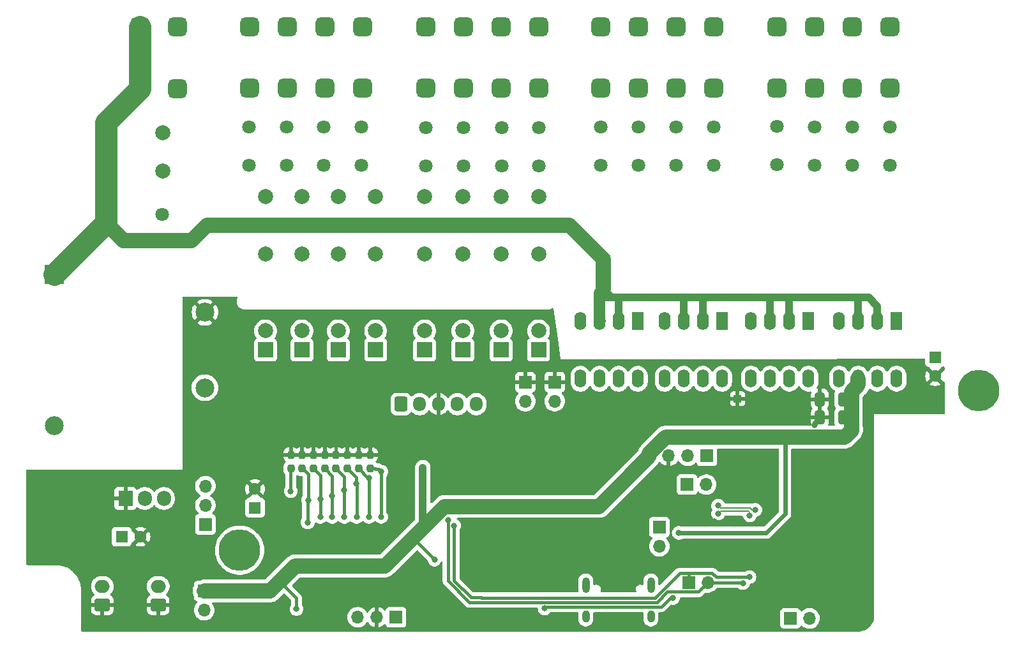
<source format=gbr>
%TF.GenerationSoftware,KiCad,Pcbnew,8.0.4*%
%TF.CreationDate,2024-11-14T02:45:49+01:00*%
%TF.ProjectId,hamodule,68616d6f-6475-46c6-952e-6b696361645f,20240908.25.8-2*%
%TF.SameCoordinates,Original*%
%TF.FileFunction,Copper,L4,Bot*%
%TF.FilePolarity,Positive*%
%FSLAX46Y46*%
G04 Gerber Fmt 4.6, Leading zero omitted, Abs format (unit mm)*
G04 Created by KiCad (PCBNEW 8.0.4) date 2024-11-14 02:45:49*
%MOMM*%
%LPD*%
G01*
G04 APERTURE LIST*
G04 Aperture macros list*
%AMRoundRect*
0 Rectangle with rounded corners*
0 $1 Rounding radius*
0 $2 $3 $4 $5 $6 $7 $8 $9 X,Y pos of 4 corners*
0 Add a 4 corners polygon primitive as box body*
4,1,4,$2,$3,$4,$5,$6,$7,$8,$9,$2,$3,0*
0 Add four circle primitives for the rounded corners*
1,1,$1+$1,$2,$3*
1,1,$1+$1,$4,$5*
1,1,$1+$1,$6,$7*
1,1,$1+$1,$8,$9*
0 Add four rect primitives between the rounded corners*
20,1,$1+$1,$2,$3,$4,$5,0*
20,1,$1+$1,$4,$5,$6,$7,0*
20,1,$1+$1,$6,$7,$8,$9,0*
20,1,$1+$1,$8,$9,$2,$3,0*%
G04 Aperture macros list end*
%TA.AperFunction,EtchedComponent*%
%ADD10C,0.000000*%
%TD*%
%TA.AperFunction,ComponentPad*%
%ADD11R,1.700000X1.700000*%
%TD*%
%TA.AperFunction,ComponentPad*%
%ADD12O,1.700000X1.700000*%
%TD*%
%TA.AperFunction,ComponentPad*%
%ADD13C,1.800000*%
%TD*%
%TA.AperFunction,ComponentPad*%
%ADD14RoundRect,0.250000X0.750000X-0.600000X0.750000X0.600000X-0.750000X0.600000X-0.750000X-0.600000X0*%
%TD*%
%TA.AperFunction,ComponentPad*%
%ADD15O,2.000000X1.700000*%
%TD*%
%TA.AperFunction,ComponentPad*%
%ADD16R,2.500000X2.500000*%
%TD*%
%TA.AperFunction,ComponentPad*%
%ADD17C,2.500000*%
%TD*%
%TA.AperFunction,ComponentPad*%
%ADD18R,1.905000X2.000000*%
%TD*%
%TA.AperFunction,ComponentPad*%
%ADD19O,1.905000X2.000000*%
%TD*%
%TA.AperFunction,ComponentPad*%
%ADD20RoundRect,0.625000X0.625000X0.625000X-0.625000X0.625000X-0.625000X-0.625000X0.625000X-0.625000X0*%
%TD*%
%TA.AperFunction,ComponentPad*%
%ADD21C,2.000000*%
%TD*%
%TA.AperFunction,ComponentPad*%
%ADD22R,1.600000X2.400000*%
%TD*%
%TA.AperFunction,ComponentPad*%
%ADD23O,1.600000X2.400000*%
%TD*%
%TA.AperFunction,ComponentPad*%
%ADD24R,1.600000X1.600000*%
%TD*%
%TA.AperFunction,ComponentPad*%
%ADD25C,1.600000*%
%TD*%
%TA.AperFunction,ComponentPad*%
%ADD26R,2.000000X2.000000*%
%TD*%
%TA.AperFunction,ComponentPad*%
%ADD27R,1.000000X1.000000*%
%TD*%
%TA.AperFunction,ComponentPad*%
%ADD28O,1.000000X2.100000*%
%TD*%
%TA.AperFunction,ComponentPad*%
%ADD29O,1.000000X1.600000*%
%TD*%
%TA.AperFunction,ComponentPad*%
%ADD30RoundRect,0.250000X-0.600000X-0.725000X0.600000X-0.725000X0.600000X0.725000X-0.600000X0.725000X0*%
%TD*%
%TA.AperFunction,ComponentPad*%
%ADD31O,1.700000X1.950000*%
%TD*%
%TA.AperFunction,ComponentPad*%
%ADD32C,5.500000*%
%TD*%
%TA.AperFunction,SMDPad,CuDef*%
%ADD33RoundRect,0.250000X0.412500X0.650000X-0.412500X0.650000X-0.412500X-0.650000X0.412500X-0.650000X0*%
%TD*%
%TA.AperFunction,SMDPad,CuDef*%
%ADD34RoundRect,0.237500X-0.237500X0.250000X-0.237500X-0.250000X0.237500X-0.250000X0.237500X0.250000X0*%
%TD*%
%TA.AperFunction,SMDPad,CuDef*%
%ADD35C,2.000000*%
%TD*%
%TA.AperFunction,ViaPad*%
%ADD36C,0.800000*%
%TD*%
%TA.AperFunction,Conductor*%
%ADD37C,0.400000*%
%TD*%
%TA.AperFunction,Conductor*%
%ADD38C,2.000000*%
%TD*%
%TA.AperFunction,Conductor*%
%ADD39C,0.600000*%
%TD*%
%TA.AperFunction,Conductor*%
%ADD40C,1.000000*%
%TD*%
%TA.AperFunction,Conductor*%
%ADD41C,3.000000*%
%TD*%
%TA.AperFunction,Conductor*%
%ADD42C,1.500000*%
%TD*%
%TA.AperFunction,Conductor*%
%ADD43C,0.200000*%
%TD*%
G04 APERTURE END LIST*
D10*
%TA.AperFunction,EtchedComponent*%
%TO.C,NT1*%
G36*
X77624000Y45468400D02*
G01*
X75624000Y45468400D01*
X75624000Y49468400D01*
X77624000Y49468400D01*
X77624000Y45468400D01*
G37*
%TD.AperFunction*%
%TD*%
D11*
%TO.P,J5,1,Pin_1*%
%TO.N,3.3V+*%
X23674000Y5448400D03*
D12*
%TO.P,J5,2,Pin_2*%
%TO.N,Net-(J4-Pin_2)*%
X23674000Y2908400D03*
%TD*%
D13*
%TO.P,RV1,1*%
%TO.N,220VAC(N)*%
X10626400Y57005330D03*
%TO.P,RV1,2*%
%TO.N,220VAC(L)*%
X18126400Y55372000D03*
%TD*%
D14*
%TO.P,J1,1,Pin_1*%
%TO.N,GND*%
X17574000Y3568700D03*
D15*
%TO.P,J1,2,Pin_2*%
%TO.N,5V+*%
X17574000Y6068700D03*
%TD*%
D16*
%TO.P,PS1,1,VAC_IN(N)*%
%TO.N,220VAC(N)*%
X3780000Y47421800D03*
D17*
%TO.P,PS1,5,VAC_IN(L)*%
%TO.N,220VAC(L)*%
X3780000Y27421800D03*
%TO.P,PS1,7,+VOUT*%
%TO.N,5V+_PS*%
X23780000Y32421800D03*
%TO.P,PS1,9,-VOUT*%
%TO.N,GND*%
X23780000Y42421800D03*
%TD*%
D18*
%TO.P,U1,1,GND*%
%TO.N,GND*%
X13242700Y17729200D03*
D19*
%TO.P,U1,2,VO*%
%TO.N,Net-(J4-Pin_2)*%
X15782700Y17729200D03*
%TO.P,U1,3,VI*%
%TO.N,5V+*%
X18322700Y17729200D03*
%TD*%
D20*
%TO.P,J15,1,1*%
%TO.N,Net-(F13-Pad2)*%
X44691800Y72136000D03*
%TO.P,J15,2,2*%
X44691800Y80335999D03*
%TO.P,J15,3,3*%
%TO.N,Net-(F12-Pad2)*%
X39691800Y72136000D03*
%TO.P,J15,4,4*%
X39691800Y80335999D03*
%TO.P,J15,5,5*%
%TO.N,Net-(F11-Pad2)*%
X34691800Y72136000D03*
%TO.P,J15,6,6*%
X34691800Y80335999D03*
%TO.P,J15,7,7*%
%TO.N,Net-(F10-Pad2)*%
X29691800Y72136000D03*
%TO.P,J15,8,8*%
X29691800Y80335999D03*
%TD*%
%TO.P,J2,1,1*%
%TO.N,Net-(F1-Pad1)*%
X20144000Y72112401D03*
%TO.P,J2,2,2*%
X20144000Y80312400D03*
%TO.P,J2,3,3*%
%TO.N,220VAC(N)*%
X15144000Y72112401D03*
%TO.P,J2,4,4*%
X15144000Y80312400D03*
%TD*%
%TO.P,J7,1,1*%
%TO.N,Net-(F2-Pad2)*%
X91264000Y72140201D03*
%TO.P,J7,2,2*%
X91264000Y80340200D03*
%TO.P,J7,3,3*%
%TO.N,Net-(F3-Pad2)*%
X86264000Y72140201D03*
%TO.P,J7,4,4*%
X86264000Y80340200D03*
%TO.P,J7,5,5*%
%TO.N,Net-(F4-Pad2)*%
X81264000Y72140201D03*
%TO.P,J7,6,6*%
X81264000Y80340200D03*
%TO.P,J7,7,7*%
%TO.N,Net-(F5-Pad2)*%
X76264000Y72140201D03*
%TO.P,J7,8,8*%
X76264000Y80340200D03*
%TD*%
D21*
%TO.P,F1,1*%
%TO.N,Net-(F1-Pad1)*%
X18161000Y66243200D03*
%TO.P,F1,2*%
%TO.N,220VAC(L)*%
X18151000Y61163200D03*
%TD*%
D22*
%TO.P,U4,1*%
%TO.N,Net-(R23-Pad2)*%
X115513178Y41232282D03*
D23*
%TO.P,U4,2*%
%TO.N,220VAC(N)-LowV*%
X112973178Y41232282D03*
%TO.P,U4,3*%
X110433178Y41232282D03*
%TO.P,U4,4*%
%TO.N,Net-(R24-Pad2)*%
X107893178Y41232282D03*
%TO.P,U4,5*%
%TO.N,Net-(U9-A2)*%
X107893178Y33612282D03*
%TO.P,U4,6*%
%TO.N,3.3V+*%
X110433178Y33612282D03*
%TO.P,U4,7*%
X112973178Y33612282D03*
%TO.P,U4,8*%
%TO.N,Net-(U9-A1)*%
X115513178Y33612282D03*
%TD*%
D22*
%TO.P,U7,1*%
%TO.N,Net-(R19-Pad2)*%
X81205300Y41228800D03*
D23*
%TO.P,U7,2*%
%TO.N,220VAC(N)-LowV*%
X78665300Y41228800D03*
%TO.P,U7,3*%
X76125300Y41228800D03*
%TO.P,U7,4*%
%TO.N,Net-(R20-Pad2)*%
X73585300Y41228800D03*
%TO.P,U7,5*%
%TO.N,Net-(J19-Pin_2)*%
X73585300Y33608800D03*
%TO.P,U7,6*%
%TO.N,3.3V+*%
X76125300Y33608800D03*
%TO.P,U7,7*%
X78665300Y33608800D03*
%TO.P,U7,8*%
%TO.N,Net-(U9-A7)*%
X81205300Y33608800D03*
%TD*%
D22*
%TO.P,U6,1*%
%TO.N,Net-(R21-Pad2)*%
X92381300Y41228800D03*
D23*
%TO.P,U6,2*%
%TO.N,220VAC(N)-LowV*%
X89841300Y41228800D03*
%TO.P,U6,3*%
X87301300Y41228800D03*
%TO.P,U6,4*%
%TO.N,Net-(R22-Pad2)*%
X84761300Y41228800D03*
%TO.P,U6,5*%
%TO.N,Net-(U9-A6)*%
X84761300Y33608800D03*
%TO.P,U6,6*%
%TO.N,3.3V+*%
X87301300Y33608800D03*
%TO.P,U6,7*%
X89841300Y33608800D03*
%TO.P,U6,8*%
%TO.N,Net-(U9-A5)*%
X92381300Y33608800D03*
%TD*%
D14*
%TO.P,J4,1,Pin_1*%
%TO.N,GND*%
X10174000Y3568700D03*
D15*
%TO.P,J4,2,Pin_2*%
%TO.N,Net-(J4-Pin_2)*%
X10174000Y6068700D03*
%TD*%
D11*
%TO.P,J10,1,Pin_1*%
%TO.N,RXD0*%
X101429402Y1808701D03*
D12*
%TO.P,J10,2,Pin_2*%
%TO.N,TXD0*%
X103969402Y1808701D03*
%TD*%
D11*
%TO.P,J19,1,Pin_1*%
%TO.N,GND*%
X70174000Y33168400D03*
D12*
%TO.P,J19,2,Pin_2*%
%TO.N,Net-(J19-Pin_2)*%
X70174000Y30628400D03*
%TD*%
D24*
%TO.P,C19,1*%
%TO.N,Net-(JP1-B)*%
X120624000Y36468400D03*
D25*
%TO.P,C19,2*%
%TO.N,GND*%
X120624000Y33968400D03*
%TD*%
D11*
%TO.P,J14,1,Pin_1*%
%TO.N,GPIO15*%
X90364000Y23368400D03*
D12*
%TO.P,J14,2,Pin_2*%
%TO.N,GPIO7*%
X87824000Y23368400D03*
%TO.P,J14,3,Pin_3*%
%TO.N,GND*%
X85284000Y23368400D03*
%TO.P,J14,4,Pin_4*%
%TO.N,3.3V+*%
X82744000Y23368400D03*
%TD*%
D20*
%TO.P,J6,1,1*%
%TO.N,Net-(F6-Pad2)*%
X114621702Y72140201D03*
%TO.P,J6,2,2*%
X114621702Y80340200D03*
%TO.P,J6,3,3*%
%TO.N,Net-(F7-Pad2)*%
X109621702Y72140201D03*
%TO.P,J6,4,4*%
X109621702Y80340200D03*
%TO.P,J6,5,5*%
%TO.N,Net-(F8-Pad2)*%
X104621702Y72140201D03*
%TO.P,J6,6,6*%
X104621702Y80340200D03*
%TO.P,J6,7,7*%
%TO.N,Net-(F9-Pad2)*%
X99621702Y72140201D03*
%TO.P,J6,8,8*%
X99621702Y80340200D03*
%TD*%
%TO.P,J16,1,1*%
%TO.N,Net-(F17-Pad2)*%
X68059800Y72136000D03*
%TO.P,J16,2,2*%
X68059800Y80335999D03*
%TO.P,J16,3,3*%
%TO.N,Net-(F16-Pad2)*%
X63059800Y72136000D03*
%TO.P,J16,4,4*%
X63059800Y80335999D03*
%TO.P,J16,5,5*%
%TO.N,Net-(F15-Pad2)*%
X58059800Y72136000D03*
%TO.P,J16,6,6*%
X58059800Y80335999D03*
%TO.P,J16,7,7*%
%TO.N,Net-(F14-Pad2)*%
X53059800Y72136000D03*
%TO.P,J16,8,8*%
X53059800Y80335999D03*
%TD*%
D13*
%TO.P,F15,1*%
%TO.N,Net-(F15-Pad1)*%
X58026800Y61849000D03*
%TO.P,F15,2*%
%TO.N,Net-(F15-Pad2)*%
X58026800Y66929000D03*
%TD*%
D26*
%TO.P,K5,1*%
%TO.N,Net-(U11-O5)*%
X52911000Y37424500D03*
D21*
%TO.P,K5,2*%
%TO.N,5V+*%
X52911000Y39964500D03*
%TO.P,K5,3*%
%TO.N,220VAC(L)*%
X52911000Y50124500D03*
%TO.P,K5,4*%
%TO.N,Net-(F14-Pad1)*%
X52911000Y57744500D03*
%TD*%
D11*
%TO.P,J12,1,Pin_1*%
%TO.N,GPIO3*%
X87724000Y19568400D03*
D12*
%TO.P,J12,2,Pin_2*%
%TO.N,GPIO9*%
X90264000Y19568400D03*
%TD*%
D13*
%TO.P,F4,1*%
%TO.N,Net-(F4-Pad1)*%
X81228000Y61952500D03*
%TO.P,F4,2*%
%TO.N,Net-(F4-Pad2)*%
X81228000Y67032500D03*
%TD*%
D24*
%TO.P,C18,1*%
%TO.N,5V+_PS*%
X30424000Y16486020D03*
D25*
%TO.P,C18,2*%
%TO.N,GND*%
X30424000Y18986020D03*
%TD*%
D26*
%TO.P,K6,1*%
%TO.N,Net-(U11-O6)*%
X57991000Y37424500D03*
D21*
%TO.P,K6,2*%
%TO.N,5V+*%
X57991000Y39964500D03*
%TO.P,K6,3*%
%TO.N,220VAC(L)*%
X57991000Y50124500D03*
%TO.P,K6,4*%
%TO.N,Net-(F15-Pad1)*%
X57991000Y57744500D03*
%TD*%
D13*
%TO.P,F2,1*%
%TO.N,Net-(F2-Pad1)*%
X91286400Y61952500D03*
%TO.P,F2,2*%
%TO.N,Net-(F2-Pad2)*%
X91286400Y67032500D03*
%TD*%
D11*
%TO.P,J17,1,Pin_1*%
%TO.N,GND*%
X66274000Y33158400D03*
D12*
%TO.P,J17,2,Pin_2*%
%TO.N,Net-(J17-Pin_2)*%
X66274000Y30618400D03*
%TD*%
D11*
%TO.P,J13,1,Pin_1*%
%TO.N,GPIO12*%
X84039402Y13923701D03*
D12*
%TO.P,J13,2,Pin_2*%
%TO.N,GPIO13*%
X84039402Y11383701D03*
%TD*%
D13*
%TO.P,F7,1*%
%TO.N,Net-(F7-Pad1)*%
X109626400Y61950600D03*
%TO.P,F7,2*%
%TO.N,Net-(F7-Pad2)*%
X109626400Y67030600D03*
%TD*%
D11*
%TO.P,J11,1,Pin_1*%
%TO.N,SDA*%
X87929800Y6578600D03*
D12*
%TO.P,J11,2,Pin_2*%
%TO.N,SCL*%
X90469800Y6578600D03*
%TD*%
D27*
%TO.P,TP1,1,1*%
%TO.N,GND*%
X94424000Y30968400D03*
%TD*%
D13*
%TO.P,F8,1*%
%TO.N,Net-(F8-Pad1)*%
X104621800Y61950600D03*
%TO.P,F8,2*%
%TO.N,Net-(F8-Pad2)*%
X104621800Y67030600D03*
%TD*%
%TO.P,F13,1*%
%TO.N,Net-(F13-Pad1)*%
X44532300Y61935500D03*
%TO.P,F13,2*%
%TO.N,Net-(F13-Pad2)*%
X44532300Y67015500D03*
%TD*%
D22*
%TO.P,U5,1*%
%TO.N,Net-(R25-Pad2)*%
X103829178Y41232282D03*
D23*
%TO.P,U5,2*%
%TO.N,220VAC(N)-LowV*%
X101289178Y41232282D03*
%TO.P,U5,3*%
X98749178Y41232282D03*
%TO.P,U5,4*%
%TO.N,Net-(R26-Pad2)*%
X96209178Y41232282D03*
%TO.P,U5,5*%
%TO.N,Net-(U9-A4)*%
X96209178Y33612282D03*
%TO.P,U5,6*%
%TO.N,3.3V+*%
X98749178Y33612282D03*
%TO.P,U5,7*%
X101289178Y33612282D03*
%TO.P,U5,8*%
%TO.N,Net-(U9-A3)*%
X103829178Y33612282D03*
%TD*%
D11*
%TO.P,J8,1,Pin_1*%
%TO.N,Net-(D4-DOUT)*%
X49116800Y1966700D03*
D12*
%TO.P,J8,2,Pin_2*%
%TO.N,GND*%
X46576800Y1966700D03*
%TO.P,J8,3,Pin_3*%
%TO.N,5V+*%
X44036800Y1966700D03*
%TD*%
D13*
%TO.P,F14,1*%
%TO.N,Net-(F14-Pad1)*%
X53073800Y61849000D03*
%TO.P,F14,2*%
%TO.N,Net-(F14-Pad2)*%
X53073800Y66929000D03*
%TD*%
D28*
%TO.P,J3,S1,SHIELD*%
%TO.N,Net-(J3-SHIELD)*%
X74285402Y6222801D03*
D29*
X74285402Y2042801D03*
D28*
X82925402Y6222801D03*
D29*
X82925402Y2042801D03*
%TD*%
D30*
%TO.P,J9,1,Pin_1*%
%TO.N,5V+*%
X49762400Y30243000D03*
D31*
%TO.P,J9,2,Pin_2*%
%TO.N,3.3V+*%
X52262400Y30243000D03*
%TO.P,J9,3,Pin_3*%
%TO.N,GND*%
X54762400Y30243000D03*
%TO.P,J9,4,Pin_4*%
%TO.N,SCL*%
X57262400Y30243000D03*
%TO.P,J9,5,Pin_5*%
%TO.N,SDA*%
X59762400Y30243000D03*
%TD*%
D11*
%TO.P,SW1,1,A*%
%TO.N,VBUS*%
X23834000Y14298400D03*
D12*
%TO.P,SW1,2,B*%
%TO.N,5V+*%
X23834000Y16838400D03*
%TO.P,SW1,3,C*%
%TO.N,5V+_PS*%
X23834000Y19378400D03*
%TD*%
D13*
%TO.P,F6,1*%
%TO.N,Net-(F6-Pad1)*%
X114604800Y61950600D03*
%TO.P,F6,2*%
%TO.N,Net-(F6-Pad2)*%
X114604800Y67030600D03*
%TD*%
%TO.P,F3,1*%
%TO.N,Net-(F3-Pad1)*%
X86257200Y61952500D03*
%TO.P,F3,2*%
%TO.N,Net-(F3-Pad2)*%
X86257200Y67032500D03*
%TD*%
%TO.P,F16,1*%
%TO.N,Net-(F16-Pad1)*%
X63106800Y61849000D03*
%TO.P,F16,2*%
%TO.N,Net-(F16-Pad2)*%
X63106800Y66929000D03*
%TD*%
D32*
%TO.P,H5,1,1*%
%TO.N,unconnected-(H5-Pad1)*%
X28374000Y10868400D03*
%TD*%
D26*
%TO.P,K1,1*%
%TO.N,Net-(U11-O1)*%
X31818300Y37424500D03*
D21*
%TO.P,K1,2*%
%TO.N,5V+*%
X31818300Y39964500D03*
%TO.P,K1,3*%
%TO.N,220VAC(L)*%
X31818300Y50124500D03*
%TO.P,K1,4*%
%TO.N,Net-(F10-Pad1)*%
X31818300Y57744500D03*
%TD*%
D26*
%TO.P,K2,1*%
%TO.N,Net-(U11-O2)*%
X36644300Y37424500D03*
D21*
%TO.P,K2,2*%
%TO.N,5V+*%
X36644300Y39964500D03*
%TO.P,K2,3*%
%TO.N,220VAC(L)*%
X36644300Y50124500D03*
%TO.P,K2,4*%
%TO.N,Net-(F11-Pad1)*%
X36644300Y57744500D03*
%TD*%
D13*
%TO.P,F11,1*%
%TO.N,Net-(F11-Pad1)*%
X34612300Y61935500D03*
%TO.P,F11,2*%
%TO.N,Net-(F11-Pad2)*%
X34612300Y67015500D03*
%TD*%
D26*
%TO.P,K4,1*%
%TO.N,Net-(U11-O4)*%
X46423300Y37424500D03*
D21*
%TO.P,K4,2*%
%TO.N,5V+*%
X46423300Y39964500D03*
%TO.P,K4,3*%
%TO.N,220VAC(L)*%
X46423300Y50124500D03*
%TO.P,K4,4*%
%TO.N,Net-(F13-Pad1)*%
X46423300Y57744500D03*
%TD*%
D26*
%TO.P,K7,1*%
%TO.N,Net-(U11-O7)*%
X63071000Y37424500D03*
D21*
%TO.P,K7,2*%
%TO.N,5V+*%
X63071000Y39964500D03*
%TO.P,K7,3*%
%TO.N,220VAC(L)*%
X63071000Y50124500D03*
%TO.P,K7,4*%
%TO.N,Net-(F16-Pad1)*%
X63071000Y57744500D03*
%TD*%
D26*
%TO.P,K8,1*%
%TO.N,Net-(U11-O8)*%
X68024000Y37424500D03*
D21*
%TO.P,K8,2*%
%TO.N,5V+*%
X68024000Y39964500D03*
%TO.P,K8,3*%
%TO.N,220VAC(L)*%
X68024000Y50124500D03*
%TO.P,K8,4*%
%TO.N,Net-(F17-Pad1)*%
X68024000Y57744500D03*
%TD*%
D26*
%TO.P,K3,1*%
%TO.N,Net-(U11-O3)*%
X41470300Y37424500D03*
D21*
%TO.P,K3,2*%
%TO.N,5V+*%
X41470300Y39964500D03*
%TO.P,K3,3*%
%TO.N,220VAC(L)*%
X41470300Y50124500D03*
%TO.P,K3,4*%
%TO.N,Net-(F12-Pad1)*%
X41470300Y57744500D03*
%TD*%
D32*
%TO.P,H4,1,1*%
%TO.N,unconnected-(H4-Pad1)*%
X126424000Y32080200D03*
%TD*%
D24*
%TO.P,C12,1*%
%TO.N,Net-(J4-Pin_2)*%
X12734700Y12649200D03*
D25*
%TO.P,C12,2*%
%TO.N,GND*%
X15234700Y12649200D03*
%TD*%
D13*
%TO.P,F9,1*%
%TO.N,Net-(F9-Pad1)*%
X99621800Y61980000D03*
%TO.P,F9,2*%
%TO.N,Net-(F9-Pad2)*%
X99621800Y67060000D03*
%TD*%
%TO.P,F5,1*%
%TO.N,Net-(F5-Pad1)*%
X76249600Y61952500D03*
%TO.P,F5,2*%
%TO.N,Net-(F5-Pad2)*%
X76249600Y67032500D03*
%TD*%
%TO.P,F17,1*%
%TO.N,Net-(F17-Pad1)*%
X68059800Y61849000D03*
%TO.P,F17,2*%
%TO.N,Net-(F17-Pad2)*%
X68059800Y66929000D03*
%TD*%
%TO.P,F10,1*%
%TO.N,Net-(F10-Pad1)*%
X29659300Y61935500D03*
%TO.P,F10,2*%
%TO.N,Net-(F10-Pad2)*%
X29659300Y67015500D03*
%TD*%
%TO.P,F12,1*%
%TO.N,Net-(F12-Pad1)*%
X39532300Y61935500D03*
%TO.P,F12,2*%
%TO.N,Net-(F12-Pad2)*%
X39532300Y67015500D03*
%TD*%
D33*
%TO.P,C2,1*%
%TO.N,3.3V+*%
X108449000Y30868400D03*
%TO.P,C2,2*%
%TO.N,GND*%
X105324000Y30868400D03*
%TD*%
D34*
%TO.P,R40,1*%
%TO.N,GND*%
X36664000Y23518400D03*
%TO.P,R40,2*%
%TO.N,Net-(U11-I2)*%
X36664000Y21693400D03*
%TD*%
%TO.P,R39,1*%
%TO.N,GND*%
X35174000Y23518400D03*
%TO.P,R39,2*%
%TO.N,Net-(U11-I1)*%
X35174000Y21693400D03*
%TD*%
%TO.P,R41,1*%
%TO.N,GND*%
X38174000Y23518400D03*
%TO.P,R41,2*%
%TO.N,Net-(U11-I3)*%
X38174000Y21693400D03*
%TD*%
%TO.P,R58,1*%
%TO.N,GND*%
X45724000Y23518400D03*
%TO.P,R58,2*%
%TO.N,Net-(U11-I8)*%
X45724000Y21693400D03*
%TD*%
D35*
%TO.P,NT1,1,1*%
%TO.N,220VAC(N)*%
X76624000Y49468400D03*
%TO.P,NT1,2,2*%
%TO.N,220VAC(N)-LowV*%
X76624000Y45468400D03*
%TD*%
D34*
%TO.P,R43,1*%
%TO.N,GND*%
X41174000Y23518400D03*
%TO.P,R43,2*%
%TO.N,Net-(U11-I5)*%
X41174000Y21693400D03*
%TD*%
%TO.P,R57,1*%
%TO.N,GND*%
X44174000Y23518400D03*
%TO.P,R57,2*%
%TO.N,Net-(U11-I7)*%
X44174000Y21693400D03*
%TD*%
%TO.P,R56,1*%
%TO.N,GND*%
X42674000Y23518400D03*
%TO.P,R56,2*%
%TO.N,Net-(U11-I6)*%
X42674000Y21693400D03*
%TD*%
%TO.P,R42,1*%
%TO.N,GND*%
X39674000Y23518400D03*
%TO.P,R42,2*%
%TO.N,Net-(U11-I4)*%
X39674000Y21693400D03*
%TD*%
D33*
%TO.P,C1,1*%
%TO.N,3.3V+*%
X108449000Y28468400D03*
%TO.P,C1,2*%
%TO.N,GND*%
X105324000Y28468400D03*
%TD*%
D36*
%TO.N,GND*%
X34624000Y10718400D03*
X48249000Y12618400D03*
%TO.N,3.3V+*%
X49183529Y10308871D03*
%TO.N,GND*%
X58118070Y7513400D03*
%TO.N,3.3V+*%
X54224000Y9618400D03*
X86624000Y13168400D03*
X80084000Y20708400D03*
X63571000Y16321956D03*
X35924000Y3068400D03*
X52674000Y21818400D03*
X109524000Y27068400D03*
X108413402Y26468400D03*
X67824000Y16668400D03*
%TO.N,IO0*%
X68834000Y3148200D03*
X85878497Y4522897D03*
%TO.N,GND*%
X17824000Y15668400D03*
X35774000Y16018400D03*
X774000Y9518400D03*
X81224000Y17268400D03*
X111124000Y16968400D03*
X111124000Y19968400D03*
X102124000Y15468400D03*
X64126204Y1920409D03*
X65774000Y28268400D03*
X96724000Y19868400D03*
X105124000Y9468400D03*
X109624000Y19968400D03*
X31424000Y7568400D03*
X48124000Y6868400D03*
X102124000Y9468400D03*
X96724000Y17968400D03*
X108124000Y18468400D03*
X111124000Y9468400D03*
X67653400Y11268400D03*
X74974000Y14098701D03*
X76606400Y31267400D03*
X17220969Y8668400D03*
X121324000Y29418400D03*
X97924000Y15368400D03*
X51924000Y9818400D03*
X74774000Y12168400D03*
X45724000Y25768400D03*
X87706200Y29743400D03*
X17024000Y10068400D03*
X105024000Y7268400D03*
X41324000Y25468400D03*
X28449000Y33568400D03*
X57624000Y24018400D03*
X68707120Y18632887D03*
X73374000Y8018400D03*
X82324000Y14098701D03*
X57624000Y21168400D03*
X93624000Y2768400D03*
X111124000Y10968400D03*
X104668242Y27468399D03*
X43124000Y6790296D03*
X111524000Y29668400D03*
X105224000Y18468400D03*
X87824000Y10268400D03*
X111124000Y13968400D03*
X100624000Y10768400D03*
X91324000Y18068400D03*
X100546400Y31216600D03*
X97224000Y8168400D03*
X6172200Y10109200D03*
X6146800Y12217400D03*
X50974000Y15368400D03*
X82424000Y12268400D03*
X50874000Y4468400D03*
X78625400Y8862301D03*
X105445758Y23689201D03*
X111924000Y23968400D03*
X70154000Y37018400D03*
X103624000Y10968400D03*
X55224000Y18768400D03*
X109624000Y12668400D03*
X55212400Y27768400D03*
X87731600Y31242000D03*
X45724000Y24668400D03*
X111824000Y26968400D03*
X95124000Y14568400D03*
X67487800Y2032000D03*
X31524000Y1968400D03*
X96424000Y2768400D03*
X89357200Y29743400D03*
X100546400Y29718000D03*
X71274000Y28218400D03*
X103824000Y19868400D03*
X6124000Y16068400D03*
X78181200Y31216600D03*
X55224000Y21118400D03*
X95624000Y9568400D03*
X108124000Y7268400D03*
X6096000Y14198600D03*
X98924000Y2768400D03*
X97824000Y17168400D03*
X102124000Y12368400D03*
X74774000Y8318400D03*
X97224000Y10968400D03*
X71274000Y27118400D03*
X57624000Y18718400D03*
X106624000Y10968400D03*
X89357200Y31267400D03*
X39824000Y6790296D03*
X83324000Y17268400D03*
X99224000Y19968400D03*
X99124000Y9568400D03*
X40402300Y890100D03*
X111524000Y31168400D03*
X81224000Y15326200D03*
X50224000Y26768400D03*
X100724000Y8168400D03*
X102224000Y18468400D03*
X35724000Y25468400D03*
X56724000Y4268400D03*
X99555800Y31216600D03*
X54124000Y26768400D03*
X82244849Y8547551D03*
X87424000Y17318400D03*
X109624000Y15468400D03*
X50274000Y23918400D03*
X88024000Y2184400D03*
X74174000Y19468400D03*
X84024000Y8268400D03*
X28449000Y28293400D03*
X91324000Y14655101D03*
X85524000Y17268400D03*
X111224000Y6368400D03*
X55224000Y23968400D03*
X111924000Y24968400D03*
X91324000Y2768400D03*
X97024000Y14468400D03*
X70142600Y11268400D03*
X674000Y20918400D03*
X88824000Y3268400D03*
X108124000Y9468400D03*
X76606400Y29743400D03*
X106624000Y19868400D03*
X78130400Y29692600D03*
X36624000Y6790296D03*
X57150000Y1041400D03*
X99530400Y29692600D03*
%TO.N,SDA*%
X95986468Y7298201D03*
X56824000Y14118400D03*
%TO.N,SCL*%
X95129402Y6498701D03*
X56024000Y14886600D03*
%TO.N,/ESP-D+*%
X96038170Y15477469D03*
X91853360Y15726201D03*
%TO.N,/ESP-D-*%
X91853360Y16776201D03*
X96780634Y16219933D03*
%TO.N,Net-(U11-I1)*%
X35158314Y18702714D03*
%TO.N,Net-(U11-I2)*%
X37474000Y17518400D03*
X37410000Y14554400D03*
%TO.N,Net-(U11-I3)*%
X39072400Y15268400D03*
X39072400Y17668400D03*
%TO.N,Net-(U11-I4)*%
X40647200Y15268400D03*
X40650783Y18068400D03*
%TO.N,Net-(U11-I5)*%
X42272800Y15268400D03*
X42274000Y18868400D03*
%TO.N,Net-(U11-I8)*%
X47174000Y21268400D03*
X47149600Y15268400D03*
%TO.N,Net-(U11-I7)*%
X45524000Y20468400D03*
X45524000Y15268400D03*
%TO.N,Net-(U11-I6)*%
X43874000Y19668400D03*
X43887000Y15268400D03*
%TD*%
D37*
%TO.N,3.3V+*%
X51683529Y12158871D02*
X51033529Y12158871D01*
X54224000Y9618400D02*
X51683529Y12158871D01*
D38*
X35724000Y8768400D02*
X32404000Y5448400D01*
X51033529Y12158871D02*
X52958529Y14083871D01*
D39*
X100724000Y15668400D02*
X100724000Y20341193D01*
D38*
X61024000Y16668400D02*
X67824000Y16668400D01*
X78234000Y18858400D02*
X80084000Y20708400D01*
X80084000Y20708400D02*
X82744000Y23368400D01*
X32404000Y5448400D02*
X23674000Y5448400D01*
D37*
X35924000Y3068400D02*
X35924000Y4531000D01*
D38*
X84884862Y25868400D02*
X82744000Y23727538D01*
D40*
X52674000Y21818400D02*
X52674000Y14368400D01*
D38*
X67824000Y16668400D02*
X76044000Y16668400D01*
D39*
X100724000Y25668400D02*
X100924000Y25868400D01*
D38*
X82744000Y23727538D02*
X82744000Y23368400D01*
X110433178Y32799720D02*
X109512800Y31879342D01*
X110433178Y33612282D02*
X110433178Y32799720D01*
X61024000Y16668400D02*
X57824000Y16668400D01*
D39*
X86624000Y13168400D02*
X98224000Y13168400D01*
D38*
X109524000Y26743400D02*
X108649000Y25868400D01*
X109524000Y27068400D02*
X109524000Y26743400D01*
X100924000Y25868400D02*
X84884862Y25868400D01*
D40*
X52674000Y14368400D02*
X52958529Y14083871D01*
D38*
X33724000Y6731000D02*
X35761400Y8768400D01*
X76044000Y16668400D02*
X78234000Y18858400D01*
X47643058Y8768400D02*
X40824000Y8768400D01*
X109512800Y31879342D02*
X109512800Y27079600D01*
D37*
X35924000Y4531000D02*
X33724000Y6731000D01*
D38*
X57824000Y16668400D02*
X55543058Y16668400D01*
X40824000Y8768400D02*
X42424000Y8768400D01*
X42424000Y8768400D02*
X35724000Y8768400D01*
D39*
X98224000Y13168400D02*
X100724000Y15668400D01*
D38*
X109512800Y27079600D02*
X109524000Y27068400D01*
X51033529Y12158871D02*
X49183529Y10308871D01*
X55543058Y16668400D02*
X52958529Y14083871D01*
X35761400Y8768400D02*
X40824000Y8768400D01*
X108649000Y25868400D02*
X100924000Y25868400D01*
X49183529Y10308871D02*
X47643058Y8768400D01*
D39*
X100724000Y20341193D02*
X100724000Y25668400D01*
D38*
%TO.N,220VAC(N)*%
X10626400Y54268200D02*
X12922600Y51972000D01*
D41*
X10626400Y67594801D02*
X10626400Y57005330D01*
D38*
X24016240Y54000400D02*
X72092000Y54000400D01*
D41*
X15144000Y72112401D02*
X10626400Y67594801D01*
D38*
X21987840Y51972000D02*
X24016240Y54000400D01*
D41*
X10626400Y57005330D02*
X10626400Y54268200D01*
X10626400Y54268200D02*
X3780000Y47421800D01*
X15144000Y72112401D02*
X15144000Y80312400D01*
D38*
X72092000Y54000400D02*
X76624000Y49468400D01*
X12922600Y51972000D02*
X21987840Y51972000D01*
D37*
%TO.N,IO0*%
X85478497Y4522897D02*
X85878497Y4522897D01*
X69034000Y3348200D02*
X84303800Y3348200D01*
X84303800Y3348200D02*
X85478497Y4522897D01*
X68834000Y3148200D02*
X69034000Y3348200D01*
D39*
%TO.N,GND*%
X104668242Y27468399D02*
X104668242Y27812642D01*
X104668242Y27812642D02*
X105324000Y28468400D01*
D37*
%TO.N,SDA*%
X85799787Y6892613D02*
X83455373Y4548200D01*
X59082128Y4568400D02*
X56824000Y6826528D01*
X91554399Y7298201D02*
X91024000Y7828600D01*
X56824000Y6826528D02*
X56824000Y14118400D01*
X87924000Y7828600D02*
X86735774Y7828600D01*
X86735774Y7828600D02*
X85799787Y6892613D01*
X90524000Y7828600D02*
X87924000Y7828600D01*
X60444200Y4548200D02*
X60424000Y4568400D01*
X91024000Y7828600D02*
X90524000Y7828600D01*
X83455373Y4548200D02*
X60444200Y4548200D01*
X87924000Y7828600D02*
X87924000Y6584400D01*
X60424000Y4568400D02*
X59082128Y4568400D01*
X87924000Y6584400D02*
X87929800Y6578600D01*
X95986468Y7298201D02*
X91554399Y7298201D01*
%TO.N,SCL*%
X95049503Y6578600D02*
X95129402Y6498701D01*
X58853800Y3948200D02*
X56024000Y6778000D01*
X56024000Y6778000D02*
X56024000Y14886600D01*
X85084302Y5328600D02*
X83703902Y3948200D01*
X90469800Y6578600D02*
X95049503Y6578600D01*
X89219800Y5328600D02*
X85084302Y5328600D01*
X83703902Y3948200D02*
X58853800Y3948200D01*
X90469800Y6578600D02*
X89219800Y5328600D01*
D40*
%TO.N,220VAC(N)-LowV*%
X111798600Y44399200D02*
X112967000Y43230800D01*
X112967000Y43230800D02*
X112967000Y41238460D01*
X110433178Y44367622D02*
X110401600Y44399200D01*
X87301300Y44360100D02*
X87262200Y44399200D01*
X112967000Y41238460D02*
X112973178Y41232282D01*
X87262200Y44399200D02*
X78677000Y44399200D01*
X101232200Y44399200D02*
X110401600Y44399200D01*
X77718600Y44373800D02*
X76721200Y44373800D01*
X78651600Y44373800D02*
X77718600Y44373800D01*
X101289178Y44342222D02*
X101232200Y44399200D01*
X89954600Y44399200D02*
X98793800Y44399200D01*
D42*
X76202902Y41306402D02*
X76125300Y41228800D01*
D40*
X78677000Y44399200D02*
X78668101Y44390301D01*
X77718600Y44373800D02*
X76624000Y45468400D01*
X98749178Y41232282D02*
X98749178Y44354578D01*
X78665300Y41228800D02*
X78665300Y44387500D01*
X87301300Y41228800D02*
X87301300Y44360100D01*
X78665300Y44387500D02*
X78677000Y44399200D01*
X89841300Y41228800D02*
X89841300Y44285900D01*
X76721200Y44373800D02*
X76125300Y44969700D01*
X98749178Y44354578D02*
X98793800Y44399200D01*
X89841300Y44285900D02*
X89954600Y44399200D01*
X110401600Y44399200D02*
X111798600Y44399200D01*
D42*
X76125300Y41228800D02*
X76125300Y44969700D01*
D40*
X101289178Y41232282D02*
X101289178Y44342222D01*
X110433178Y41232282D02*
X110433178Y44367622D01*
X87262200Y44399200D02*
X89954600Y44399200D01*
X78677000Y44399200D02*
X78651600Y44373800D01*
X98793800Y44399200D02*
X101232200Y44399200D01*
D42*
X76125300Y44969700D02*
X76624000Y45468400D01*
D43*
%TO.N,/ESP-D+*%
X92153359Y16026200D02*
X95913704Y16026200D01*
X91853360Y15726201D02*
X92153359Y16026200D01*
X95913704Y16026200D02*
X96038170Y15901734D01*
X96038170Y15901734D02*
X96038170Y15477469D01*
%TO.N,/ESP-D-*%
X96100100Y16476202D02*
X96356369Y16219933D01*
X96356369Y16219933D02*
X96780634Y16219933D01*
X91853360Y16776201D02*
X92153359Y16476202D01*
X92153359Y16476202D02*
X96100100Y16476202D01*
D37*
%TO.N,Net-(U11-I1)*%
X35174000Y21618400D02*
X35174000Y21693400D01*
X35158314Y18702714D02*
X35158314Y21602714D01*
X35158314Y21602714D02*
X35174000Y21618400D01*
%TO.N,Net-(U11-I2)*%
X37396000Y17440400D02*
X37474000Y17518400D01*
X37396000Y14568400D02*
X37396000Y17440400D01*
X37410000Y14554400D02*
X37396000Y14568400D01*
X37474000Y17518400D02*
X37474000Y20918400D01*
X37474000Y20918400D02*
X36699000Y21693400D01*
X36699000Y21693400D02*
X36664000Y21693400D01*
%TO.N,Net-(U11-I3)*%
X39072400Y15268400D02*
X39072400Y17668400D01*
X39072400Y17668400D02*
X39072400Y20795000D01*
X39072400Y20795000D02*
X38174000Y21693400D01*
%TO.N,Net-(U11-I4)*%
X40647200Y18064817D02*
X40650783Y18068400D01*
X40647200Y15268400D02*
X40647200Y18064817D01*
X40650783Y18068400D02*
X40724000Y17995183D01*
X40650783Y20716617D02*
X39674000Y21693400D01*
X40650783Y18068400D02*
X40650783Y20716617D01*
%TO.N,Net-(U11-I5)*%
X42272800Y18867200D02*
X42274000Y18868400D01*
X42274000Y20593400D02*
X41174000Y21693400D01*
X42272800Y15268400D02*
X42272800Y18867200D01*
X42274000Y18868400D02*
X42274000Y20593400D01*
%TO.N,Net-(U11-I8)*%
X46424000Y21668400D02*
X46399000Y21693400D01*
X46774000Y21668400D02*
X46424000Y21668400D01*
X47149600Y15268400D02*
X47149600Y21244000D01*
X46399000Y21693400D02*
X45724000Y21693400D01*
X47174000Y21268400D02*
X46774000Y21668400D01*
X47149600Y21244000D02*
X47174000Y21268400D01*
%TO.N,Net-(U11-I7)*%
X45524000Y20468400D02*
X45399000Y20468400D01*
X45399000Y20468400D02*
X44174000Y21693400D01*
X45524000Y15268400D02*
X45524000Y20468400D01*
%TO.N,Net-(U11-I6)*%
X43874000Y19668400D02*
X43874000Y20493400D01*
X43874000Y20493400D02*
X42674000Y21693400D01*
X43887000Y19655400D02*
X43874000Y19668400D01*
X43887000Y15268400D02*
X43887000Y19655400D01*
%TD*%
%TA.AperFunction,Conductor*%
%TO.N,GND*%
G36*
X27999524Y44511521D02*
G01*
X28066522Y44491699D01*
X28112169Y44438802D01*
X28121972Y44369624D01*
X28114596Y44344946D01*
X28115553Y44344597D01*
X28047241Y44156916D01*
X28013500Y43965559D01*
X28013500Y43771242D01*
X28047241Y43579885D01*
X28113700Y43397293D01*
X28113703Y43397286D01*
X28210858Y43229008D01*
X28335757Y43080158D01*
X28484607Y42955259D01*
X28484608Y42955258D01*
X28484610Y42955257D01*
X28652890Y42858101D01*
X28835484Y42791642D01*
X29026844Y42757900D01*
X29026846Y42757900D01*
X69321154Y42757900D01*
X69321156Y42757900D01*
X69512516Y42791642D01*
X69695110Y42858101D01*
X69860738Y42953727D01*
X69928634Y42970198D01*
X69994661Y42947346D01*
X70037851Y42892425D01*
X70045541Y42863497D01*
X70602021Y38880704D01*
X70974000Y36218400D01*
X82848300Y36183500D01*
X82848301Y36183501D01*
X82848302Y36183500D01*
X95856200Y36221200D01*
X119191143Y36288831D01*
X119258237Y36269341D01*
X119304145Y36216670D01*
X119315500Y36164832D01*
X119315500Y35619746D01*
X119322011Y35559198D01*
X119322011Y35559196D01*
X119373111Y35422196D01*
X119460739Y35305139D01*
X119577796Y35217511D01*
X119714799Y35166411D01*
X119742050Y35163482D01*
X119775345Y35159901D01*
X119775360Y35159901D01*
X119775362Y35159900D01*
X119775364Y35159900D01*
X119778669Y35159723D01*
X119778659Y35159545D01*
X119778665Y35159544D01*
X119778653Y35159441D01*
X119778591Y35158272D01*
X119840084Y35140215D01*
X119885839Y35087411D01*
X119891519Y35054433D01*
X120577553Y34368400D01*
X120571339Y34368400D01*
X120469606Y34341141D01*
X120378394Y34288480D01*
X120303920Y34214006D01*
X120251259Y34122794D01*
X120224000Y34021061D01*
X120224000Y34014848D01*
X119544974Y34693874D01*
X119544973Y34693874D01*
X119493871Y34620891D01*
X119493866Y34620884D01*
X119397734Y34414727D01*
X119397730Y34414718D01*
X119338860Y34195011D01*
X119338858Y34195000D01*
X119319034Y33968403D01*
X119319034Y33968398D01*
X119338858Y33741801D01*
X119338860Y33741790D01*
X119397730Y33522083D01*
X119397735Y33522069D01*
X119493863Y33315922D01*
X119544974Y33242928D01*
X120224000Y33921954D01*
X120224000Y33915739D01*
X120251259Y33814006D01*
X120303920Y33722794D01*
X120378394Y33648320D01*
X120469606Y33595659D01*
X120571339Y33568400D01*
X120577553Y33568400D01*
X119898526Y32889375D01*
X119971513Y32838268D01*
X119971521Y32838264D01*
X120177668Y32742136D01*
X120177682Y32742131D01*
X120397389Y32683261D01*
X120397400Y32683259D01*
X120623998Y32663434D01*
X120624002Y32663434D01*
X120850599Y32683259D01*
X120850610Y32683261D01*
X121070317Y32742131D01*
X121070331Y32742136D01*
X121276478Y32838264D01*
X121349471Y32889376D01*
X120670447Y33568400D01*
X120676661Y33568400D01*
X120778394Y33595659D01*
X120869606Y33648320D01*
X120944080Y33722794D01*
X120996741Y33814006D01*
X121024000Y33915739D01*
X121024000Y33921953D01*
X121703024Y33242929D01*
X121737192Y33245918D01*
X121805692Y33232151D01*
X121855876Y33183536D01*
X121872000Y33122390D01*
X121872000Y29005400D01*
X121852315Y28938361D01*
X121799511Y28892606D01*
X121748000Y28881400D01*
X112547400Y28881400D01*
X112535857Y1583016D01*
X112524933Y1532177D01*
X112453438Y1373322D01*
X112446479Y1360063D01*
X112296218Y1111499D01*
X112287712Y1099176D01*
X112108581Y870533D01*
X112098651Y859325D01*
X111893275Y653949D01*
X111882067Y644019D01*
X111653424Y464888D01*
X111641101Y456382D01*
X111392536Y306120D01*
X111379277Y299161D01*
X111114406Y179952D01*
X111100410Y174645D01*
X110838346Y92982D01*
X110823115Y88236D01*
X110808577Y84653D01*
X110522876Y32296D01*
X110508010Y30491D01*
X110419687Y25149D01*
X110412229Y24923D01*
X7624827Y1722D01*
X7577346Y11161D01*
X7574113Y12500D01*
X7544333Y24836D01*
X7516300Y41021D01*
X7461533Y83046D01*
X7438645Y105934D01*
X7396621Y160700D01*
X7380435Y188734D01*
X7354019Y252508D01*
X7345641Y283776D01*
X7336477Y353383D01*
X7335416Y369523D01*
X7335238Y864631D01*
X7333583Y5456320D01*
X7333650Y5460375D01*
X7339065Y5624063D01*
X7316856Y5955405D01*
X7279694Y6175616D01*
X8665500Y6175616D01*
X8665500Y5961785D01*
X8698951Y5750583D01*
X8765026Y5547220D01*
X8765027Y5547217D01*
X8820976Y5437413D01*
X8862106Y5356691D01*
X8987794Y5183696D01*
X8987796Y5183694D01*
X9126070Y5045420D01*
X9159555Y4984097D01*
X9154571Y4914405D01*
X9112699Y4858472D01*
X9103486Y4852201D01*
X8955659Y4761020D01*
X8955655Y4761017D01*
X8831684Y4637046D01*
X8739643Y4487825D01*
X8739641Y4487820D01*
X8684494Y4321398D01*
X8684493Y4321391D01*
X8674000Y4218687D01*
X8674000Y3818700D01*
X9740988Y3818700D01*
X9708075Y3761693D01*
X9674000Y3634526D01*
X9674000Y3502874D01*
X9708075Y3375707D01*
X9740988Y3318700D01*
X8674001Y3318700D01*
X8674001Y2918714D01*
X8684494Y2816003D01*
X8739641Y2649581D01*
X8739643Y2649576D01*
X8831684Y2500355D01*
X8955654Y2376385D01*
X9104875Y2284344D01*
X9104880Y2284342D01*
X9271302Y2229195D01*
X9271309Y2229194D01*
X9374019Y2218701D01*
X9923999Y2218701D01*
X9924000Y2218702D01*
X9924000Y3135688D01*
X9981007Y3102775D01*
X10108174Y3068700D01*
X10239826Y3068700D01*
X10366993Y3102775D01*
X10424000Y3135688D01*
X10424000Y2218701D01*
X10973972Y2218701D01*
X10973986Y2218702D01*
X11076697Y2229195D01*
X11243119Y2284342D01*
X11243124Y2284344D01*
X11392345Y2376385D01*
X11516315Y2500355D01*
X11608356Y2649576D01*
X11608358Y2649581D01*
X11663505Y2816003D01*
X11663506Y2816010D01*
X11673999Y2918714D01*
X11674000Y2918727D01*
X11674000Y3318700D01*
X10607012Y3318700D01*
X10639925Y3375707D01*
X10674000Y3502874D01*
X10674000Y3634526D01*
X10639925Y3761693D01*
X10607012Y3818700D01*
X11673999Y3818700D01*
X11673999Y4218672D01*
X11673998Y4218687D01*
X11663505Y4321398D01*
X11608358Y4487820D01*
X11608356Y4487825D01*
X11516315Y4637046D01*
X11392344Y4761017D01*
X11392340Y4761020D01*
X11244513Y4852201D01*
X11197788Y4904149D01*
X11186567Y4973111D01*
X11214410Y5037193D01*
X11221907Y5045398D01*
X11360206Y5183696D01*
X11485894Y5356691D01*
X11582972Y5547217D01*
X11649049Y5750584D01*
X11682500Y5961784D01*
X11682500Y6175616D01*
X16065500Y6175616D01*
X16065500Y5961785D01*
X16098951Y5750583D01*
X16165026Y5547220D01*
X16165027Y5547217D01*
X16220976Y5437413D01*
X16262106Y5356691D01*
X16387794Y5183696D01*
X16387796Y5183694D01*
X16526070Y5045420D01*
X16559555Y4984097D01*
X16554571Y4914405D01*
X16512699Y4858472D01*
X16503486Y4852201D01*
X16355659Y4761020D01*
X16355655Y4761017D01*
X16231684Y4637046D01*
X16139643Y4487825D01*
X16139641Y4487820D01*
X16084494Y4321398D01*
X16084493Y4321391D01*
X16074000Y4218687D01*
X16074000Y3818700D01*
X17140988Y3818700D01*
X17108075Y3761693D01*
X17074000Y3634526D01*
X17074000Y3502874D01*
X17108075Y3375707D01*
X17140988Y3318700D01*
X16074001Y3318700D01*
X16074001Y2918714D01*
X16084494Y2816003D01*
X16139641Y2649581D01*
X16139643Y2649576D01*
X16231684Y2500355D01*
X16355654Y2376385D01*
X16504875Y2284344D01*
X16504880Y2284342D01*
X16671302Y2229195D01*
X16671309Y2229194D01*
X16774019Y2218701D01*
X17323999Y2218701D01*
X17324000Y2218702D01*
X17324000Y3135688D01*
X17381007Y3102775D01*
X17508174Y3068700D01*
X17639826Y3068700D01*
X17766993Y3102775D01*
X17824000Y3135688D01*
X17824000Y2218701D01*
X18373972Y2218701D01*
X18373986Y2218702D01*
X18476697Y2229195D01*
X18643119Y2284342D01*
X18643124Y2284344D01*
X18792345Y2376385D01*
X18916315Y2500355D01*
X19008356Y2649576D01*
X19008358Y2649581D01*
X19063505Y2816003D01*
X19063506Y2816010D01*
X19073999Y2918714D01*
X19074000Y2918727D01*
X19074000Y3318700D01*
X18007012Y3318700D01*
X18039925Y3375707D01*
X18074000Y3502874D01*
X18074000Y3634526D01*
X18039925Y3761693D01*
X18007012Y3818700D01*
X19073999Y3818700D01*
X19073999Y4218672D01*
X19073998Y4218687D01*
X19063505Y4321398D01*
X19008358Y4487820D01*
X19008356Y4487825D01*
X18916315Y4637046D01*
X18792344Y4761017D01*
X18792340Y4761020D01*
X18644513Y4852201D01*
X18597788Y4904149D01*
X18586567Y4973111D01*
X18614410Y5037193D01*
X18621907Y5045398D01*
X18760206Y5183696D01*
X18885894Y5356691D01*
X18982972Y5547217D01*
X18989441Y5567128D01*
X22165500Y5567128D01*
X22165500Y5329673D01*
X22202643Y5095159D01*
X22218805Y5045420D01*
X22276018Y4869337D01*
X22294212Y4833630D01*
X22301985Y4818374D01*
X22315500Y4762080D01*
X22315500Y4549746D01*
X22322011Y4489198D01*
X22322011Y4489196D01*
X22373111Y4352196D01*
X22460739Y4235139D01*
X22577796Y4147511D01*
X22629737Y4128138D01*
X22695595Y4103573D01*
X22751528Y4061701D01*
X22775944Y3996237D01*
X22761092Y3927964D01*
X22743490Y3903409D01*
X22598279Y3745670D01*
X22598276Y3745666D01*
X22475140Y3557193D01*
X22384703Y3351015D01*
X22329436Y3132772D01*
X22329434Y3132760D01*
X22310844Y2908406D01*
X22310844Y2908395D01*
X22329434Y2684041D01*
X22329436Y2684032D01*
X22384703Y2465786D01*
X22475140Y2259608D01*
X22598276Y2071135D01*
X22598284Y2071124D01*
X22750756Y1905498D01*
X22750761Y1905493D01*
X22809981Y1859400D01*
X22928424Y1767211D01*
X22928425Y1767211D01*
X22928427Y1767209D01*
X22974402Y1742329D01*
X23126426Y1660058D01*
X23339365Y1586956D01*
X23561431Y1549900D01*
X23786569Y1549900D01*
X24008635Y1586956D01*
X24221574Y1660058D01*
X24419576Y1767211D01*
X24597240Y1905494D01*
X24653590Y1966706D01*
X42673644Y1966706D01*
X42673644Y1966695D01*
X42692234Y1742341D01*
X42692236Y1742329D01*
X42747503Y1524086D01*
X42837940Y1317908D01*
X42961076Y1129435D01*
X42961084Y1129424D01*
X43113556Y963798D01*
X43113561Y963793D01*
X43158783Y928595D01*
X43291224Y825511D01*
X43291225Y825511D01*
X43291227Y825509D01*
X43417935Y756939D01*
X43489226Y718358D01*
X43702165Y645256D01*
X43924231Y608200D01*
X44149369Y608200D01*
X44371435Y645256D01*
X44584374Y718358D01*
X44782376Y825511D01*
X44960040Y963794D01*
X45065095Y1077913D01*
X45112515Y1129424D01*
X45112515Y1129425D01*
X45112522Y1129432D01*
X45206549Y1273353D01*
X45259694Y1318706D01*
X45328925Y1328130D01*
X45392261Y1298628D01*
X45411930Y1276652D01*
X45538690Y1095622D01*
X45705717Y928595D01*
X45899221Y793100D01*
X46113307Y693271D01*
X46113316Y693267D01*
X46326800Y636066D01*
X46326800Y1533688D01*
X46383807Y1500775D01*
X46510974Y1466700D01*
X46642626Y1466700D01*
X46769793Y1500775D01*
X46826800Y1533688D01*
X46826800Y636067D01*
X47040283Y693267D01*
X47040292Y693271D01*
X47254378Y793100D01*
X47447878Y928592D01*
X47563714Y1044428D01*
X47625037Y1077913D01*
X47694729Y1072929D01*
X47750663Y1031058D01*
X47767577Y1000081D01*
X47815910Y870497D01*
X47831628Y849500D01*
X47903539Y753439D01*
X48020596Y665811D01*
X48157599Y614711D01*
X48184850Y611782D01*
X48218145Y608201D01*
X48218162Y608200D01*
X50015438Y608200D01*
X50015454Y608201D01*
X50042492Y611109D01*
X50076001Y614711D01*
X50213004Y665811D01*
X50330061Y753439D01*
X50417689Y870496D01*
X50468789Y1007499D01*
X50472759Y1044428D01*
X50475299Y1068046D01*
X50475300Y1068063D01*
X50475300Y2865338D01*
X50475299Y2865355D01*
X50470670Y2908406D01*
X50468789Y2925901D01*
X50466022Y2933319D01*
X50439359Y3004806D01*
X50417689Y3062904D01*
X50330061Y3179961D01*
X50213004Y3267589D01*
X50076003Y3318689D01*
X50015454Y3325200D01*
X50015438Y3325200D01*
X48218162Y3325200D01*
X48218145Y3325200D01*
X48157597Y3318689D01*
X48157595Y3318689D01*
X48020595Y3267589D01*
X47903539Y3179961D01*
X47815911Y3062905D01*
X47767577Y2933319D01*
X47725705Y2877386D01*
X47660241Y2852970D01*
X47591968Y2867822D01*
X47563715Y2888973D01*
X47447882Y3004806D01*
X47254378Y3140301D01*
X47040292Y3240130D01*
X47040286Y3240133D01*
X46826800Y3297336D01*
X46826800Y2399712D01*
X46769793Y2432625D01*
X46642626Y2466700D01*
X46510974Y2466700D01*
X46383807Y2432625D01*
X46326800Y2399712D01*
X46326800Y3297336D01*
X46326799Y3297336D01*
X46113313Y3240133D01*
X46113307Y3240130D01*
X45899222Y3140301D01*
X45899220Y3140300D01*
X45705726Y3004814D01*
X45705720Y3004809D01*
X45538691Y2837780D01*
X45538690Y2837778D01*
X45411931Y2656748D01*
X45357354Y2613123D01*
X45287855Y2605931D01*
X45225501Y2637453D01*
X45206552Y2660044D01*
X45112522Y2803968D01*
X45112515Y2803975D01*
X45112515Y2803977D01*
X44960043Y2969603D01*
X44960038Y2969608D01*
X44782377Y3107888D01*
X44782372Y3107892D01*
X44584380Y3215039D01*
X44584377Y3215041D01*
X44584374Y3215042D01*
X44584371Y3215043D01*
X44584369Y3215044D01*
X44371437Y3288144D01*
X44149369Y3325200D01*
X43924231Y3325200D01*
X43702162Y3288144D01*
X43489230Y3215044D01*
X43489219Y3215039D01*
X43291227Y3107892D01*
X43291222Y3107888D01*
X43113561Y2969608D01*
X43113556Y2969603D01*
X42961084Y2803977D01*
X42961078Y2803968D01*
X42837940Y2615493D01*
X42747503Y2409315D01*
X42692236Y2191072D01*
X42692234Y2191060D01*
X42673644Y1966706D01*
X24653590Y1966706D01*
X24749722Y2071132D01*
X24872860Y2259609D01*
X24963296Y2465784D01*
X25018564Y2684032D01*
X25020463Y2706951D01*
X25037156Y2908395D01*
X25037156Y2908406D01*
X25018565Y3132760D01*
X25018563Y3132772D01*
X24985916Y3261693D01*
X24963296Y3351016D01*
X24872860Y3557191D01*
X24749722Y3745668D01*
X24749720Y3745670D01*
X24748147Y3748078D01*
X24727959Y3814968D01*
X24747138Y3882153D01*
X24799597Y3928304D01*
X24851955Y3939900D01*
X32280143Y3939900D01*
X32280167Y3939899D01*
X32285278Y3939899D01*
X32522721Y3939899D01*
X32522722Y3939899D01*
X32757241Y3977044D01*
X32983063Y4050418D01*
X33194627Y4158215D01*
X33386722Y4297780D01*
X33554620Y4465678D01*
X33554621Y4465680D01*
X33561681Y4472740D01*
X33561687Y4472747D01*
X34183304Y5094364D01*
X34244627Y5127849D01*
X34314319Y5122865D01*
X34358666Y5094364D01*
X35179181Y4273849D01*
X35212666Y4212526D01*
X35215500Y4186168D01*
X35215500Y3686862D01*
X35195815Y3619823D01*
X35188775Y3610603D01*
X35188779Y3610600D01*
X35184957Y3605341D01*
X35089473Y3439957D01*
X35089470Y3439950D01*
X35031551Y3261693D01*
X35030458Y3258328D01*
X35010496Y3068400D01*
X35030458Y2878472D01*
X35030459Y2878469D01*
X35089470Y2696851D01*
X35089473Y2696844D01*
X35184960Y2531456D01*
X35265390Y2442129D01*
X35304433Y2398767D01*
X35312747Y2389534D01*
X35467248Y2277282D01*
X35641712Y2199606D01*
X35828513Y2159900D01*
X36019487Y2159900D01*
X36206288Y2199606D01*
X36380752Y2277282D01*
X36535253Y2389534D01*
X36663040Y2531456D01*
X36758527Y2696844D01*
X36817542Y2878472D01*
X36837504Y3068400D01*
X36817542Y3258328D01*
X36758527Y3439956D01*
X36663040Y3605344D01*
X36663039Y3605346D01*
X36659221Y3610600D01*
X36660633Y3611627D01*
X36634118Y3666897D01*
X36632500Y3686862D01*
X36632500Y4600782D01*
X36632499Y4600786D01*
X36628657Y4620100D01*
X36605273Y4737662D01*
X36588117Y4779080D01*
X36575422Y4809728D01*
X36551867Y4866597D01*
X36551866Y4866599D01*
X36550037Y4869336D01*
X36474328Y4982642D01*
X36474325Y4982646D01*
X35379336Y6077634D01*
X35345851Y6138957D01*
X35350835Y6208649D01*
X35379336Y6252996D01*
X36349922Y7223581D01*
X36411245Y7257066D01*
X36437603Y7259900D01*
X40705278Y7259900D01*
X42542722Y7259900D01*
X47519201Y7259900D01*
X47519225Y7259899D01*
X47524336Y7259899D01*
X47761779Y7259899D01*
X47761780Y7259899D01*
X47996299Y7297044D01*
X48222121Y7370418D01*
X48433685Y7478215D01*
X48470363Y7504863D01*
X48625780Y7617780D01*
X48793678Y7785678D01*
X48793679Y7785680D01*
X48800739Y7792740D01*
X48800744Y7792747D01*
X50334149Y9326150D01*
X50392708Y9384709D01*
X50392721Y9384723D01*
X51836535Y10828537D01*
X51897856Y10862020D01*
X51967548Y10857036D01*
X52011892Y10828537D01*
X52673540Y10166890D01*
X53289836Y9550594D01*
X53323321Y9489271D01*
X53325475Y9475882D01*
X53330458Y9428472D01*
X53330459Y9428470D01*
X53330459Y9428468D01*
X53389470Y9246851D01*
X53389473Y9246844D01*
X53484960Y9081456D01*
X53559892Y8998236D01*
X53606828Y8946107D01*
X53612747Y8939534D01*
X53767248Y8827282D01*
X53941712Y8749606D01*
X54128513Y8709900D01*
X54319487Y8709900D01*
X54506288Y8749606D01*
X54680752Y8827282D01*
X54835253Y8939534D01*
X54963040Y9081456D01*
X55058527Y9246844D01*
X55073569Y9293138D01*
X55113006Y9350813D01*
X55177365Y9378012D01*
X55246211Y9366098D01*
X55297687Y9318854D01*
X55315500Y9254820D01*
X55315500Y6708215D01*
X55339073Y6589704D01*
X55342726Y6571343D01*
X55342728Y6571335D01*
X55396135Y6442399D01*
X55396136Y6442396D01*
X55473671Y6326358D01*
X55473674Y6326354D01*
X58402154Y3397875D01*
X58402158Y3397872D01*
X58518200Y3320335D01*
X58593730Y3289050D01*
X58647138Y3266927D01*
X58690369Y3258328D01*
X58784014Y3239701D01*
X58784018Y3239700D01*
X58784019Y3239700D01*
X67799229Y3239700D01*
X67866268Y3220015D01*
X67912023Y3167211D01*
X67922549Y3128665D01*
X67940458Y2958272D01*
X67940459Y2958269D01*
X67999470Y2776651D01*
X67999473Y2776644D01*
X68094960Y2611256D01*
X68222747Y2469334D01*
X68377248Y2357082D01*
X68551712Y2279406D01*
X68738513Y2239700D01*
X68929487Y2239700D01*
X69116288Y2279406D01*
X69290752Y2357082D01*
X69445253Y2469334D01*
X69561709Y2598673D01*
X69621195Y2635321D01*
X69653859Y2639700D01*
X73165106Y2639700D01*
X73232145Y2620015D01*
X73277900Y2567211D01*
X73287844Y2498053D01*
X73286724Y2491510D01*
X73276902Y2442129D01*
X73276902Y1643468D01*
X73315656Y1448640D01*
X73315658Y1448632D01*
X73391679Y1265100D01*
X73391684Y1265091D01*
X73502048Y1099921D01*
X73502051Y1099917D01*
X73642517Y959451D01*
X73642521Y959448D01*
X73807691Y849084D01*
X73807697Y849081D01*
X73807698Y849080D01*
X73991233Y773057D01*
X74186068Y734302D01*
X74186072Y734301D01*
X74186073Y734301D01*
X74384732Y734301D01*
X74384733Y734302D01*
X74579571Y773057D01*
X74763106Y849080D01*
X74928283Y959448D01*
X75068755Y1099920D01*
X75179123Y1265097D01*
X75255146Y1448632D01*
X75293902Y1643472D01*
X75293902Y2442130D01*
X75284080Y2491510D01*
X75290309Y2561102D01*
X75333172Y2616278D01*
X75399062Y2639522D01*
X75405698Y2639700D01*
X81805106Y2639700D01*
X81872145Y2620015D01*
X81917900Y2567211D01*
X81927844Y2498053D01*
X81926724Y2491510D01*
X81916902Y2442129D01*
X81916902Y1643468D01*
X81955656Y1448640D01*
X81955658Y1448632D01*
X82031679Y1265100D01*
X82031684Y1265091D01*
X82142048Y1099921D01*
X82142051Y1099917D01*
X82282517Y959451D01*
X82282521Y959448D01*
X82447691Y849084D01*
X82447697Y849081D01*
X82447698Y849080D01*
X82631233Y773057D01*
X82826068Y734302D01*
X82826072Y734301D01*
X82826073Y734301D01*
X83024732Y734301D01*
X83024733Y734302D01*
X83219571Y773057D01*
X83403106Y849080D01*
X83568283Y959448D01*
X83708755Y1099920D01*
X83819123Y1265097D01*
X83895146Y1448632D01*
X83933902Y1643472D01*
X83933902Y2442130D01*
X83924080Y2491510D01*
X83930309Y2561102D01*
X83973172Y2616278D01*
X84039062Y2639522D01*
X84045698Y2639700D01*
X84373582Y2639700D01*
X84442021Y2653314D01*
X84442022Y2653314D01*
X84459286Y2656748D01*
X84510462Y2666927D01*
X84551757Y2684032D01*
X84608067Y2707356D01*
X100070902Y2707356D01*
X100070902Y910047D01*
X100077413Y849499D01*
X100077413Y849497D01*
X100105925Y773057D01*
X100128513Y712497D01*
X100216141Y595440D01*
X100333198Y507812D01*
X100470201Y456712D01*
X100497452Y453783D01*
X100530747Y450202D01*
X100530764Y450201D01*
X102328040Y450201D01*
X102328056Y450202D01*
X102355094Y453110D01*
X102388603Y456712D01*
X102525606Y507812D01*
X102642663Y595440D01*
X102730291Y712497D01*
X102775540Y833814D01*
X102817411Y889745D01*
X102882876Y914162D01*
X102951148Y899310D01*
X102982947Y874465D01*
X103046162Y805795D01*
X103223826Y667512D01*
X103223827Y667512D01*
X103223829Y667510D01*
X103267237Y644019D01*
X103421828Y560359D01*
X103634767Y487257D01*
X103856833Y450201D01*
X104081971Y450201D01*
X104304037Y487257D01*
X104516976Y560359D01*
X104714978Y667512D01*
X104892642Y805795D01*
X105005686Y928592D01*
X105045117Y971425D01*
X105045118Y971427D01*
X105045124Y971433D01*
X105168262Y1159910D01*
X105258698Y1366085D01*
X105313966Y1584333D01*
X105313967Y1584342D01*
X105332558Y1808696D01*
X105332558Y1808707D01*
X105313967Y2033061D01*
X105313965Y2033073D01*
X105271793Y2199606D01*
X105258698Y2251317D01*
X105168262Y2457492D01*
X105162843Y2465786D01*
X105096579Y2567211D01*
X105045124Y2645969D01*
X105045121Y2645972D01*
X105045117Y2645978D01*
X104892645Y2811604D01*
X104892640Y2811609D01*
X104745796Y2925903D01*
X104714978Y2949890D01*
X104714977Y2949891D01*
X104714974Y2949893D01*
X104516982Y3057040D01*
X104516979Y3057042D01*
X104516976Y3057043D01*
X104516973Y3057044D01*
X104516971Y3057045D01*
X104304039Y3130145D01*
X104081971Y3167201D01*
X103856833Y3167201D01*
X103634764Y3130145D01*
X103421832Y3057045D01*
X103421821Y3057040D01*
X103223829Y2949893D01*
X103223824Y2949889D01*
X103046163Y2811609D01*
X102982950Y2742941D01*
X102923063Y2706951D01*
X102853225Y2709052D01*
X102795609Y2748577D01*
X102775540Y2783591D01*
X102730291Y2904905D01*
X102719944Y2918727D01*
X102642663Y3021962D01*
X102525606Y3109590D01*
X102474473Y3128662D01*
X102388605Y3160690D01*
X102328056Y3167201D01*
X102328040Y3167201D01*
X100530764Y3167201D01*
X100530747Y3167201D01*
X100470199Y3160690D01*
X100470197Y3160690D01*
X100333197Y3109590D01*
X100216141Y3021962D01*
X100128513Y2904906D01*
X100077413Y2767906D01*
X100077413Y2767904D01*
X100070902Y2707356D01*
X84608067Y2707356D01*
X84639401Y2720335D01*
X84755443Y2797872D01*
X85561356Y3603788D01*
X85622677Y3637271D01*
X85674815Y3637395D01*
X85783010Y3614397D01*
X85783011Y3614397D01*
X85973984Y3614397D01*
X86160785Y3654103D01*
X86335249Y3731779D01*
X86489750Y3844031D01*
X86617537Y3985953D01*
X86713024Y4151341D01*
X86772039Y4332969D01*
X86790547Y4509062D01*
X86817132Y4573677D01*
X86874429Y4613661D01*
X86913868Y4620100D01*
X89289584Y4620100D01*
X89350184Y4632155D01*
X89380486Y4638182D01*
X89426462Y4647327D01*
X89445117Y4655055D01*
X89469230Y4665042D01*
X89469233Y4665044D01*
X89469241Y4665047D01*
X89555401Y4700735D01*
X89671443Y4778272D01*
X90103027Y5209858D01*
X90164346Y5243340D01*
X90211111Y5244483D01*
X90357231Y5220100D01*
X90357232Y5220100D01*
X90582369Y5220100D01*
X90804435Y5257156D01*
X91017374Y5330258D01*
X91215376Y5437411D01*
X91393040Y5575694D01*
X91545522Y5741332D01*
X91584924Y5801641D01*
X91592947Y5813921D01*
X91646094Y5859278D01*
X91696756Y5870100D01*
X94417682Y5870100D01*
X94484721Y5850415D01*
X94509831Y5829073D01*
X94518149Y5819835D01*
X94672650Y5707583D01*
X94847114Y5629907D01*
X95033915Y5590201D01*
X95224889Y5590201D01*
X95411690Y5629907D01*
X95586154Y5707583D01*
X95740655Y5819835D01*
X95868442Y5961757D01*
X95963929Y6127145D01*
X96022944Y6308773D01*
X96022944Y6308774D01*
X96024689Y6314144D01*
X96064126Y6371820D01*
X96116838Y6397116D01*
X96268756Y6429407D01*
X96443220Y6507083D01*
X96597721Y6619335D01*
X96725508Y6761257D01*
X96820995Y6926645D01*
X96880010Y7108273D01*
X96899972Y7298201D01*
X96880010Y7488129D01*
X96822046Y7666522D01*
X96820997Y7669751D01*
X96820996Y7669752D01*
X96820995Y7669757D01*
X96725508Y7835145D01*
X96597721Y7977067D01*
X96443220Y8089319D01*
X96268756Y8166995D01*
X96268754Y8166996D01*
X96081955Y8206701D01*
X95890981Y8206701D01*
X95704182Y8166996D01*
X95529711Y8089317D01*
X95448597Y8030383D01*
X95382791Y8006903D01*
X95375712Y8006701D01*
X91899231Y8006701D01*
X91832192Y8026386D01*
X91811550Y8043020D01*
X91475646Y8378926D01*
X91475638Y8378932D01*
X91359603Y8456464D01*
X91359599Y8456466D01*
X91284073Y8487750D01*
X91268427Y8494231D01*
X91268426Y8494232D01*
X91230664Y8509873D01*
X91230658Y8509875D01*
X91162221Y8523487D01*
X91093785Y8537100D01*
X91093782Y8537100D01*
X91093781Y8537100D01*
X90593781Y8537100D01*
X87993781Y8537100D01*
X86665993Y8537100D01*
X86665988Y8537100D01*
X86529119Y8509876D01*
X86529115Y8509874D01*
X86529113Y8509874D01*
X86529112Y8509873D01*
X86475704Y8487751D01*
X86475702Y8487750D01*
X86400175Y8456466D01*
X86400171Y8456464D01*
X86284136Y8378932D01*
X86284128Y8378926D01*
X84145583Y6240381D01*
X84084260Y6206896D01*
X84014568Y6211880D01*
X83958635Y6253752D01*
X83934218Y6319216D01*
X83933902Y6328062D01*
X83933902Y6872131D01*
X83933901Y6872135D01*
X83917040Y6956900D01*
X83895146Y7066970D01*
X83830275Y7223581D01*
X83819124Y7250503D01*
X83819119Y7250512D01*
X83708755Y7415682D01*
X83708752Y7415686D01*
X83568286Y7556152D01*
X83568282Y7556155D01*
X83403112Y7666519D01*
X83403103Y7666524D01*
X83219571Y7742545D01*
X83219563Y7742547D01*
X83024735Y7781301D01*
X83024731Y7781301D01*
X82826073Y7781301D01*
X82826068Y7781301D01*
X82631240Y7742547D01*
X82631232Y7742545D01*
X82447700Y7666524D01*
X82447691Y7666519D01*
X82282521Y7556155D01*
X82282517Y7556152D01*
X82142051Y7415686D01*
X82142048Y7415682D01*
X82031684Y7250512D01*
X82031679Y7250503D01*
X81955658Y7066971D01*
X81955656Y7066963D01*
X81916902Y6872135D01*
X81916902Y6328754D01*
X81897217Y6261715D01*
X81844413Y6215960D01*
X81775255Y6206016D01*
X81730905Y6221365D01*
X81717540Y6229081D01*
X81717537Y6229082D01*
X81571168Y6268301D01*
X81419636Y6268301D01*
X81273265Y6229082D01*
X81142037Y6153316D01*
X81142034Y6153314D01*
X81034889Y6046169D01*
X81034887Y6046166D01*
X80959121Y5914938D01*
X80933639Y5819835D01*
X80919902Y5768567D01*
X80919902Y5617035D01*
X80959121Y5470666D01*
X80975267Y5442701D01*
X80991740Y5374801D01*
X80968888Y5308774D01*
X80913967Y5265583D01*
X80867880Y5256700D01*
X76342924Y5256700D01*
X76275885Y5276385D01*
X76230130Y5329189D01*
X76220186Y5398347D01*
X76235537Y5442701D01*
X76242777Y5455241D01*
X76251683Y5470666D01*
X76290902Y5617035D01*
X76290902Y5768567D01*
X76251683Y5914936D01*
X76175917Y6046166D01*
X76068767Y6153316D01*
X75979430Y6204895D01*
X75937538Y6229082D01*
X75864352Y6248692D01*
X75791168Y6268301D01*
X75639636Y6268301D01*
X75493267Y6229082D01*
X75493266Y6229082D01*
X75493264Y6229081D01*
X75493263Y6229081D01*
X75479899Y6221365D01*
X75411999Y6204895D01*
X75345972Y6227748D01*
X75302783Y6282671D01*
X75293902Y6328754D01*
X75293902Y6872131D01*
X75293901Y6872135D01*
X75277040Y6956900D01*
X75255146Y7066970D01*
X75190275Y7223581D01*
X75179124Y7250503D01*
X75179119Y7250512D01*
X75068755Y7415682D01*
X75068752Y7415686D01*
X74928286Y7556152D01*
X74928282Y7556155D01*
X74763112Y7666519D01*
X74763103Y7666524D01*
X74579571Y7742545D01*
X74579563Y7742547D01*
X74384735Y7781301D01*
X74384731Y7781301D01*
X74186073Y7781301D01*
X74186068Y7781301D01*
X73991240Y7742547D01*
X73991232Y7742545D01*
X73807700Y7666524D01*
X73807691Y7666519D01*
X73642521Y7556155D01*
X73642517Y7556152D01*
X73502051Y7415686D01*
X73502048Y7415682D01*
X73391684Y7250512D01*
X73391679Y7250503D01*
X73315658Y7066971D01*
X73315656Y7066963D01*
X73276902Y6872135D01*
X73276902Y5573468D01*
X73310434Y5404891D01*
X73304207Y5335299D01*
X73261344Y5280122D01*
X73195454Y5256878D01*
X73188817Y5256700D01*
X60607547Y5256700D01*
X60583355Y5259083D01*
X60562221Y5263287D01*
X60562221Y5263288D01*
X60493786Y5276900D01*
X60493782Y5276900D01*
X60493781Y5276900D01*
X59426961Y5276900D01*
X59359922Y5296585D01*
X59339280Y5313219D01*
X57568819Y7083680D01*
X57535334Y7145003D01*
X57532500Y7171361D01*
X57532500Y11383707D01*
X82676246Y11383707D01*
X82676246Y11383696D01*
X82694836Y11159342D01*
X82694838Y11159330D01*
X82750105Y10941087D01*
X82840542Y10734909D01*
X82963678Y10546436D01*
X82963686Y10546425D01*
X83089720Y10409518D01*
X83116162Y10380795D01*
X83293826Y10242512D01*
X83293827Y10242512D01*
X83293829Y10242510D01*
X83420537Y10173940D01*
X83491828Y10135359D01*
X83704767Y10062257D01*
X83926833Y10025201D01*
X84151971Y10025201D01*
X84374037Y10062257D01*
X84586976Y10135359D01*
X84784978Y10242512D01*
X84962642Y10380795D01*
X85090614Y10519808D01*
X85115117Y10546425D01*
X85115118Y10546427D01*
X85115124Y10546433D01*
X85238262Y10734910D01*
X85328698Y10941085D01*
X85383966Y11159333D01*
X85383967Y11159342D01*
X85402558Y11383696D01*
X85402558Y11383707D01*
X85383967Y11608061D01*
X85383965Y11608073D01*
X85334385Y11803860D01*
X85328698Y11826317D01*
X85238262Y12032492D01*
X85115124Y12220969D01*
X85115121Y12220972D01*
X85115117Y12220978D01*
X84969912Y12378710D01*
X84938989Y12441364D01*
X84946849Y12510790D01*
X84990996Y12564946D01*
X85017807Y12578874D01*
X85097986Y12608781D01*
X85135606Y12622812D01*
X85252663Y12710440D01*
X85340291Y12827497D01*
X85391391Y12964500D01*
X85394993Y12998009D01*
X85397901Y13025047D01*
X85397902Y13025064D01*
X85397902Y14822339D01*
X85397901Y14822356D01*
X85392876Y14869085D01*
X85391391Y14882902D01*
X85386188Y14896851D01*
X85356836Y14975546D01*
X85340291Y15019905D01*
X85252663Y15136962D01*
X85135606Y15224590D01*
X85107345Y15235131D01*
X84998605Y15275690D01*
X84938056Y15282201D01*
X84938040Y15282201D01*
X83140764Y15282201D01*
X83140747Y15282201D01*
X83080199Y15275690D01*
X83080197Y15275690D01*
X82943197Y15224590D01*
X82826141Y15136962D01*
X82738513Y15019906D01*
X82687413Y14882906D01*
X82687413Y14882904D01*
X82680902Y14822356D01*
X82680902Y13025047D01*
X82687413Y12964499D01*
X82687413Y12964497D01*
X82732635Y12843257D01*
X82738513Y12827497D01*
X82826141Y12710440D01*
X82943198Y12622812D01*
X82995139Y12603439D01*
X83060997Y12578874D01*
X83116930Y12537002D01*
X83141346Y12471538D01*
X83126494Y12403265D01*
X83108892Y12378710D01*
X82963681Y12220971D01*
X82963678Y12220967D01*
X82840542Y12032494D01*
X82750105Y11826316D01*
X82694838Y11608073D01*
X82694836Y11608061D01*
X82676246Y11383707D01*
X57532500Y11383707D01*
X57532500Y13499939D01*
X57552185Y13566978D01*
X57559225Y13576199D01*
X57559222Y13576201D01*
X57563036Y13581452D01*
X57563040Y13581456D01*
X57658527Y13746844D01*
X57717542Y13928472D01*
X57737504Y14118400D01*
X57717542Y14308328D01*
X57658527Y14489956D01*
X57563040Y14655344D01*
X57435253Y14797266D01*
X57280752Y14909518D01*
X57251321Y14922622D01*
X57198085Y14967871D01*
X57177764Y15034720D01*
X57196809Y15101943D01*
X57249175Y15148199D01*
X57301758Y15159900D01*
X57705278Y15159900D01*
X60905278Y15159900D01*
X67705278Y15159900D01*
X75920143Y15159900D01*
X75920167Y15159899D01*
X75925278Y15159899D01*
X76162721Y15159899D01*
X76162722Y15159899D01*
X76397241Y15197044D01*
X76623063Y15270418D01*
X76834627Y15378215D01*
X76857077Y15394526D01*
X77026722Y15517780D01*
X77194620Y15685678D01*
X77194621Y15685680D01*
X77201681Y15692740D01*
X77201686Y15692747D01*
X78285141Y16776201D01*
X90939856Y16776201D01*
X90959818Y16586273D01*
X90959819Y16586270D01*
X91018830Y16404652D01*
X91018833Y16404645D01*
X91071628Y16313201D01*
X91088101Y16245300D01*
X91071628Y16189201D01*
X91018833Y16097758D01*
X91018830Y16097751D01*
X90983045Y15987615D01*
X90959818Y15916129D01*
X90939856Y15726201D01*
X90959818Y15536273D01*
X90959819Y15536270D01*
X91018830Y15354652D01*
X91018833Y15354645D01*
X91114320Y15189257D01*
X91242107Y15047335D01*
X91396608Y14935083D01*
X91571072Y14857407D01*
X91757873Y14817701D01*
X91948847Y14817701D01*
X92135648Y14857407D01*
X92310112Y14935083D01*
X92464613Y15047335D01*
X92592400Y15189257D01*
X92687887Y15354645D01*
X92687887Y15354646D01*
X92688496Y15355700D01*
X92739063Y15403916D01*
X92795883Y15417700D01*
X95019298Y15417700D01*
X95086337Y15398015D01*
X95132092Y15345211D01*
X95142617Y15306666D01*
X95144628Y15287541D01*
X95144629Y15287538D01*
X95203640Y15105920D01*
X95203643Y15105913D01*
X95299130Y14940525D01*
X95426917Y14798603D01*
X95581418Y14686351D01*
X95755882Y14608675D01*
X95942683Y14568969D01*
X96133657Y14568969D01*
X96320458Y14608675D01*
X96494922Y14686351D01*
X96649423Y14798603D01*
X96777210Y14940525D01*
X96872697Y15105913D01*
X96922052Y15257814D01*
X96961489Y15315487D01*
X97014200Y15340784D01*
X97062922Y15351139D01*
X97237386Y15428815D01*
X97391887Y15541067D01*
X97519674Y15682989D01*
X97615161Y15848377D01*
X97674176Y16030005D01*
X97694138Y16219933D01*
X97674176Y16409861D01*
X97615161Y16591489D01*
X97519674Y16756877D01*
X97391887Y16898799D01*
X97237386Y17011051D01*
X97062922Y17088727D01*
X97062920Y17088728D01*
X96876121Y17128433D01*
X96685147Y17128433D01*
X96498347Y17088728D01*
X96498342Y17088726D01*
X96413288Y17050858D01*
X96344038Y17041574D01*
X96330762Y17044363D01*
X96257592Y17063968D01*
X96218901Y17074335D01*
X96180211Y17084702D01*
X96180210Y17084702D01*
X92795883Y17084702D01*
X92728844Y17104387D01*
X92688496Y17146702D01*
X92610950Y17281015D01*
X92592400Y17313145D01*
X92464613Y17455067D01*
X92310112Y17567319D01*
X92135648Y17644995D01*
X92135646Y17644996D01*
X91948847Y17684701D01*
X91757873Y17684701D01*
X91571074Y17644996D01*
X91396606Y17567318D01*
X91242105Y17455066D01*
X91114319Y17313144D01*
X91018833Y17147758D01*
X91018830Y17147751D01*
X90964798Y16981456D01*
X90959818Y16966129D01*
X90939856Y16776201D01*
X78285141Y16776201D01*
X79384620Y17875679D01*
X79443179Y17934238D01*
X79443191Y17934252D01*
X81234620Y19725678D01*
X81234621Y19725681D01*
X81241681Y19732740D01*
X81241686Y19732747D01*
X81975995Y20467055D01*
X86365500Y20467055D01*
X86365500Y18669746D01*
X86372011Y18609198D01*
X86372011Y18609196D01*
X86423111Y18472196D01*
X86510739Y18355139D01*
X86627796Y18267511D01*
X86742949Y18224561D01*
X86762002Y18217454D01*
X86764799Y18216411D01*
X86792050Y18213482D01*
X86825345Y18209901D01*
X86825362Y18209900D01*
X88622638Y18209900D01*
X88622654Y18209901D01*
X88649692Y18212809D01*
X88683201Y18216411D01*
X88685998Y18217454D01*
X88697768Y18221845D01*
X88820204Y18267511D01*
X88937261Y18355139D01*
X89024889Y18472196D01*
X89070138Y18593513D01*
X89112009Y18649444D01*
X89177474Y18673861D01*
X89245746Y18659009D01*
X89277545Y18634164D01*
X89340760Y18565494D01*
X89518424Y18427211D01*
X89518425Y18427211D01*
X89518427Y18427209D01*
X89613989Y18375494D01*
X89716426Y18320058D01*
X89929365Y18246956D01*
X90151431Y18209900D01*
X90376569Y18209900D01*
X90598635Y18246956D01*
X90811574Y18320058D01*
X91009576Y18427211D01*
X91187240Y18565494D01*
X91339722Y18731132D01*
X91462860Y18919609D01*
X91553296Y19125784D01*
X91608564Y19344032D01*
X91609785Y19358761D01*
X91627156Y19568395D01*
X91627156Y19568406D01*
X91608565Y19792760D01*
X91608563Y19792772D01*
X91590370Y19864613D01*
X91553296Y20011016D01*
X91462860Y20217191D01*
X91461962Y20218565D01*
X91339723Y20405666D01*
X91339715Y20405677D01*
X91187243Y20571303D01*
X91187238Y20571308D01*
X91014425Y20705815D01*
X91009576Y20709589D01*
X91009575Y20709590D01*
X91009572Y20709592D01*
X90811580Y20816739D01*
X90811577Y20816741D01*
X90811574Y20816742D01*
X90811571Y20816743D01*
X90811569Y20816744D01*
X90598637Y20889844D01*
X90376569Y20926900D01*
X90151431Y20926900D01*
X89929362Y20889844D01*
X89716430Y20816744D01*
X89716419Y20816739D01*
X89518427Y20709592D01*
X89518422Y20709588D01*
X89340761Y20571308D01*
X89277548Y20502640D01*
X89217661Y20466650D01*
X89147823Y20468751D01*
X89090207Y20508276D01*
X89070138Y20543290D01*
X89024889Y20664604D01*
X89011170Y20682930D01*
X88937261Y20781661D01*
X88820204Y20869289D01*
X88804673Y20875082D01*
X88683203Y20920389D01*
X88622654Y20926900D01*
X88622638Y20926900D01*
X86825362Y20926900D01*
X86825345Y20926900D01*
X86764797Y20920389D01*
X86764795Y20920389D01*
X86627795Y20869289D01*
X86510739Y20781661D01*
X86423111Y20664605D01*
X86372011Y20527605D01*
X86372011Y20527603D01*
X86365500Y20467055D01*
X81975995Y20467055D01*
X83894620Y22385678D01*
X84001334Y22532558D01*
X84011124Y22546032D01*
X84066454Y22588698D01*
X84136067Y22594677D01*
X84197862Y22562071D01*
X84213017Y22544271D01*
X84245894Y22497318D01*
X84412917Y22330295D01*
X84606421Y22194800D01*
X84820507Y22094971D01*
X84820516Y22094967D01*
X85034000Y22037766D01*
X85034000Y22935388D01*
X85091007Y22902475D01*
X85218174Y22868400D01*
X85349826Y22868400D01*
X85476993Y22902475D01*
X85534000Y22935388D01*
X85534000Y22037767D01*
X85747483Y22094967D01*
X85747492Y22094971D01*
X85961578Y22194800D01*
X86155082Y22330295D01*
X86322105Y22497318D01*
X86448868Y22678352D01*
X86503445Y22721977D01*
X86572944Y22729169D01*
X86635298Y22697647D01*
X86654251Y22675050D01*
X86748276Y22531135D01*
X86748284Y22531124D01*
X86890260Y22376900D01*
X86900760Y22365494D01*
X87078424Y22227211D01*
X87078425Y22227211D01*
X87078427Y22227209D01*
X87123160Y22203001D01*
X87276426Y22120058D01*
X87489365Y22046956D01*
X87711431Y22009900D01*
X87936569Y22009900D01*
X88158635Y22046956D01*
X88371574Y22120058D01*
X88569576Y22227211D01*
X88747240Y22365494D01*
X88810452Y22434161D01*
X88870337Y22470150D01*
X88940175Y22468051D01*
X88997791Y22428527D01*
X89017861Y22393512D01*
X89054194Y22296102D01*
X89063111Y22272196D01*
X89150739Y22155139D01*
X89267796Y22067511D01*
X89404799Y22016411D01*
X89432050Y22013482D01*
X89465345Y22009901D01*
X89465362Y22009900D01*
X91262638Y22009900D01*
X91262654Y22009901D01*
X91289692Y22012809D01*
X91323201Y22016411D01*
X91460204Y22067511D01*
X91577261Y22155139D01*
X91664889Y22272196D01*
X91715989Y22409199D01*
X91721548Y22460904D01*
X91722499Y22469746D01*
X91722500Y22469763D01*
X91722500Y24235900D01*
X91742185Y24302939D01*
X91794989Y24348694D01*
X91846500Y24359900D01*
X99791500Y24359900D01*
X99858539Y24340215D01*
X99904294Y24287411D01*
X99915500Y24235900D01*
X99915500Y16054654D01*
X99895815Y15987615D01*
X99879181Y15966973D01*
X97925427Y14013219D01*
X97864104Y13979734D01*
X97837746Y13976900D01*
X87068068Y13976900D01*
X87017633Y13987620D01*
X86906287Y14037195D01*
X86719487Y14076900D01*
X86528513Y14076900D01*
X86341714Y14037195D01*
X86296324Y14016986D01*
X86230367Y13987620D01*
X86167246Y13959517D01*
X86012745Y13847265D01*
X85884959Y13705343D01*
X85789473Y13539957D01*
X85789470Y13539950D01*
X85738389Y13382737D01*
X85730458Y13358328D01*
X85710496Y13168400D01*
X85730458Y12978472D01*
X85730459Y12978469D01*
X85789470Y12796851D01*
X85789473Y12796844D01*
X85884960Y12631456D01*
X86012747Y12489534D01*
X86167248Y12377282D01*
X86341712Y12299606D01*
X86528513Y12259900D01*
X86719487Y12259900D01*
X86906288Y12299606D01*
X87017633Y12349181D01*
X87068068Y12359900D01*
X98303631Y12359900D01*
X98303632Y12359901D01*
X98459831Y12390970D01*
X98533399Y12421444D01*
X98606968Y12451916D01*
X98739389Y12540397D01*
X101352003Y15153011D01*
X101440484Y15285432D01*
X101478371Y15376900D01*
X101501430Y15432569D01*
X101532500Y15588770D01*
X101532500Y20420823D01*
X101532500Y24235900D01*
X101552185Y24302939D01*
X101604989Y24348694D01*
X101656500Y24359900D01*
X108525143Y24359900D01*
X108525167Y24359899D01*
X108530278Y24359899D01*
X108767721Y24359899D01*
X108767722Y24359899D01*
X109002241Y24397044D01*
X109228063Y24470418D01*
X109439627Y24578215D01*
X109492655Y24616742D01*
X109631722Y24717780D01*
X109799620Y24885678D01*
X109799621Y24885680D01*
X109806681Y24892740D01*
X109806687Y24892747D01*
X110499653Y25585713D01*
X110499660Y25585719D01*
X110506720Y25592779D01*
X110506722Y25592780D01*
X110674620Y25760678D01*
X110814185Y25952773D01*
X110921982Y26164337D01*
X110995356Y26390159D01*
X111003991Y26444677D01*
X111032501Y26624678D01*
X111032501Y26862122D01*
X111032501Y26866523D01*
X111032500Y26866538D01*
X111032500Y27187127D01*
X111022827Y27248196D01*
X111021300Y27267595D01*
X111021300Y31203140D01*
X111040985Y31270179D01*
X111057615Y31290817D01*
X111408831Y31642034D01*
X111408838Y31642039D01*
X111415898Y31649099D01*
X111415900Y31649100D01*
X111583798Y31816998D01*
X111723363Y32009093D01*
X111831160Y32220657D01*
X111838068Y32241921D01*
X111877505Y32299594D01*
X111941864Y32326793D01*
X112010710Y32314879D01*
X112043680Y32291282D01*
X112120749Y32214213D01*
X112120754Y32214209D01*
X112263201Y32110716D01*
X112287375Y32093153D01*
X112390027Y32040849D01*
X112470883Y31999650D01*
X112470885Y31999650D01*
X112470888Y31999648D01*
X112540899Y31976900D01*
X112666769Y31936002D01*
X112735892Y31925054D01*
X112870197Y31903782D01*
X112870198Y31903782D01*
X113076158Y31903782D01*
X113076159Y31903782D01*
X113279586Y31936002D01*
X113475468Y31999648D01*
X113658981Y32093153D01*
X113825608Y32214214D01*
X113971246Y32359852D01*
X114092307Y32526479D01*
X114132693Y32605742D01*
X114180668Y32656537D01*
X114248489Y32673332D01*
X114314624Y32650795D01*
X114353663Y32605741D01*
X114394051Y32526476D01*
X114515104Y32359859D01*
X114515108Y32359854D01*
X114660749Y32214213D01*
X114660754Y32214209D01*
X114803201Y32110716D01*
X114827375Y32093153D01*
X114930027Y32040849D01*
X115010883Y31999650D01*
X115010885Y31999650D01*
X115010888Y31999648D01*
X115080899Y31976900D01*
X115206769Y31936002D01*
X115275892Y31925054D01*
X115410197Y31903782D01*
X115410198Y31903782D01*
X115616158Y31903782D01*
X115616159Y31903782D01*
X115819586Y31936002D01*
X116015468Y31999648D01*
X116198981Y32093153D01*
X116365608Y32214214D01*
X116511246Y32359852D01*
X116632307Y32526479D01*
X116725812Y32709992D01*
X116789458Y32905874D01*
X116821678Y33109301D01*
X116821678Y34115263D01*
X116809047Y34195011D01*
X116789458Y34318691D01*
X116746224Y34451751D01*
X116725812Y34514572D01*
X116725810Y34514575D01*
X116725810Y34514577D01*
X116674467Y34615341D01*
X116632307Y34698085D01*
X116547791Y34814412D01*
X116511251Y34864706D01*
X116511247Y34864711D01*
X116365606Y35010352D01*
X116365601Y35010356D01*
X116198984Y35131409D01*
X116198983Y35131410D01*
X116198981Y35131411D01*
X116103069Y35180281D01*
X116015472Y35224915D01*
X115819586Y35288563D01*
X115638143Y35317300D01*
X115616159Y35320782D01*
X115410197Y35320782D01*
X115388213Y35317300D01*
X115206769Y35288563D01*
X115010883Y35224915D01*
X114827371Y35131409D01*
X114660754Y35010356D01*
X114660749Y35010352D01*
X114515108Y34864711D01*
X114515104Y34864706D01*
X114394049Y34698087D01*
X114353662Y34618823D01*
X114305688Y34568028D01*
X114237867Y34551233D01*
X114171732Y34573771D01*
X114132694Y34618823D01*
X114092306Y34698087D01*
X113971251Y34864706D01*
X113971247Y34864711D01*
X113825606Y35010352D01*
X113825601Y35010356D01*
X113658984Y35131409D01*
X113658983Y35131410D01*
X113658981Y35131411D01*
X113563069Y35180281D01*
X113475472Y35224915D01*
X113279586Y35288563D01*
X113098143Y35317300D01*
X113076159Y35320782D01*
X112870197Y35320782D01*
X112848213Y35317300D01*
X112666769Y35288563D01*
X112470883Y35224915D01*
X112287371Y35131409D01*
X112120754Y35010356D01*
X112120749Y35010352D01*
X111975108Y34864711D01*
X111975104Y34864706D01*
X111854050Y34698089D01*
X111813661Y34618822D01*
X111765686Y34568027D01*
X111697865Y34551233D01*
X111631730Y34573771D01*
X111592692Y34618825D01*
X111552306Y34698087D01*
X111431251Y34864706D01*
X111431247Y34864711D01*
X111285606Y35010352D01*
X111285601Y35010356D01*
X111118984Y35131409D01*
X111118983Y35131410D01*
X111118981Y35131411D01*
X111023069Y35180281D01*
X110935472Y35224915D01*
X110739586Y35288563D01*
X110558143Y35317300D01*
X110536159Y35320782D01*
X110330197Y35320782D01*
X110308213Y35317300D01*
X110126769Y35288563D01*
X109930883Y35224915D01*
X109747371Y35131409D01*
X109580754Y35010356D01*
X109580749Y35010352D01*
X109435108Y34864711D01*
X109435104Y34864706D01*
X109314050Y34698089D01*
X109273661Y34618822D01*
X109225686Y34568027D01*
X109157865Y34551233D01*
X109091730Y34573771D01*
X109052692Y34618825D01*
X109012306Y34698087D01*
X108891251Y34864706D01*
X108891247Y34864711D01*
X108745606Y35010352D01*
X108745601Y35010356D01*
X108578984Y35131409D01*
X108578983Y35131410D01*
X108578981Y35131411D01*
X108483069Y35180281D01*
X108395472Y35224915D01*
X108199586Y35288563D01*
X108018143Y35317300D01*
X107996159Y35320782D01*
X107790197Y35320782D01*
X107768213Y35317300D01*
X107586769Y35288563D01*
X107390883Y35224915D01*
X107207371Y35131409D01*
X107040754Y35010356D01*
X107040749Y35010352D01*
X106895108Y34864711D01*
X106895104Y34864706D01*
X106774051Y34698089D01*
X106680545Y34514577D01*
X106616897Y34318691D01*
X106588757Y34141018D01*
X106584678Y34115263D01*
X106584678Y33109301D01*
X106587327Y33092574D01*
X106616897Y32905874D01*
X106680545Y32709988D01*
X106774051Y32526476D01*
X106895104Y32359859D01*
X106895108Y32359854D01*
X107040749Y32214213D01*
X107040754Y32214209D01*
X107207373Y32093154D01*
X107310025Y32040849D01*
X107360820Y31992875D01*
X107377615Y31925054D01*
X107359269Y31865271D01*
X107344385Y31841140D01*
X107344383Y31841136D01*
X107288613Y31672830D01*
X107288613Y31672829D01*
X107278000Y31568953D01*
X107278000Y30167863D01*
X107278001Y30167847D01*
X107288613Y30063973D01*
X107318160Y29974804D01*
X107344385Y29895662D01*
X107434197Y29750054D01*
X107441262Y29738601D01*
X107440038Y29737847D01*
X107463166Y29680503D01*
X107450119Y29611862D01*
X107439450Y29595263D01*
X107344386Y29441141D01*
X107344384Y29441136D01*
X107288613Y29272828D01*
X107278000Y29168953D01*
X107278000Y27767863D01*
X107278001Y27767847D01*
X107288613Y27663972D01*
X107329724Y27539903D01*
X107332125Y27470074D01*
X107296393Y27410033D01*
X107233872Y27378841D01*
X107212018Y27376900D01*
X106552026Y27376900D01*
X106484987Y27396585D01*
X106439232Y27449389D01*
X106429288Y27518547D01*
X106434320Y27539904D01*
X106476005Y27665703D01*
X106476006Y27665710D01*
X106486499Y27768414D01*
X106486500Y27768427D01*
X106486500Y28218400D01*
X104161501Y28218400D01*
X104161501Y27768414D01*
X104171994Y27665703D01*
X104213680Y27539904D01*
X104216082Y27470076D01*
X104180350Y27410034D01*
X104117830Y27378841D01*
X104095974Y27376900D01*
X85008719Y27376900D01*
X85008695Y27376901D01*
X85003584Y27376901D01*
X84766140Y27376901D01*
X84711774Y27368291D01*
X84531624Y27339757D01*
X84531623Y27339757D01*
X84305796Y27266381D01*
X84094234Y27158585D01*
X83902137Y27019018D01*
X81593378Y24710259D01*
X81593374Y24710254D01*
X81497444Y24578216D01*
X81453817Y24518169D01*
X81346019Y24306604D01*
X81272644Y24080779D01*
X81269462Y24060692D01*
X81239530Y23997559D01*
X81234670Y23992414D01*
X79101281Y21859023D01*
X79101278Y21859020D01*
X77251279Y20009020D01*
X75455478Y18213219D01*
X75394155Y18179734D01*
X75367797Y18176900D01*
X55666915Y18176900D01*
X55666891Y18176901D01*
X55661780Y18176901D01*
X55424336Y18176901D01*
X55369970Y18168291D01*
X55189820Y18139757D01*
X55189819Y18139757D01*
X54963992Y18066381D01*
X54752430Y17958585D01*
X54560333Y17819018D01*
X53894181Y17152865D01*
X53832858Y17119380D01*
X53763166Y17124364D01*
X53707233Y17166236D01*
X53682816Y17231700D01*
X53682500Y17240546D01*
X53682500Y21917730D01*
X53682499Y21917734D01*
X53667505Y21993113D01*
X53643744Y22112569D01*
X53567721Y22296104D01*
X53567720Y22296105D01*
X53567717Y22296111D01*
X53457353Y22461281D01*
X53457350Y22461285D01*
X53316884Y22601751D01*
X53316880Y22601754D01*
X53151710Y22712118D01*
X53151701Y22712123D01*
X52968169Y22788144D01*
X52968161Y22788146D01*
X52773333Y22826900D01*
X52773329Y22826900D01*
X52574671Y22826900D01*
X52574666Y22826900D01*
X52379838Y22788146D01*
X52379830Y22788144D01*
X52196298Y22712123D01*
X52196289Y22712118D01*
X52031119Y22601754D01*
X52031115Y22601751D01*
X51890649Y22461285D01*
X51890646Y22461281D01*
X51780282Y22296111D01*
X51780277Y22296102D01*
X51704256Y22112570D01*
X51704254Y22112562D01*
X51665500Y21917734D01*
X51665500Y14975546D01*
X51645815Y14908507D01*
X51629181Y14887865D01*
X50050807Y13309491D01*
X48200808Y11459491D01*
X47054536Y10313219D01*
X46993213Y10279734D01*
X46966855Y10276900D01*
X35885257Y10276900D01*
X35885233Y10276901D01*
X35880122Y10276901D01*
X35842722Y10276901D01*
X35605278Y10276901D01*
X35550912Y10268291D01*
X35370762Y10239757D01*
X35370761Y10239757D01*
X35160118Y10171315D01*
X35146501Y10166890D01*
X35144934Y10166381D01*
X34933372Y10058585D01*
X34741275Y9919018D01*
X34573377Y9751119D01*
X31815478Y6993219D01*
X31754155Y6959734D01*
X31727797Y6956900D01*
X23555273Y6956900D01*
X23320758Y6919757D01*
X23094932Y6846381D01*
X23043974Y6820415D01*
X22987679Y6806900D01*
X22775345Y6806900D01*
X22714797Y6800389D01*
X22714795Y6800389D01*
X22577795Y6749289D01*
X22460739Y6661661D01*
X22373111Y6544605D01*
X22322011Y6407605D01*
X22322011Y6407603D01*
X22315500Y6347055D01*
X22315500Y6134722D01*
X22301985Y6078428D01*
X22276020Y6027471D01*
X22202643Y5801642D01*
X22165500Y5567128D01*
X18989441Y5567128D01*
X19049049Y5750584D01*
X19082500Y5961784D01*
X19082500Y6175616D01*
X19049049Y6386816D01*
X19016010Y6488500D01*
X18982973Y6590181D01*
X18982972Y6590184D01*
X18933507Y6687262D01*
X18885894Y6780709D01*
X18760206Y6953704D01*
X18609004Y7104906D01*
X18436009Y7230594D01*
X18245483Y7327673D01*
X18245480Y7327674D01*
X18042117Y7393749D01*
X17903612Y7415686D01*
X17830916Y7427200D01*
X17317084Y7427200D01*
X17246684Y7416050D01*
X17105882Y7393749D01*
X16902519Y7327674D01*
X16902516Y7327673D01*
X16711990Y7230594D01*
X16538993Y7104904D01*
X16387796Y6953707D01*
X16262106Y6780710D01*
X16165027Y6590184D01*
X16165026Y6590181D01*
X16098951Y6386818D01*
X16065500Y6175616D01*
X11682500Y6175616D01*
X11649049Y6386816D01*
X11616010Y6488500D01*
X11582973Y6590181D01*
X11582972Y6590184D01*
X11533507Y6687262D01*
X11485894Y6780709D01*
X11360206Y6953704D01*
X11209004Y7104906D01*
X11036009Y7230594D01*
X10845483Y7327673D01*
X10845480Y7327674D01*
X10642117Y7393749D01*
X10503612Y7415686D01*
X10430916Y7427200D01*
X9917084Y7427200D01*
X9846684Y7416050D01*
X9705882Y7393749D01*
X9502519Y7327674D01*
X9502516Y7327673D01*
X9311990Y7230594D01*
X9138993Y7104904D01*
X8987796Y6953707D01*
X8862106Y6780710D01*
X8765027Y6590184D01*
X8765026Y6590181D01*
X8698951Y6386818D01*
X8665500Y6175616D01*
X7279694Y6175616D01*
X7261595Y6282861D01*
X7173836Y6603141D01*
X7054460Y6913029D01*
X6904668Y7209412D01*
X6878427Y7250512D01*
X6829164Y7327672D01*
X6725963Y7489314D01*
X6520139Y7749925D01*
X6289265Y7988625D01*
X6224921Y8043020D01*
X6035657Y8203021D01*
X5904934Y8292750D01*
X5761867Y8390953D01*
X5470640Y8550539D01*
X5296800Y8624249D01*
X5164898Y8680177D01*
X4847737Y8778555D01*
X4847727Y8778558D01*
X4847725Y8778558D01*
X4847716Y8778560D01*
X4847711Y8778561D01*
X4522304Y8844701D01*
X4522296Y8844702D01*
X4191883Y8877940D01*
X4048148Y8877979D01*
X4030183Y8877983D01*
X4030182Y8877984D01*
X333735Y8878899D01*
X314368Y8880426D01*
X253939Y8889997D01*
X217042Y8901985D01*
X171333Y8925275D01*
X139947Y8948079D01*
X103678Y8984348D01*
X80874Y9015734D01*
X57584Y9061443D01*
X45596Y9098341D01*
X36027Y9158760D01*
X34500Y9178157D01*
X34500Y10868403D01*
X25110714Y10868403D01*
X25110714Y10868398D01*
X25129843Y10515580D01*
X25151940Y10380795D01*
X25174610Y10242512D01*
X25187009Y10166885D01*
X25187010Y10166882D01*
X25281534Y9826434D01*
X25281535Y9826432D01*
X25412317Y9498192D01*
X25412326Y9498174D01*
X25577830Y9186000D01*
X25776120Y8893544D01*
X25957355Y8680177D01*
X26004869Y8624240D01*
X26261393Y8381247D01*
X26261400Y8381242D01*
X26261402Y8381240D01*
X26264446Y8378926D01*
X26542686Y8167414D01*
X26542694Y8167409D01*
X26542706Y8167401D01*
X26777077Y8026386D01*
X26845449Y7985248D01*
X27036660Y7896784D01*
X27166128Y7836885D01*
X27166130Y7836885D01*
X27166133Y7836883D01*
X27500979Y7724061D01*
X27846059Y7648103D01*
X28197329Y7609900D01*
X28197335Y7609900D01*
X28550665Y7609900D01*
X28550671Y7609900D01*
X28901941Y7648103D01*
X29247021Y7724061D01*
X29581867Y7836883D01*
X29902551Y7985248D01*
X30204618Y8166995D01*
X30205293Y8167401D01*
X30205297Y8167404D01*
X30205314Y8167414D01*
X30486607Y8381247D01*
X30743131Y8624240D01*
X30971879Y8893543D01*
X31170170Y9186000D01*
X31335678Y9498182D01*
X31466463Y9826428D01*
X31560992Y10166890D01*
X31618156Y10515577D01*
X31637286Y10868400D01*
X31634693Y10916215D01*
X31618156Y11221221D01*
X31618156Y11221223D01*
X31560992Y11569910D01*
X31496035Y11803865D01*
X31466465Y11910367D01*
X31466464Y11910369D01*
X31463349Y11918186D01*
X31342710Y12220969D01*
X31335682Y12238609D01*
X31335673Y12238627D01*
X31277062Y12349180D01*
X31170170Y12550800D01*
X30971879Y12843257D01*
X30857026Y12978472D01*
X30743138Y13112552D01*
X30743133Y13112558D01*
X30743131Y13112560D01*
X30486607Y13355553D01*
X30486600Y13355559D01*
X30486597Y13355561D01*
X30303784Y13494531D01*
X30205314Y13569386D01*
X30205308Y13569390D01*
X30205293Y13569400D01*
X29902555Y13751550D01*
X29902549Y13751553D01*
X29581871Y13899916D01*
X29247023Y14012739D01*
X28901939Y14088698D01*
X28550672Y14126900D01*
X28550671Y14126900D01*
X28197329Y14126900D01*
X28197327Y14126900D01*
X27846060Y14088698D01*
X27500976Y14012739D01*
X27166128Y13899916D01*
X26845450Y13751553D01*
X26845444Y13751550D01*
X26542706Y13569400D01*
X26542690Y13569389D01*
X26261402Y13355561D01*
X26261393Y13355553D01*
X26004866Y13112558D01*
X26004861Y13112552D01*
X25776120Y12843257D01*
X25577830Y12550801D01*
X25412326Y12238627D01*
X25412317Y12238609D01*
X25281535Y11910369D01*
X25281534Y11910367D01*
X25187010Y11569919D01*
X25187009Y11569916D01*
X25129843Y11221221D01*
X25110714Y10868403D01*
X34500Y10868403D01*
X34500Y13497855D01*
X11426200Y13497855D01*
X11426200Y11800546D01*
X11432711Y11739998D01*
X11432711Y11739996D01*
X11481917Y11608073D01*
X11483811Y11602996D01*
X11571439Y11485939D01*
X11688496Y11398311D01*
X11825499Y11347211D01*
X11852750Y11344282D01*
X11886045Y11340701D01*
X11886062Y11340700D01*
X13583338Y11340700D01*
X13583354Y11340701D01*
X13610392Y11343609D01*
X13643901Y11347211D01*
X13780904Y11398311D01*
X13897961Y11485939D01*
X13985589Y11602996D01*
X14036689Y11739999D01*
X14040291Y11773508D01*
X14043199Y11800546D01*
X14043377Y11803869D01*
X14043555Y11803860D01*
X14043556Y11803865D01*
X14043659Y11803854D01*
X14044828Y11803792D01*
X14062885Y11865285D01*
X14115689Y11911040D01*
X14148667Y11916721D01*
X14834700Y12602754D01*
X14834700Y12596539D01*
X14861959Y12494806D01*
X14914620Y12403594D01*
X14989094Y12329120D01*
X15080306Y12276459D01*
X15182039Y12249200D01*
X15188253Y12249200D01*
X14509226Y11570175D01*
X14582213Y11519068D01*
X14582221Y11519064D01*
X14788368Y11422936D01*
X14788382Y11422931D01*
X15008089Y11364061D01*
X15008100Y11364059D01*
X15234698Y11344234D01*
X15234702Y11344234D01*
X15461299Y11364059D01*
X15461310Y11364061D01*
X15681017Y11422931D01*
X15681031Y11422936D01*
X15887178Y11519064D01*
X15960171Y11570176D01*
X15281147Y12249200D01*
X15287361Y12249200D01*
X15389094Y12276459D01*
X15480306Y12329120D01*
X15554780Y12403594D01*
X15607441Y12494806D01*
X15634700Y12596539D01*
X15634700Y12602753D01*
X16313724Y11923729D01*
X16364836Y11996722D01*
X16460964Y12202869D01*
X16460969Y12202883D01*
X16519839Y12422590D01*
X16519841Y12422601D01*
X16539666Y12649198D01*
X16539666Y12649203D01*
X16519841Y12875800D01*
X16519839Y12875811D01*
X16460969Y13095518D01*
X16460964Y13095532D01*
X16364836Y13301679D01*
X16364832Y13301687D01*
X16313725Y13374674D01*
X15634700Y12695649D01*
X15634700Y12701861D01*
X15607441Y12803594D01*
X15554780Y12894806D01*
X15480306Y12969280D01*
X15389094Y13021941D01*
X15287361Y13049200D01*
X15281148Y13049200D01*
X15960172Y13728226D01*
X15887178Y13779337D01*
X15681031Y13875465D01*
X15681017Y13875470D01*
X15461310Y13934340D01*
X15461299Y13934342D01*
X15234702Y13954166D01*
X15234698Y13954166D01*
X15008100Y13934342D01*
X15008089Y13934340D01*
X14788382Y13875470D01*
X14788373Y13875466D01*
X14582216Y13779334D01*
X14582212Y13779332D01*
X14509226Y13728227D01*
X14509226Y13728226D01*
X15188253Y13049200D01*
X15182039Y13049200D01*
X15080306Y13021941D01*
X14989094Y12969280D01*
X14914620Y12894806D01*
X14861959Y12803594D01*
X14834700Y12701861D01*
X14834700Y12695648D01*
X14147610Y13382737D01*
X14109505Y13390396D01*
X14059323Y13439012D01*
X14044665Y13494600D01*
X14043659Y13494547D01*
X14043556Y13494535D01*
X14043555Y13494541D01*
X14043377Y13494531D01*
X14043199Y13497855D01*
X14039857Y13528930D01*
X14036689Y13558401D01*
X14028089Y13581457D01*
X14004053Y13645900D01*
X13985589Y13695404D01*
X13897961Y13812461D01*
X13780904Y13900089D01*
X13643903Y13951189D01*
X13583354Y13957700D01*
X13583338Y13957700D01*
X11886062Y13957700D01*
X11886045Y13957700D01*
X11825497Y13951189D01*
X11825495Y13951189D01*
X11688495Y13900089D01*
X11571439Y13812461D01*
X11483811Y13695405D01*
X11432711Y13558405D01*
X11432711Y13558403D01*
X11426200Y13497855D01*
X34500Y13497855D01*
X34500Y18777045D01*
X11790200Y18777045D01*
X11790200Y17979200D01*
X12751952Y17979200D01*
X12730182Y17941492D01*
X12692700Y17801609D01*
X12692700Y17656791D01*
X12730182Y17516908D01*
X12751952Y17479200D01*
X11790200Y17479200D01*
X11790200Y16681356D01*
X11796601Y16621828D01*
X11796603Y16621821D01*
X11846845Y16487114D01*
X11846849Y16487107D01*
X11933009Y16372013D01*
X11933012Y16372010D01*
X12048106Y16285850D01*
X12048113Y16285846D01*
X12182820Y16235604D01*
X12182827Y16235602D01*
X12242355Y16229201D01*
X12242372Y16229200D01*
X12992700Y16229200D01*
X12992700Y17238453D01*
X13030408Y17216682D01*
X13170291Y17179200D01*
X13315109Y17179200D01*
X13454992Y17216682D01*
X13492700Y17238453D01*
X13492700Y16229200D01*
X14243028Y16229200D01*
X14243044Y16229201D01*
X14302572Y16235602D01*
X14302579Y16235604D01*
X14437286Y16285846D01*
X14437293Y16285850D01*
X14552387Y16372010D01*
X14552390Y16372013D01*
X14638550Y16487107D01*
X14638555Y16487115D01*
X14646068Y16507260D01*
X14687937Y16563195D01*
X14753401Y16587615D01*
X14821674Y16572765D01*
X14835136Y16564249D01*
X15016969Y16432140D01*
X15134976Y16372013D01*
X15221866Y16327740D01*
X15221868Y16327740D01*
X15221871Y16327738D01*
X15339104Y16289647D01*
X15440581Y16256674D01*
X15667712Y16220700D01*
X15667717Y16220700D01*
X15897688Y16220700D01*
X16124818Y16256674D01*
X16343529Y16327738D01*
X16548431Y16432140D01*
X16734478Y16567311D01*
X16897089Y16729922D01*
X16952383Y16806028D01*
X17007712Y16848692D01*
X17077325Y16854671D01*
X17139120Y16822065D01*
X17153014Y16806031D01*
X17208311Y16729922D01*
X17370922Y16567311D01*
X17556969Y16432140D01*
X17628322Y16395784D01*
X17761866Y16327740D01*
X17761868Y16327740D01*
X17761871Y16327738D01*
X17879104Y16289647D01*
X17980581Y16256674D01*
X18207712Y16220700D01*
X18207717Y16220700D01*
X18437688Y16220700D01*
X18664818Y16256674D01*
X18883529Y16327738D01*
X19088431Y16432140D01*
X19274478Y16567311D01*
X19437089Y16729922D01*
X19572260Y16915969D01*
X19676662Y17120871D01*
X19747726Y17339582D01*
X19771105Y17487193D01*
X19783700Y17566712D01*
X19783700Y17891689D01*
X19747726Y18118819D01*
X19709258Y18237210D01*
X19676662Y18337529D01*
X19676660Y18337532D01*
X19676660Y18337534D01*
X19608046Y18472196D01*
X19572260Y18542431D01*
X19437089Y18728478D01*
X19274478Y18891089D01*
X19088431Y19026260D01*
X19025494Y19058328D01*
X18883533Y19130661D01*
X18664818Y19201727D01*
X18437688Y19237700D01*
X18437683Y19237700D01*
X18207717Y19237700D01*
X18207712Y19237700D01*
X17980581Y19201727D01*
X17761866Y19130661D01*
X17556968Y19026260D01*
X17370919Y18891087D01*
X17208312Y18728480D01*
X17153018Y18652374D01*
X17097687Y18609709D01*
X17028074Y18603730D01*
X16966279Y18636336D01*
X16952382Y18652374D01*
X16933420Y18678472D01*
X16897089Y18728478D01*
X16734478Y18891089D01*
X16548431Y19026260D01*
X16485494Y19058328D01*
X16343533Y19130661D01*
X16124818Y19201727D01*
X15897688Y19237700D01*
X15897683Y19237700D01*
X15667717Y19237700D01*
X15667712Y19237700D01*
X15440581Y19201727D01*
X15221866Y19130661D01*
X15016964Y19026258D01*
X14835136Y18894152D01*
X14769330Y18870672D01*
X14701276Y18886498D01*
X14652581Y18936604D01*
X14646068Y18951139D01*
X14638553Y18971289D01*
X14638550Y18971294D01*
X14552390Y19086388D01*
X14552387Y19086391D01*
X14437293Y19172551D01*
X14437286Y19172555D01*
X14302579Y19222797D01*
X14302572Y19222799D01*
X14243044Y19229200D01*
X13492700Y19229200D01*
X13492700Y18219948D01*
X13454992Y18241718D01*
X13315109Y18279200D01*
X13170291Y18279200D01*
X13030408Y18241718D01*
X12992700Y18219948D01*
X12992700Y19229200D01*
X12242355Y19229200D01*
X12182827Y19222799D01*
X12182820Y19222797D01*
X12048113Y19172555D01*
X12048106Y19172551D01*
X11933012Y19086391D01*
X11933009Y19086388D01*
X11846849Y18971294D01*
X11846845Y18971287D01*
X11796603Y18836580D01*
X11796601Y18836573D01*
X11790200Y18777045D01*
X34500Y18777045D01*
X34500Y19378406D01*
X22470844Y19378406D01*
X22470844Y19378395D01*
X22489434Y19154041D01*
X22489436Y19154029D01*
X22544703Y18935786D01*
X22635140Y18729608D01*
X22758276Y18541135D01*
X22758284Y18541124D01*
X22910756Y18375498D01*
X22910761Y18375493D01*
X22936912Y18355139D01*
X23088424Y18237211D01*
X23088429Y18237209D01*
X23088431Y18237207D01*
X23124930Y18217454D01*
X23174520Y18168235D01*
X23189628Y18100018D01*
X23165457Y18034463D01*
X23124930Y17999346D01*
X23088431Y17979594D01*
X23088422Y17979588D01*
X22910761Y17841308D01*
X22910756Y17841303D01*
X22758284Y17675677D01*
X22758276Y17675666D01*
X22635140Y17487193D01*
X22544703Y17281015D01*
X22489436Y17062772D01*
X22489434Y17062760D01*
X22470844Y16838406D01*
X22470844Y16838395D01*
X22489434Y16614041D01*
X22489436Y16614029D01*
X22544703Y16395786D01*
X22635140Y16189608D01*
X22758276Y16001135D01*
X22758284Y16001124D01*
X22903489Y15843392D01*
X22934412Y15780738D01*
X22926552Y15711312D01*
X22882405Y15657156D01*
X22855596Y15643228D01*
X22737794Y15599289D01*
X22620739Y15511661D01*
X22533111Y15394605D01*
X22482011Y15257605D01*
X22482011Y15257603D01*
X22475500Y15197055D01*
X22475500Y13399746D01*
X22482011Y13339198D01*
X22482011Y13339196D01*
X22496002Y13301687D01*
X22533111Y13202196D01*
X22620739Y13085139D01*
X22737796Y12997511D01*
X22874799Y12946411D01*
X22902050Y12943482D01*
X22935345Y12939901D01*
X22935362Y12939900D01*
X24732638Y12939900D01*
X24732654Y12939901D01*
X24759692Y12942809D01*
X24793201Y12946411D01*
X24930204Y12997511D01*
X25047261Y13085139D01*
X25134889Y13202196D01*
X25185989Y13339199D01*
X25190670Y13382737D01*
X25192499Y13399746D01*
X25192500Y13399763D01*
X25192500Y15197038D01*
X25192499Y15197055D01*
X25188405Y15235131D01*
X25185989Y15257601D01*
X25185910Y15257812D01*
X25161199Y15324066D01*
X25134889Y15394604D01*
X25047261Y15511661D01*
X24930204Y15599289D01*
X24812404Y15643228D01*
X24756471Y15685100D01*
X24732055Y15750565D01*
X24746908Y15818838D01*
X24764504Y15843386D01*
X24909722Y16001132D01*
X25032860Y16189609D01*
X25123296Y16395784D01*
X25178564Y16614032D01*
X25178565Y16614041D01*
X25197156Y16838395D01*
X25197156Y16838406D01*
X25178565Y17062760D01*
X25178563Y17062772D01*
X25157042Y17147757D01*
X25123296Y17281016D01*
X25099759Y17334675D01*
X29115500Y17334675D01*
X29115500Y15637366D01*
X29122011Y15576818D01*
X29122011Y15576816D01*
X29166205Y15458332D01*
X29173111Y15439816D01*
X29260739Y15322759D01*
X29377796Y15235131D01*
X29514799Y15184031D01*
X29542050Y15181102D01*
X29575345Y15177521D01*
X29575362Y15177520D01*
X31272638Y15177520D01*
X31272654Y15177521D01*
X31299692Y15180429D01*
X31333201Y15184031D01*
X31470204Y15235131D01*
X31587261Y15322759D01*
X31674889Y15439816D01*
X31725989Y15576819D01*
X31729591Y15610328D01*
X31732499Y15637366D01*
X31732500Y15637383D01*
X31732500Y17334658D01*
X31732499Y17334675D01*
X31729157Y17365750D01*
X31725989Y17395221D01*
X31674889Y17532224D01*
X31587261Y17649281D01*
X31470204Y17736909D01*
X31333203Y17788009D01*
X31272654Y17794520D01*
X31269331Y17794697D01*
X31269340Y17794876D01*
X31269335Y17794876D01*
X31269346Y17794980D01*
X31269408Y17796149D01*
X31207915Y17814205D01*
X31162160Y17867009D01*
X31156479Y17899988D01*
X30470447Y18586020D01*
X30476661Y18586020D01*
X30578394Y18613279D01*
X30669606Y18665940D01*
X30744080Y18740414D01*
X30796741Y18831626D01*
X30824000Y18933359D01*
X30824000Y18939573D01*
X31503024Y18260549D01*
X31554136Y18333542D01*
X31650264Y18539689D01*
X31650269Y18539703D01*
X31709139Y18759410D01*
X31709141Y18759421D01*
X31728966Y18986018D01*
X31728966Y18986023D01*
X31709141Y19212620D01*
X31709139Y19212631D01*
X31650269Y19432338D01*
X31650264Y19432352D01*
X31554136Y19638499D01*
X31554132Y19638507D01*
X31503025Y19711494D01*
X30824000Y19032469D01*
X30824000Y19038681D01*
X30796741Y19140414D01*
X30744080Y19231626D01*
X30669606Y19306100D01*
X30578394Y19358761D01*
X30476661Y19386020D01*
X30470448Y19386020D01*
X31149472Y20065046D01*
X31076478Y20116157D01*
X30870331Y20212285D01*
X30870317Y20212290D01*
X30650610Y20271160D01*
X30650599Y20271162D01*
X30424002Y20290986D01*
X30423998Y20290986D01*
X30197400Y20271162D01*
X30197389Y20271160D01*
X29977682Y20212290D01*
X29977673Y20212286D01*
X29771516Y20116154D01*
X29771512Y20116152D01*
X29698526Y20065047D01*
X29698526Y20065046D01*
X30377553Y19386020D01*
X30371339Y19386020D01*
X30269606Y19358761D01*
X30178394Y19306100D01*
X30103920Y19231626D01*
X30051259Y19140414D01*
X30024000Y19038681D01*
X30024000Y19032468D01*
X29344974Y19711494D01*
X29344973Y19711494D01*
X29293868Y19638508D01*
X29293866Y19638504D01*
X29197734Y19432347D01*
X29197730Y19432338D01*
X29138860Y19212631D01*
X29138858Y19212620D01*
X29119034Y18986023D01*
X29119034Y18986018D01*
X29138858Y18759421D01*
X29138860Y18759410D01*
X29197730Y18539703D01*
X29197735Y18539689D01*
X29293863Y18333542D01*
X29344974Y18260548D01*
X30024000Y18939574D01*
X30024000Y18933359D01*
X30051259Y18831626D01*
X30103920Y18740414D01*
X30178394Y18665940D01*
X30269606Y18613279D01*
X30371339Y18586020D01*
X30377553Y18586020D01*
X29690464Y17898933D01*
X29682805Y17860825D01*
X29634189Y17810643D01*
X29578600Y17795985D01*
X29578653Y17794980D01*
X29578665Y17794876D01*
X29578659Y17794876D01*
X29578669Y17794697D01*
X29575345Y17794520D01*
X29514797Y17788009D01*
X29514795Y17788009D01*
X29377795Y17736909D01*
X29260739Y17649281D01*
X29173111Y17532225D01*
X29122011Y17395225D01*
X29122011Y17395223D01*
X29115500Y17334675D01*
X25099759Y17334675D01*
X25032860Y17487191D01*
X24980510Y17567318D01*
X24971291Y17581430D01*
X24909722Y17675668D01*
X24909719Y17675671D01*
X24909715Y17675677D01*
X24757243Y17841303D01*
X24757238Y17841308D01*
X24628522Y17941492D01*
X24579576Y17979589D01*
X24543070Y17999345D01*
X24493479Y18048564D01*
X24478371Y18116781D01*
X24502541Y18182336D01*
X24543070Y18217455D01*
X24543084Y18217464D01*
X24579576Y18237211D01*
X24757240Y18375494D01*
X24883625Y18512783D01*
X24909715Y18541124D01*
X24909716Y18541126D01*
X24909722Y18541132D01*
X25032860Y18729609D01*
X25123296Y18935784D01*
X25178564Y19154032D01*
X25184262Y19222797D01*
X25197156Y19378395D01*
X25197156Y19378406D01*
X25178565Y19602760D01*
X25178563Y19602772D01*
X25147438Y19725682D01*
X25123296Y19821016D01*
X25032860Y20027191D01*
X25008127Y20065047D01*
X24911932Y20212285D01*
X24909722Y20215668D01*
X24909719Y20215671D01*
X24909715Y20215677D01*
X24757243Y20381303D01*
X24757238Y20381308D01*
X24579577Y20519588D01*
X24579572Y20519592D01*
X24381580Y20626739D01*
X24381577Y20626741D01*
X24381574Y20626742D01*
X24381571Y20626743D01*
X24381569Y20626744D01*
X24168637Y20699844D01*
X23946569Y20736900D01*
X23721431Y20736900D01*
X23499362Y20699844D01*
X23286430Y20626744D01*
X23286419Y20626739D01*
X23088427Y20519592D01*
X23088422Y20519588D01*
X22910761Y20381308D01*
X22910756Y20381303D01*
X22758284Y20215677D01*
X22758276Y20215666D01*
X22635140Y20027193D01*
X22544703Y19821015D01*
X22489436Y19602772D01*
X22489434Y19602760D01*
X22470844Y19378406D01*
X34500Y19378406D01*
X34500Y21415423D01*
X54185Y21482462D01*
X106989Y21528217D01*
X158323Y21539423D01*
X20824000Y21568400D01*
X20823604Y21993121D01*
X34190500Y21993121D01*
X34190500Y21393695D01*
X34190501Y21393679D01*
X34200938Y21291518D01*
X34255790Y21125983D01*
X34255795Y21125972D01*
X34347339Y20977558D01*
X34347342Y20977554D01*
X34413495Y20911401D01*
X34446980Y20850078D01*
X34449814Y20823720D01*
X34449814Y19321176D01*
X34430129Y19254137D01*
X34423089Y19244917D01*
X34423093Y19244914D01*
X34419271Y19239655D01*
X34323787Y19074271D01*
X34323784Y19074264D01*
X34264773Y18892646D01*
X34264772Y18892642D01*
X34244810Y18702714D01*
X34264772Y18512786D01*
X34264773Y18512783D01*
X34323784Y18331165D01*
X34323787Y18331158D01*
X34419274Y18165770D01*
X34547061Y18023848D01*
X34701562Y17911596D01*
X34876026Y17833920D01*
X35062827Y17794214D01*
X35253801Y17794214D01*
X35440602Y17833920D01*
X35615066Y17911596D01*
X35769567Y18023848D01*
X35897354Y18165770D01*
X35992841Y18331158D01*
X36051856Y18512786D01*
X36071818Y18702714D01*
X36051856Y18892642D01*
X35992841Y19074270D01*
X35919254Y19201727D01*
X35897356Y19239655D01*
X35893535Y19244914D01*
X35894947Y19245941D01*
X35868432Y19301211D01*
X35866814Y19321176D01*
X35866814Y20689948D01*
X35886499Y20756987D01*
X35939303Y20802742D01*
X36008461Y20812686D01*
X36055910Y20795487D01*
X36109080Y20762691D01*
X36274619Y20707838D01*
X36376787Y20697400D01*
X36641500Y20697401D01*
X36708539Y20677717D01*
X36754294Y20624913D01*
X36765500Y20573401D01*
X36765500Y18136862D01*
X36745815Y18069823D01*
X36738775Y18060603D01*
X36738779Y18060600D01*
X36734957Y18055341D01*
X36639473Y17889957D01*
X36639470Y17889950D01*
X36580459Y17708332D01*
X36580458Y17708328D01*
X36560496Y17518400D01*
X36580458Y17328472D01*
X36580459Y17328469D01*
X36639470Y17146851D01*
X36639473Y17146844D01*
X36655329Y17119380D01*
X36670887Y17092434D01*
X36687500Y17030434D01*
X36687500Y15153219D01*
X36670887Y15091219D01*
X36575473Y14925957D01*
X36575470Y14925950D01*
X36519172Y14752682D01*
X36516458Y14744328D01*
X36496496Y14554400D01*
X36516458Y14364472D01*
X36516459Y14364469D01*
X36575470Y14182851D01*
X36575473Y14182844D01*
X36670960Y14017456D01*
X36798747Y13875534D01*
X36953248Y13763282D01*
X37127712Y13685606D01*
X37314513Y13645900D01*
X37505487Y13645900D01*
X37692288Y13685606D01*
X37866752Y13763282D01*
X38021253Y13875534D01*
X38149040Y14017456D01*
X38244527Y14182844D01*
X38303542Y14364472D01*
X38314250Y14466355D01*
X38340833Y14530967D01*
X38398131Y14570952D01*
X38467950Y14573612D01*
X38510455Y14553710D01*
X38615648Y14477282D01*
X38790112Y14399606D01*
X38976913Y14359900D01*
X39167887Y14359900D01*
X39354688Y14399606D01*
X39529152Y14477282D01*
X39683653Y14589534D01*
X39767651Y14682824D01*
X39827136Y14719472D01*
X39896993Y14718142D01*
X39951948Y14682825D01*
X40035947Y14589534D01*
X40190448Y14477282D01*
X40364912Y14399606D01*
X40551713Y14359900D01*
X40742687Y14359900D01*
X40929488Y14399606D01*
X41103952Y14477282D01*
X41258453Y14589534D01*
X41367850Y14711033D01*
X41427336Y14747681D01*
X41497194Y14746351D01*
X41552149Y14711033D01*
X41661547Y14589534D01*
X41816048Y14477282D01*
X41990512Y14399606D01*
X42177313Y14359900D01*
X42368287Y14359900D01*
X42555088Y14399606D01*
X42729552Y14477282D01*
X42884053Y14589534D01*
X42987751Y14704703D01*
X43047236Y14741351D01*
X43117093Y14740021D01*
X43172048Y14704703D01*
X43275747Y14589534D01*
X43430248Y14477282D01*
X43604712Y14399606D01*
X43791513Y14359900D01*
X43982487Y14359900D01*
X44169288Y14399606D01*
X44343752Y14477282D01*
X44498253Y14589534D01*
X44613351Y14717364D01*
X44672836Y14754012D01*
X44742693Y14752682D01*
X44797648Y14717364D01*
X44912747Y14589534D01*
X45067248Y14477282D01*
X45241712Y14399606D01*
X45428513Y14359900D01*
X45619487Y14359900D01*
X45806288Y14399606D01*
X45980752Y14477282D01*
X46135253Y14589534D01*
X46244650Y14711033D01*
X46304136Y14747681D01*
X46373994Y14746351D01*
X46428949Y14711033D01*
X46538347Y14589534D01*
X46692848Y14477282D01*
X46867312Y14399606D01*
X47054113Y14359900D01*
X47245087Y14359900D01*
X47431888Y14399606D01*
X47606352Y14477282D01*
X47760853Y14589534D01*
X47888640Y14731456D01*
X47984127Y14896844D01*
X48043142Y15078472D01*
X48063104Y15268400D01*
X48043142Y15458328D01*
X47984127Y15639956D01*
X47888640Y15805344D01*
X47888639Y15805346D01*
X47884821Y15810600D01*
X47886233Y15811627D01*
X47859718Y15866897D01*
X47858100Y15886862D01*
X47858100Y20622841D01*
X47877785Y20689880D01*
X47889941Y20705803D01*
X47913040Y20731456D01*
X48008527Y20896844D01*
X48067542Y21078472D01*
X48087504Y21268400D01*
X48067542Y21458328D01*
X48008527Y21639956D01*
X47913040Y21805344D01*
X47785253Y21947266D01*
X47630752Y22059518D01*
X47456288Y22137194D01*
X47456286Y22137195D01*
X47456285Y22137195D01*
X47302855Y22169808D01*
X47241373Y22203001D01*
X47240955Y22203417D01*
X47225646Y22218726D01*
X47225638Y22218732D01*
X47109603Y22296264D01*
X47109599Y22296266D01*
X47027446Y22330295D01*
X47018427Y22334031D01*
X47018426Y22334032D01*
X46980666Y22349672D01*
X46980658Y22349674D01*
X46901124Y22365494D01*
X46872453Y22371197D01*
X46843783Y22376900D01*
X46843782Y22376900D01*
X46843781Y22376900D01*
X46634366Y22376900D01*
X46567327Y22396585D01*
X46546685Y22413219D01*
X46435674Y22524230D01*
X46402189Y22585553D01*
X46407173Y22655245D01*
X46435674Y22699593D01*
X46543948Y22807867D01*
X46634448Y22954589D01*
X46634453Y22954600D01*
X46688680Y23118248D01*
X46698999Y23219246D01*
X46699000Y23219259D01*
X46699000Y23268400D01*
X34199001Y23268400D01*
X34199001Y23219246D01*
X34209319Y23118248D01*
X34263546Y22954600D01*
X34263551Y22954589D01*
X34354052Y22807866D01*
X34354055Y22807862D01*
X34462325Y22699592D01*
X34495810Y22638269D01*
X34490826Y22568577D01*
X34462326Y22524230D01*
X34347339Y22409243D01*
X34255795Y22260829D01*
X34255790Y22260818D01*
X34200938Y22095283D01*
X34190500Y21993121D01*
X20823604Y21993121D01*
X20821903Y23817555D01*
X34199000Y23817555D01*
X34199000Y23768400D01*
X34924000Y23768400D01*
X35424000Y23768400D01*
X36414000Y23768400D01*
X36914000Y23768400D01*
X37924000Y23768400D01*
X38424000Y23768400D01*
X39424000Y23768400D01*
X39924000Y23768400D01*
X40924000Y23768400D01*
X41424000Y23768400D01*
X42424000Y23768400D01*
X42924000Y23768400D01*
X43924000Y23768400D01*
X44424000Y23768400D01*
X45474000Y23768400D01*
X45974000Y23768400D01*
X46698999Y23768400D01*
X46698999Y23817540D01*
X46698998Y23817555D01*
X46688680Y23918553D01*
X46634453Y24082201D01*
X46634448Y24082212D01*
X46543947Y24228935D01*
X46543944Y24228939D01*
X46422038Y24350845D01*
X46422034Y24350848D01*
X46275311Y24441349D01*
X46275300Y24441354D01*
X46111652Y24495581D01*
X46010654Y24505900D01*
X45974000Y24505900D01*
X45974000Y23768400D01*
X45474000Y23768400D01*
X45474000Y24505900D01*
X45437361Y24505900D01*
X45437343Y24505899D01*
X45336347Y24495581D01*
X45172699Y24441354D01*
X45172688Y24441349D01*
X45025962Y24350846D01*
X45025907Y24350802D01*
X45025861Y24350784D01*
X45019815Y24347054D01*
X45019177Y24348088D01*
X44961111Y24324664D01*
X44892469Y24337707D01*
X44872093Y24350802D01*
X44872037Y24350846D01*
X44725311Y24441349D01*
X44725300Y24441354D01*
X44561652Y24495581D01*
X44460654Y24505900D01*
X44424000Y24505900D01*
X44424000Y23768400D01*
X43924000Y23768400D01*
X43924000Y24505900D01*
X43887361Y24505900D01*
X43887343Y24505899D01*
X43786347Y24495581D01*
X43622699Y24441354D01*
X43622694Y24441352D01*
X43489097Y24358947D01*
X43421705Y24340507D01*
X43358903Y24358947D01*
X43225305Y24441352D01*
X43225300Y24441354D01*
X43061652Y24495581D01*
X42960654Y24505900D01*
X42924000Y24505900D01*
X42924000Y23768400D01*
X42424000Y23768400D01*
X42424000Y24505900D01*
X42387361Y24505900D01*
X42387343Y24505899D01*
X42286347Y24495581D01*
X42122699Y24441354D01*
X42122694Y24441352D01*
X41989097Y24358947D01*
X41921705Y24340507D01*
X41858903Y24358947D01*
X41725305Y24441352D01*
X41725300Y24441354D01*
X41561652Y24495581D01*
X41460654Y24505900D01*
X41424000Y24505900D01*
X41424000Y23768400D01*
X40924000Y23768400D01*
X40924000Y24505900D01*
X40887361Y24505900D01*
X40887343Y24505899D01*
X40786347Y24495581D01*
X40622699Y24441354D01*
X40622694Y24441352D01*
X40489097Y24358947D01*
X40421705Y24340507D01*
X40358903Y24358947D01*
X40225305Y24441352D01*
X40225300Y24441354D01*
X40061652Y24495581D01*
X39960654Y24505900D01*
X39924000Y24505900D01*
X39924000Y23768400D01*
X39424000Y23768400D01*
X39424000Y24505900D01*
X39387361Y24505900D01*
X39387343Y24505899D01*
X39286347Y24495581D01*
X39122699Y24441354D01*
X39122694Y24441352D01*
X38989097Y24358947D01*
X38921705Y24340507D01*
X38858903Y24358947D01*
X38725305Y24441352D01*
X38725300Y24441354D01*
X38561652Y24495581D01*
X38460654Y24505900D01*
X38424000Y24505900D01*
X38424000Y23768400D01*
X37924000Y23768400D01*
X37924000Y24505900D01*
X37887361Y24505900D01*
X37887343Y24505899D01*
X37786347Y24495581D01*
X37622699Y24441354D01*
X37622694Y24441352D01*
X37484097Y24355863D01*
X37416705Y24337423D01*
X37353903Y24355863D01*
X37215305Y24441352D01*
X37215300Y24441354D01*
X37051652Y24495581D01*
X36950654Y24505900D01*
X36914000Y24505900D01*
X36914000Y23768400D01*
X36414000Y23768400D01*
X36414000Y24505900D01*
X36377361Y24505900D01*
X36377343Y24505899D01*
X36276347Y24495581D01*
X36112699Y24441354D01*
X36112694Y24441352D01*
X35984097Y24362031D01*
X35916705Y24343591D01*
X35853903Y24362031D01*
X35725305Y24441352D01*
X35725300Y24441354D01*
X35561652Y24495581D01*
X35460654Y24505900D01*
X35424000Y24505900D01*
X35424000Y23768400D01*
X34924000Y23768400D01*
X34924000Y24505900D01*
X34887361Y24505900D01*
X34887343Y24505899D01*
X34786347Y24495581D01*
X34622699Y24441354D01*
X34622688Y24441349D01*
X34475965Y24350848D01*
X34475961Y24350845D01*
X34354055Y24228939D01*
X34354052Y24228935D01*
X34263551Y24082212D01*
X34263546Y24082201D01*
X34209319Y23918553D01*
X34199000Y23817555D01*
X20821903Y23817555D01*
X20813883Y32421805D01*
X22016569Y32421805D01*
X22016569Y32421796D01*
X22036264Y32158977D01*
X22092691Y31911755D01*
X22094913Y31902020D01*
X22191204Y31656676D01*
X22322985Y31428424D01*
X22449181Y31270179D01*
X22487317Y31222358D01*
X22595017Y31122428D01*
X22680519Y31043094D01*
X22898285Y30894624D01*
X23135746Y30780268D01*
X23387600Y30702582D01*
X23387601Y30702582D01*
X23387604Y30702581D01*
X23648211Y30663301D01*
X23648216Y30663301D01*
X23648219Y30663300D01*
X23648220Y30663300D01*
X23911780Y30663300D01*
X23911781Y30663300D01*
X23911788Y30663301D01*
X24172395Y30702581D01*
X24172396Y30702582D01*
X24172400Y30702582D01*
X24424254Y30780268D01*
X24661716Y30894624D01*
X24843486Y31018553D01*
X48403900Y31018553D01*
X48403900Y29467463D01*
X48403901Y29467447D01*
X48414513Y29363573D01*
X48470284Y29195265D01*
X48470286Y29195260D01*
X48486862Y29168387D01*
X48563370Y29044348D01*
X48688748Y28918970D01*
X48839662Y28825885D01*
X49007974Y28770113D01*
X49111855Y28759500D01*
X50412944Y28759501D01*
X50516826Y28770113D01*
X50685138Y28825885D01*
X50836052Y28918970D01*
X50961430Y29044348D01*
X51052079Y29191313D01*
X51104024Y29238034D01*
X51172987Y29249257D01*
X51237069Y29221413D01*
X51245296Y29213894D01*
X51377396Y29081794D01*
X51550391Y28956106D01*
X51643838Y28908493D01*
X51740916Y28859028D01*
X51740919Y28859027D01*
X51842600Y28825990D01*
X51944284Y28792951D01*
X52155484Y28759500D01*
X52155485Y28759500D01*
X52369315Y28759500D01*
X52369316Y28759500D01*
X52580516Y28792951D01*
X52783883Y28859028D01*
X52974409Y28956106D01*
X53147404Y29081794D01*
X53298606Y29232996D01*
X53417335Y29396414D01*
X53472665Y29439079D01*
X53542278Y29445058D01*
X53604073Y29412452D01*
X53617971Y29396413D01*
X53732672Y29238541D01*
X53732676Y29238536D01*
X53882935Y29088277D01*
X53882940Y29088273D01*
X54054842Y28963380D01*
X54244182Y28866905D01*
X54446271Y28801243D01*
X54512400Y28790769D01*
X54512400Y29838855D01*
X54579057Y29800370D01*
X54699865Y29768000D01*
X54824935Y29768000D01*
X54945743Y29800370D01*
X55012400Y29838855D01*
X55012400Y28790770D01*
X55078526Y28801243D01*
X55078529Y28801243D01*
X55280617Y28866905D01*
X55469957Y28963380D01*
X55641859Y29088273D01*
X55641864Y29088277D01*
X55792123Y29238536D01*
X55792127Y29238541D01*
X55906828Y29396413D01*
X55962157Y29439079D01*
X56031771Y29445058D01*
X56093566Y29412453D01*
X56107464Y29396414D01*
X56226194Y29232996D01*
X56377396Y29081794D01*
X56550391Y28956106D01*
X56643838Y28908493D01*
X56740916Y28859028D01*
X56740919Y28859027D01*
X56842600Y28825990D01*
X56944284Y28792951D01*
X57155484Y28759500D01*
X57155485Y28759500D01*
X57369315Y28759500D01*
X57369316Y28759500D01*
X57580516Y28792951D01*
X57783883Y28859028D01*
X57974409Y28956106D01*
X58147404Y29081794D01*
X58298606Y29232996D01*
X58393476Y29363573D01*
X58412082Y29389182D01*
X58467412Y29431848D01*
X58537025Y29437827D01*
X58598820Y29405221D01*
X58612718Y29389182D01*
X58679724Y29296956D01*
X58726194Y29232996D01*
X58877396Y29081794D01*
X59050391Y28956106D01*
X59143838Y28908493D01*
X59240916Y28859028D01*
X59240919Y28859027D01*
X59342600Y28825990D01*
X59444284Y28792951D01*
X59655484Y28759500D01*
X59655485Y28759500D01*
X59869315Y28759500D01*
X59869316Y28759500D01*
X60080516Y28792951D01*
X60283883Y28859028D01*
X60474409Y28956106D01*
X60647404Y29081794D01*
X60733997Y29168387D01*
X104161500Y29168387D01*
X104161500Y28718400D01*
X105074000Y28718400D01*
X105574000Y28718400D01*
X106486499Y28718400D01*
X106486499Y29168372D01*
X106486498Y29168387D01*
X106476005Y29271098D01*
X106420858Y29437520D01*
X106420856Y29437525D01*
X106328816Y29586744D01*
X106325068Y29591484D01*
X106298924Y29656277D01*
X106311960Y29724920D01*
X106325068Y29745316D01*
X106328816Y29750057D01*
X106420856Y29899276D01*
X106420858Y29899281D01*
X106476005Y30065703D01*
X106476006Y30065710D01*
X106486499Y30168414D01*
X106486500Y30168427D01*
X106486500Y30618400D01*
X105574000Y30618400D01*
X105574000Y28718400D01*
X105074000Y28718400D01*
X105074000Y30618400D01*
X104161501Y30618400D01*
X104161501Y30168414D01*
X104171994Y30065703D01*
X104227141Y29899281D01*
X104227143Y29899276D01*
X104319185Y29750054D01*
X104322935Y29745311D01*
X104349076Y29680515D01*
X104336035Y29611873D01*
X104322935Y29591489D01*
X104319185Y29586747D01*
X104227143Y29437525D01*
X104227141Y29437520D01*
X104171994Y29271098D01*
X104171993Y29271091D01*
X104161500Y29168387D01*
X60733997Y29168387D01*
X60798606Y29232996D01*
X60924294Y29405991D01*
X61021372Y29596517D01*
X61087449Y29799884D01*
X61120900Y30011084D01*
X61120900Y30474916D01*
X61098173Y30618406D01*
X64910844Y30618406D01*
X64910844Y30618400D01*
X64929434Y30394041D01*
X64929436Y30394029D01*
X64984703Y30175786D01*
X65075140Y29969608D01*
X65198276Y29781135D01*
X65198284Y29781124D01*
X65350756Y29615498D01*
X65350761Y29615493D01*
X65397764Y29578909D01*
X65528424Y29477211D01*
X65528425Y29477211D01*
X65528427Y29477209D01*
X65655135Y29408639D01*
X65726426Y29370058D01*
X65939365Y29296956D01*
X66161431Y29259900D01*
X66386569Y29259900D01*
X66608635Y29296956D01*
X66821574Y29370058D01*
X67019576Y29477211D01*
X67197240Y29615494D01*
X67316751Y29745316D01*
X67349715Y29781124D01*
X67349716Y29781126D01*
X67349722Y29781132D01*
X67472860Y29969609D01*
X67563296Y30175784D01*
X67618564Y30394032D01*
X67619393Y30404029D01*
X67637156Y30618400D01*
X67637156Y30618406D01*
X67636327Y30628406D01*
X68810844Y30628406D01*
X68810844Y30628395D01*
X68829434Y30404041D01*
X68829436Y30404029D01*
X68884703Y30185786D01*
X68975140Y29979608D01*
X69098276Y29791135D01*
X69098284Y29791124D01*
X69250756Y29625498D01*
X69250761Y29625493D01*
X69300542Y29586747D01*
X69428424Y29487211D01*
X69428425Y29487211D01*
X69428427Y29487209D01*
X69513563Y29441136D01*
X69626426Y29380058D01*
X69839365Y29306956D01*
X70061431Y29269900D01*
X70286569Y29269900D01*
X70508635Y29306956D01*
X70721574Y29380058D01*
X70919576Y29487211D01*
X71097240Y29625494D01*
X71211907Y29750054D01*
X71249715Y29791124D01*
X71249716Y29791126D01*
X71249722Y29791132D01*
X71372860Y29979609D01*
X71463296Y30185784D01*
X71518564Y30404032D01*
X71518565Y30404041D01*
X71519934Y30420556D01*
X93424000Y30420556D01*
X93430401Y30361028D01*
X93430403Y30361021D01*
X93480645Y30226314D01*
X93480649Y30226307D01*
X93566809Y30111213D01*
X93566812Y30111210D01*
X93681906Y30025050D01*
X93681913Y30025046D01*
X93816620Y29974804D01*
X93816627Y29974802D01*
X93876155Y29968401D01*
X93876172Y29968400D01*
X94174000Y29968400D01*
X94674000Y29968400D01*
X94971828Y29968400D01*
X94971844Y29968401D01*
X95031372Y29974802D01*
X95031379Y29974804D01*
X95166086Y30025046D01*
X95166093Y30025050D01*
X95281187Y30111210D01*
X95281190Y30111213D01*
X95367350Y30226307D01*
X95367354Y30226314D01*
X95417596Y30361021D01*
X95417598Y30361028D01*
X95423999Y30420556D01*
X95424000Y30420573D01*
X95424000Y30718400D01*
X94674000Y30718400D01*
X94674000Y29968400D01*
X94174000Y29968400D01*
X94174000Y30718400D01*
X93424000Y30718400D01*
X93424000Y30420556D01*
X71519934Y30420556D01*
X71537156Y30628395D01*
X71537156Y30628406D01*
X71518565Y30852760D01*
X71518563Y30852772D01*
X71476689Y31018128D01*
X94174000Y31018128D01*
X94174000Y30918672D01*
X94212060Y30826786D01*
X94282386Y30756460D01*
X94374272Y30718400D01*
X94473728Y30718400D01*
X94565614Y30756460D01*
X94635940Y30826786D01*
X94674000Y30918672D01*
X94674000Y31018128D01*
X94635940Y31110014D01*
X94565614Y31180340D01*
X94473728Y31218400D01*
X94674000Y31218400D01*
X95424000Y31218400D01*
X95424000Y31516228D01*
X95423999Y31516245D01*
X95417598Y31575773D01*
X95417596Y31575780D01*
X95367354Y31710487D01*
X95367350Y31710494D01*
X95281190Y31825588D01*
X95281187Y31825591D01*
X95166093Y31911751D01*
X95166086Y31911755D01*
X95031379Y31961997D01*
X95031372Y31961999D01*
X94971844Y31968400D01*
X94674000Y31968400D01*
X94674000Y31218400D01*
X94473728Y31218400D01*
X94374272Y31218400D01*
X94282386Y31180340D01*
X94212060Y31110014D01*
X94174000Y31018128D01*
X71476689Y31018128D01*
X71476581Y31018553D01*
X71463296Y31071016D01*
X71372860Y31277191D01*
X71364009Y31290738D01*
X71265411Y31441654D01*
X71249722Y31465668D01*
X71203162Y31516245D01*
X93424000Y31516245D01*
X93424000Y31218400D01*
X94174000Y31218400D01*
X94174000Y31968400D01*
X93876155Y31968400D01*
X93816627Y31961999D01*
X93816620Y31961997D01*
X93681913Y31911755D01*
X93681906Y31911751D01*
X93566812Y31825591D01*
X93566809Y31825588D01*
X93480649Y31710494D01*
X93480645Y31710487D01*
X93430403Y31575780D01*
X93430401Y31575773D01*
X93424000Y31516245D01*
X71203162Y31516245D01*
X71098291Y31630164D01*
X71067370Y31692816D01*
X71075230Y31762242D01*
X71119376Y31816398D01*
X71146189Y31830327D01*
X71266086Y31875046D01*
X71266093Y31875050D01*
X71381187Y31961210D01*
X71381190Y31961213D01*
X71467350Y32076307D01*
X71467354Y32076314D01*
X71517596Y32211021D01*
X71517598Y32211028D01*
X71523999Y32270556D01*
X71524000Y32270573D01*
X71524000Y32918400D01*
X70607012Y32918400D01*
X70639925Y32975407D01*
X70674000Y33102574D01*
X70674000Y33234226D01*
X70639925Y33361393D01*
X70607012Y33418400D01*
X71524000Y33418400D01*
X71524000Y34066228D01*
X71523999Y34066245D01*
X71519103Y34111781D01*
X72276800Y34111781D01*
X72276800Y33105820D01*
X72309019Y32902392D01*
X72372667Y32706506D01*
X72425785Y32602259D01*
X72464398Y32526476D01*
X72466173Y32522994D01*
X72587226Y32356377D01*
X72587230Y32356372D01*
X72732871Y32210731D01*
X72732876Y32210727D01*
X72804105Y32158977D01*
X72899497Y32089671D01*
X72995315Y32040849D01*
X73083005Y31996168D01*
X73083007Y31996168D01*
X73083010Y31996166D01*
X73142305Y31976900D01*
X73278891Y31932520D01*
X73380605Y31916410D01*
X73482319Y31900300D01*
X73482320Y31900300D01*
X73688280Y31900300D01*
X73688281Y31900300D01*
X73891708Y31932520D01*
X74087590Y31996166D01*
X74271103Y32089671D01*
X74437730Y32210732D01*
X74583368Y32356370D01*
X74704429Y32522997D01*
X74744815Y32602260D01*
X74792790Y32653055D01*
X74860611Y32669850D01*
X74926746Y32647313D01*
X74965784Y32602260D01*
X75004398Y32526476D01*
X75006173Y32522994D01*
X75127226Y32356377D01*
X75127230Y32356372D01*
X75272871Y32210731D01*
X75272876Y32210727D01*
X75344105Y32158977D01*
X75439497Y32089671D01*
X75535315Y32040849D01*
X75623005Y31996168D01*
X75623007Y31996168D01*
X75623010Y31996166D01*
X75682305Y31976900D01*
X75818891Y31932520D01*
X75920605Y31916410D01*
X76022319Y31900300D01*
X76022320Y31900300D01*
X76228280Y31900300D01*
X76228281Y31900300D01*
X76431708Y31932520D01*
X76627590Y31996166D01*
X76811103Y32089671D01*
X76977730Y32210732D01*
X77123368Y32356370D01*
X77244429Y32522997D01*
X77284815Y32602260D01*
X77332790Y32653055D01*
X77400611Y32669850D01*
X77466746Y32647313D01*
X77505784Y32602260D01*
X77544398Y32526476D01*
X77546173Y32522994D01*
X77667226Y32356377D01*
X77667230Y32356372D01*
X77812871Y32210731D01*
X77812876Y32210727D01*
X77884105Y32158977D01*
X77979497Y32089671D01*
X78075315Y32040849D01*
X78163005Y31996168D01*
X78163007Y31996168D01*
X78163010Y31996166D01*
X78222305Y31976900D01*
X78358891Y31932520D01*
X78460605Y31916410D01*
X78562319Y31900300D01*
X78562320Y31900300D01*
X78768280Y31900300D01*
X78768281Y31900300D01*
X78971708Y31932520D01*
X79167590Y31996166D01*
X79351103Y32089671D01*
X79517730Y32210732D01*
X79663368Y32356370D01*
X79784429Y32522997D01*
X79824815Y32602260D01*
X79872790Y32653055D01*
X79940611Y32669850D01*
X80006746Y32647313D01*
X80045784Y32602260D01*
X80084398Y32526476D01*
X80086173Y32522994D01*
X80207226Y32356377D01*
X80207230Y32356372D01*
X80352871Y32210731D01*
X80352876Y32210727D01*
X80424105Y32158977D01*
X80519497Y32089671D01*
X80615315Y32040849D01*
X80703005Y31996168D01*
X80703007Y31996168D01*
X80703010Y31996166D01*
X80762305Y31976900D01*
X80898891Y31932520D01*
X81000605Y31916410D01*
X81102319Y31900300D01*
X81102320Y31900300D01*
X81308280Y31900300D01*
X81308281Y31900300D01*
X81511708Y31932520D01*
X81707590Y31996166D01*
X81891103Y32089671D01*
X82057730Y32210732D01*
X82203368Y32356370D01*
X82324429Y32522997D01*
X82417934Y32706510D01*
X82481580Y32902392D01*
X82513800Y33105819D01*
X82513800Y34111781D01*
X83452800Y34111781D01*
X83452800Y33105820D01*
X83485019Y32902392D01*
X83548667Y32706506D01*
X83601785Y32602259D01*
X83640398Y32526476D01*
X83642173Y32522994D01*
X83763226Y32356377D01*
X83763230Y32356372D01*
X83908871Y32210731D01*
X83908876Y32210727D01*
X83980105Y32158977D01*
X84075497Y32089671D01*
X84171315Y32040849D01*
X84259005Y31996168D01*
X84259007Y31996168D01*
X84259010Y31996166D01*
X84318305Y31976900D01*
X84454891Y31932520D01*
X84556605Y31916410D01*
X84658319Y31900300D01*
X84658320Y31900300D01*
X84864280Y31900300D01*
X84864281Y31900300D01*
X85067708Y31932520D01*
X85263590Y31996166D01*
X85447103Y32089671D01*
X85613730Y32210732D01*
X85759368Y32356370D01*
X85880429Y32522997D01*
X85920815Y32602260D01*
X85968790Y32653055D01*
X86036611Y32669850D01*
X86102746Y32647313D01*
X86141784Y32602260D01*
X86180398Y32526476D01*
X86182173Y32522994D01*
X86303226Y32356377D01*
X86303230Y32356372D01*
X86448871Y32210731D01*
X86448876Y32210727D01*
X86520105Y32158977D01*
X86615497Y32089671D01*
X86711315Y32040849D01*
X86799005Y31996168D01*
X86799007Y31996168D01*
X86799010Y31996166D01*
X86858305Y31976900D01*
X86994891Y31932520D01*
X87096605Y31916410D01*
X87198319Y31900300D01*
X87198320Y31900300D01*
X87404280Y31900300D01*
X87404281Y31900300D01*
X87607708Y31932520D01*
X87803590Y31996166D01*
X87987103Y32089671D01*
X88153730Y32210732D01*
X88299368Y32356370D01*
X88420429Y32522997D01*
X88460815Y32602260D01*
X88508790Y32653055D01*
X88576611Y32669850D01*
X88642746Y32647313D01*
X88681784Y32602260D01*
X88720398Y32526476D01*
X88722173Y32522994D01*
X88843226Y32356377D01*
X88843230Y32356372D01*
X88988871Y32210731D01*
X88988876Y32210727D01*
X89060105Y32158977D01*
X89155497Y32089671D01*
X89251315Y32040849D01*
X89339005Y31996168D01*
X89339007Y31996168D01*
X89339010Y31996166D01*
X89398305Y31976900D01*
X89534891Y31932520D01*
X89636605Y31916410D01*
X89738319Y31900300D01*
X89738320Y31900300D01*
X89944280Y31900300D01*
X89944281Y31900300D01*
X90147708Y31932520D01*
X90343590Y31996166D01*
X90527103Y32089671D01*
X90693730Y32210732D01*
X90839368Y32356370D01*
X90960429Y32522997D01*
X91000815Y32602260D01*
X91048790Y32653055D01*
X91116611Y32669850D01*
X91182746Y32647313D01*
X91221784Y32602260D01*
X91260398Y32526476D01*
X91262173Y32522994D01*
X91383226Y32356377D01*
X91383230Y32356372D01*
X91528871Y32210731D01*
X91528876Y32210727D01*
X91600105Y32158977D01*
X91695497Y32089671D01*
X91791315Y32040849D01*
X91879005Y31996168D01*
X91879007Y31996168D01*
X91879010Y31996166D01*
X91938305Y31976900D01*
X92074891Y31932520D01*
X92176605Y31916410D01*
X92278319Y31900300D01*
X92278320Y31900300D01*
X92484280Y31900300D01*
X92484281Y31900300D01*
X92687708Y31932520D01*
X92883590Y31996166D01*
X93067103Y32089671D01*
X93233730Y32210732D01*
X93379368Y32356370D01*
X93500429Y32522997D01*
X93593934Y32706510D01*
X93657580Y32902392D01*
X93689800Y33105819D01*
X93689800Y34111781D01*
X93689249Y34115263D01*
X94900678Y34115263D01*
X94900678Y33109301D01*
X94903327Y33092574D01*
X94932897Y32905874D01*
X94996545Y32709988D01*
X95090051Y32526476D01*
X95211104Y32359859D01*
X95211108Y32359854D01*
X95356749Y32214213D01*
X95356754Y32214209D01*
X95499201Y32110716D01*
X95523375Y32093153D01*
X95626027Y32040849D01*
X95706883Y31999650D01*
X95706885Y31999650D01*
X95706888Y31999648D01*
X95776899Y31976900D01*
X95902769Y31936002D01*
X95971892Y31925054D01*
X96106197Y31903782D01*
X96106198Y31903782D01*
X96312158Y31903782D01*
X96312159Y31903782D01*
X96515586Y31936002D01*
X96711468Y31999648D01*
X96894981Y32093153D01*
X97061608Y32214214D01*
X97207246Y32359852D01*
X97328307Y32526479D01*
X97368693Y32605742D01*
X97416668Y32656537D01*
X97484489Y32673332D01*
X97550624Y32650795D01*
X97589663Y32605741D01*
X97630051Y32526476D01*
X97751104Y32359859D01*
X97751108Y32359854D01*
X97896749Y32214213D01*
X97896754Y32214209D01*
X98039201Y32110716D01*
X98063375Y32093153D01*
X98166027Y32040849D01*
X98246883Y31999650D01*
X98246885Y31999650D01*
X98246888Y31999648D01*
X98316899Y31976900D01*
X98442769Y31936002D01*
X98511892Y31925054D01*
X98646197Y31903782D01*
X98646198Y31903782D01*
X98852158Y31903782D01*
X98852159Y31903782D01*
X99055586Y31936002D01*
X99251468Y31999648D01*
X99434981Y32093153D01*
X99601608Y32214214D01*
X99747246Y32359852D01*
X99868307Y32526479D01*
X99908693Y32605742D01*
X99956668Y32656537D01*
X100024489Y32673332D01*
X100090624Y32650795D01*
X100129663Y32605741D01*
X100170051Y32526476D01*
X100291104Y32359859D01*
X100291108Y32359854D01*
X100436749Y32214213D01*
X100436754Y32214209D01*
X100579201Y32110716D01*
X100603375Y32093153D01*
X100706027Y32040849D01*
X100786883Y31999650D01*
X100786885Y31999650D01*
X100786888Y31999648D01*
X100856899Y31976900D01*
X100982769Y31936002D01*
X101051892Y31925054D01*
X101186197Y31903782D01*
X101186198Y31903782D01*
X101392158Y31903782D01*
X101392159Y31903782D01*
X101595586Y31936002D01*
X101791468Y31999648D01*
X101974981Y32093153D01*
X102141608Y32214214D01*
X102287246Y32359852D01*
X102408307Y32526479D01*
X102448693Y32605742D01*
X102496668Y32656537D01*
X102564489Y32673332D01*
X102630624Y32650795D01*
X102669663Y32605741D01*
X102710051Y32526476D01*
X102831104Y32359859D01*
X102831108Y32359854D01*
X102976749Y32214213D01*
X102976754Y32214209D01*
X103119201Y32110716D01*
X103143375Y32093153D01*
X103246027Y32040849D01*
X103326883Y31999650D01*
X103326885Y31999650D01*
X103326888Y31999648D01*
X103396899Y31976900D01*
X103522769Y31936002D01*
X103591892Y31925054D01*
X103726197Y31903782D01*
X103726198Y31903782D01*
X103932158Y31903782D01*
X103932159Y31903782D01*
X104065484Y31924899D01*
X104134777Y31915945D01*
X104188229Y31870948D01*
X104208869Y31804197D01*
X104202588Y31763422D01*
X104171994Y31671098D01*
X104171993Y31671091D01*
X104161500Y31568387D01*
X104161500Y31118400D01*
X105074000Y31118400D01*
X105574000Y31118400D01*
X106486499Y31118400D01*
X106486499Y31568372D01*
X106486498Y31568387D01*
X106476005Y31671098D01*
X106420858Y31837520D01*
X106420856Y31837525D01*
X106328815Y31986746D01*
X106204845Y32110716D01*
X106055624Y32202757D01*
X106055619Y32202759D01*
X105889197Y32257906D01*
X105889190Y32257907D01*
X105786486Y32268400D01*
X105574000Y32268400D01*
X105574000Y31118400D01*
X105074000Y31118400D01*
X105074000Y32268400D01*
X105004165Y32268400D01*
X104937126Y32288085D01*
X104891371Y32340889D01*
X104881427Y32410047D01*
X104903845Y32465284D01*
X104948307Y32526479D01*
X105041812Y32709992D01*
X105105458Y32905874D01*
X105137678Y33109301D01*
X105137678Y34115263D01*
X105125047Y34195011D01*
X105105458Y34318691D01*
X105062224Y34451751D01*
X105041812Y34514572D01*
X105041810Y34514575D01*
X105041810Y34514577D01*
X104990467Y34615341D01*
X104948307Y34698085D01*
X104863791Y34814412D01*
X104827251Y34864706D01*
X104827247Y34864711D01*
X104681606Y35010352D01*
X104681601Y35010356D01*
X104514984Y35131409D01*
X104514983Y35131410D01*
X104514981Y35131411D01*
X104419069Y35180281D01*
X104331472Y35224915D01*
X104135586Y35288563D01*
X103954143Y35317300D01*
X103932159Y35320782D01*
X103726197Y35320782D01*
X103704213Y35317300D01*
X103522769Y35288563D01*
X103326883Y35224915D01*
X103143371Y35131409D01*
X102976754Y35010356D01*
X102976749Y35010352D01*
X102831108Y34864711D01*
X102831104Y34864706D01*
X102710049Y34698087D01*
X102669662Y34618823D01*
X102621688Y34568028D01*
X102553867Y34551233D01*
X102487732Y34573771D01*
X102448694Y34618823D01*
X102408306Y34698087D01*
X102287251Y34864706D01*
X102287247Y34864711D01*
X102141606Y35010352D01*
X102141601Y35010356D01*
X101974984Y35131409D01*
X101974983Y35131410D01*
X101974981Y35131411D01*
X101879069Y35180281D01*
X101791472Y35224915D01*
X101595586Y35288563D01*
X101414143Y35317300D01*
X101392159Y35320782D01*
X101186197Y35320782D01*
X101164213Y35317300D01*
X100982769Y35288563D01*
X100786883Y35224915D01*
X100603371Y35131409D01*
X100436754Y35010356D01*
X100436749Y35010352D01*
X100291108Y34864711D01*
X100291104Y34864706D01*
X100170049Y34698087D01*
X100129662Y34618823D01*
X100081688Y34568028D01*
X100013867Y34551233D01*
X99947732Y34573771D01*
X99908694Y34618823D01*
X99868306Y34698087D01*
X99747251Y34864706D01*
X99747247Y34864711D01*
X99601606Y35010352D01*
X99601601Y35010356D01*
X99434984Y35131409D01*
X99434983Y35131410D01*
X99434981Y35131411D01*
X99339069Y35180281D01*
X99251472Y35224915D01*
X99055586Y35288563D01*
X98874143Y35317300D01*
X98852159Y35320782D01*
X98646197Y35320782D01*
X98624213Y35317300D01*
X98442769Y35288563D01*
X98246883Y35224915D01*
X98063371Y35131409D01*
X97896754Y35010356D01*
X97896749Y35010352D01*
X97751108Y34864711D01*
X97751104Y34864706D01*
X97630049Y34698087D01*
X97589662Y34618823D01*
X97541688Y34568028D01*
X97473867Y34551233D01*
X97407732Y34573771D01*
X97368694Y34618823D01*
X97328306Y34698087D01*
X97207251Y34864706D01*
X97207247Y34864711D01*
X97061606Y35010352D01*
X97061601Y35010356D01*
X96894984Y35131409D01*
X96894983Y35131410D01*
X96894981Y35131411D01*
X96799069Y35180281D01*
X96711472Y35224915D01*
X96515586Y35288563D01*
X96334143Y35317300D01*
X96312159Y35320782D01*
X96106197Y35320782D01*
X96084213Y35317300D01*
X95902769Y35288563D01*
X95706883Y35224915D01*
X95523371Y35131409D01*
X95356754Y35010356D01*
X95356749Y35010352D01*
X95211108Y34864711D01*
X95211104Y34864706D01*
X95090051Y34698089D01*
X94996545Y34514577D01*
X94932897Y34318691D01*
X94904757Y34141018D01*
X94900678Y34115263D01*
X93689249Y34115263D01*
X93657580Y34315209D01*
X93593932Y34511095D01*
X93540815Y34615341D01*
X93500429Y34694603D01*
X93462090Y34747373D01*
X93379373Y34861224D01*
X93379369Y34861229D01*
X93233728Y35006870D01*
X93233723Y35006874D01*
X93067106Y35127927D01*
X93067105Y35127928D01*
X93067103Y35127929D01*
X92991578Y35166411D01*
X92883594Y35221433D01*
X92687708Y35285081D01*
X92512094Y35312895D01*
X92484281Y35317300D01*
X92278319Y35317300D01*
X92253850Y35313425D01*
X92074891Y35285081D01*
X91879005Y35221433D01*
X91695493Y35127927D01*
X91528876Y35006874D01*
X91528871Y35006870D01*
X91383230Y34861229D01*
X91383226Y34861224D01*
X91262171Y34694605D01*
X91221784Y34615341D01*
X91173810Y34564546D01*
X91105989Y34547751D01*
X91039854Y34570289D01*
X91000816Y34615341D01*
X90960428Y34694605D01*
X90839373Y34861224D01*
X90839369Y34861229D01*
X90693728Y35006870D01*
X90693723Y35006874D01*
X90527106Y35127927D01*
X90527105Y35127928D01*
X90527103Y35127929D01*
X90451578Y35166411D01*
X90343594Y35221433D01*
X90147708Y35285081D01*
X89972094Y35312895D01*
X89944281Y35317300D01*
X89738319Y35317300D01*
X89713850Y35313425D01*
X89534891Y35285081D01*
X89339005Y35221433D01*
X89155493Y35127927D01*
X88988876Y35006874D01*
X88988871Y35006870D01*
X88843230Y34861229D01*
X88843226Y34861224D01*
X88722171Y34694605D01*
X88681784Y34615341D01*
X88633810Y34564546D01*
X88565989Y34547751D01*
X88499854Y34570289D01*
X88460816Y34615341D01*
X88420428Y34694605D01*
X88299373Y34861224D01*
X88299369Y34861229D01*
X88153728Y35006870D01*
X88153723Y35006874D01*
X87987106Y35127927D01*
X87987105Y35127928D01*
X87987103Y35127929D01*
X87911578Y35166411D01*
X87803594Y35221433D01*
X87607708Y35285081D01*
X87432094Y35312895D01*
X87404281Y35317300D01*
X87198319Y35317300D01*
X87173850Y35313425D01*
X86994891Y35285081D01*
X86799005Y35221433D01*
X86615493Y35127927D01*
X86448876Y35006874D01*
X86448871Y35006870D01*
X86303230Y34861229D01*
X86303226Y34861224D01*
X86182171Y34694605D01*
X86141784Y34615341D01*
X86093810Y34564546D01*
X86025989Y34547751D01*
X85959854Y34570289D01*
X85920816Y34615341D01*
X85880428Y34694605D01*
X85759373Y34861224D01*
X85759369Y34861229D01*
X85613728Y35006870D01*
X85613723Y35006874D01*
X85447106Y35127927D01*
X85447105Y35127928D01*
X85447103Y35127929D01*
X85371578Y35166411D01*
X85263594Y35221433D01*
X85067708Y35285081D01*
X84892094Y35312895D01*
X84864281Y35317300D01*
X84658319Y35317300D01*
X84633850Y35313425D01*
X84454891Y35285081D01*
X84259005Y35221433D01*
X84075493Y35127927D01*
X83908876Y35006874D01*
X83908871Y35006870D01*
X83763230Y34861229D01*
X83763226Y34861224D01*
X83642173Y34694607D01*
X83548667Y34511095D01*
X83485019Y34315209D01*
X83452800Y34111781D01*
X82513800Y34111781D01*
X82481580Y34315209D01*
X82417932Y34511095D01*
X82364815Y34615341D01*
X82324429Y34694603D01*
X82286090Y34747373D01*
X82203373Y34861224D01*
X82203369Y34861229D01*
X82057728Y35006870D01*
X82057723Y35006874D01*
X81891106Y35127927D01*
X81891105Y35127928D01*
X81891103Y35127929D01*
X81815578Y35166411D01*
X81707594Y35221433D01*
X81511708Y35285081D01*
X81336094Y35312895D01*
X81308281Y35317300D01*
X81102319Y35317300D01*
X81077850Y35313425D01*
X80898891Y35285081D01*
X80703005Y35221433D01*
X80519493Y35127927D01*
X80352876Y35006874D01*
X80352871Y35006870D01*
X80207230Y34861229D01*
X80207226Y34861224D01*
X80086171Y34694605D01*
X80045784Y34615341D01*
X79997810Y34564546D01*
X79929989Y34547751D01*
X79863854Y34570289D01*
X79824816Y34615341D01*
X79784428Y34694605D01*
X79663373Y34861224D01*
X79663369Y34861229D01*
X79517728Y35006870D01*
X79517723Y35006874D01*
X79351106Y35127927D01*
X79351105Y35127928D01*
X79351103Y35127929D01*
X79275578Y35166411D01*
X79167594Y35221433D01*
X78971708Y35285081D01*
X78796094Y35312895D01*
X78768281Y35317300D01*
X78562319Y35317300D01*
X78537850Y35313425D01*
X78358891Y35285081D01*
X78163005Y35221433D01*
X77979493Y35127927D01*
X77812876Y35006874D01*
X77812871Y35006870D01*
X77667230Y34861229D01*
X77667226Y34861224D01*
X77546171Y34694605D01*
X77505784Y34615341D01*
X77457810Y34564546D01*
X77389989Y34547751D01*
X77323854Y34570289D01*
X77284816Y34615341D01*
X77244428Y34694605D01*
X77123373Y34861224D01*
X77123369Y34861229D01*
X76977728Y35006870D01*
X76977723Y35006874D01*
X76811106Y35127927D01*
X76811105Y35127928D01*
X76811103Y35127929D01*
X76735578Y35166411D01*
X76627594Y35221433D01*
X76431708Y35285081D01*
X76256094Y35312895D01*
X76228281Y35317300D01*
X76022319Y35317300D01*
X75997850Y35313425D01*
X75818891Y35285081D01*
X75623005Y35221433D01*
X75439493Y35127927D01*
X75272876Y35006874D01*
X75272871Y35006870D01*
X75127230Y34861229D01*
X75127226Y34861224D01*
X75006171Y34694605D01*
X74965784Y34615341D01*
X74917810Y34564546D01*
X74849989Y34547751D01*
X74783854Y34570289D01*
X74744816Y34615341D01*
X74704428Y34694605D01*
X74583373Y34861224D01*
X74583369Y34861229D01*
X74437728Y35006870D01*
X74437723Y35006874D01*
X74271106Y35127927D01*
X74271105Y35127928D01*
X74271103Y35127929D01*
X74195578Y35166411D01*
X74087594Y35221433D01*
X73891708Y35285081D01*
X73716094Y35312895D01*
X73688281Y35317300D01*
X73482319Y35317300D01*
X73457850Y35313425D01*
X73278891Y35285081D01*
X73083005Y35221433D01*
X72899493Y35127927D01*
X72732876Y35006874D01*
X72732871Y35006870D01*
X72587230Y34861229D01*
X72587226Y34861224D01*
X72466173Y34694607D01*
X72372667Y34511095D01*
X72309019Y34315209D01*
X72276800Y34111781D01*
X71519103Y34111781D01*
X71517598Y34125773D01*
X71517596Y34125780D01*
X71467354Y34260487D01*
X71467350Y34260494D01*
X71381190Y34375588D01*
X71381187Y34375591D01*
X71266093Y34461751D01*
X71266086Y34461755D01*
X71131379Y34511997D01*
X71131372Y34511999D01*
X71071844Y34518400D01*
X70424000Y34518400D01*
X70424000Y33601412D01*
X70366993Y33634325D01*
X70239826Y33668400D01*
X70108174Y33668400D01*
X69981007Y33634325D01*
X69924000Y33601412D01*
X69924000Y34518400D01*
X69276155Y34518400D01*
X69216627Y34511999D01*
X69216620Y34511997D01*
X69081913Y34461755D01*
X69081906Y34461751D01*
X68966812Y34375591D01*
X68966809Y34375588D01*
X68880649Y34260494D01*
X68880645Y34260487D01*
X68830403Y34125780D01*
X68830401Y34125773D01*
X68824000Y34066245D01*
X68824000Y33418400D01*
X69740988Y33418400D01*
X69708075Y33361393D01*
X69674000Y33234226D01*
X69674000Y33102574D01*
X69708075Y32975407D01*
X69740988Y32918400D01*
X68824000Y32918400D01*
X68824000Y32270556D01*
X68830401Y32211028D01*
X68830403Y32211021D01*
X68880645Y32076314D01*
X68880649Y32076307D01*
X68966809Y31961213D01*
X68966812Y31961210D01*
X69081906Y31875050D01*
X69081913Y31875046D01*
X69201810Y31830327D01*
X69257744Y31788456D01*
X69282161Y31722991D01*
X69267309Y31654718D01*
X69249706Y31630162D01*
X69098284Y31465677D01*
X69098276Y31465666D01*
X68975140Y31277193D01*
X68884703Y31071015D01*
X68829436Y30852772D01*
X68829434Y30852760D01*
X68810844Y30628406D01*
X67636327Y30628406D01*
X67618565Y30842760D01*
X67618563Y30842772D01*
X67605433Y30894622D01*
X67563296Y31061016D01*
X67472860Y31267191D01*
X67466325Y31277193D01*
X67367521Y31428424D01*
X67349722Y31455668D01*
X67198291Y31620164D01*
X67167370Y31682816D01*
X67175230Y31752242D01*
X67219376Y31806398D01*
X67246189Y31820327D01*
X67366086Y31865046D01*
X67366093Y31865050D01*
X67481187Y31951210D01*
X67481190Y31951213D01*
X67567350Y32066307D01*
X67567354Y32066314D01*
X67617596Y32201021D01*
X67617598Y32201028D01*
X67623999Y32260556D01*
X67624000Y32260573D01*
X67624000Y32908400D01*
X66707012Y32908400D01*
X66739925Y32965407D01*
X66774000Y33092574D01*
X66774000Y33224226D01*
X66739925Y33351393D01*
X66707012Y33408400D01*
X67624000Y33408400D01*
X67624000Y34056228D01*
X67623999Y34056245D01*
X67617598Y34115773D01*
X67617596Y34115780D01*
X67567354Y34250487D01*
X67567350Y34250494D01*
X67481190Y34365588D01*
X67481187Y34365591D01*
X67366093Y34451751D01*
X67366086Y34451755D01*
X67231379Y34501997D01*
X67231372Y34501999D01*
X67171844Y34508400D01*
X66524000Y34508400D01*
X66524000Y33591412D01*
X66466993Y33624325D01*
X66339826Y33658400D01*
X66208174Y33658400D01*
X66081007Y33624325D01*
X66024000Y33591412D01*
X66024000Y34508400D01*
X65376155Y34508400D01*
X65316627Y34501999D01*
X65316620Y34501997D01*
X65181913Y34451755D01*
X65181906Y34451751D01*
X65066812Y34365591D01*
X65066809Y34365588D01*
X64980649Y34250494D01*
X64980645Y34250487D01*
X64930403Y34115780D01*
X64930401Y34115773D01*
X64924000Y34056245D01*
X64924000Y33408400D01*
X65840988Y33408400D01*
X65808075Y33351393D01*
X65774000Y33224226D01*
X65774000Y33092574D01*
X65808075Y32965407D01*
X65840988Y32908400D01*
X64924000Y32908400D01*
X64924000Y32260556D01*
X64930401Y32201028D01*
X64930403Y32201021D01*
X64980645Y32066314D01*
X64980649Y32066307D01*
X65066809Y31951213D01*
X65066812Y31951210D01*
X65181906Y31865050D01*
X65181913Y31865046D01*
X65301810Y31820327D01*
X65357744Y31778456D01*
X65382161Y31712991D01*
X65367309Y31644718D01*
X65349706Y31620162D01*
X65198284Y31455677D01*
X65198276Y31455666D01*
X65075140Y31267193D01*
X64984703Y31061015D01*
X64929436Y30842772D01*
X64929434Y30842760D01*
X64910844Y30618406D01*
X61098173Y30618406D01*
X61087449Y30686116D01*
X61036553Y30842760D01*
X61021373Y30889481D01*
X61021372Y30889484D01*
X60955824Y31018128D01*
X60924294Y31080009D01*
X60798606Y31253004D01*
X60647404Y31404206D01*
X60474409Y31529894D01*
X60401526Y31567030D01*
X60283883Y31626973D01*
X60283880Y31626974D01*
X60080517Y31693049D01*
X59936323Y31715887D01*
X59869316Y31726500D01*
X59655484Y31726500D01*
X59588477Y31715887D01*
X59444282Y31693049D01*
X59240919Y31626974D01*
X59240916Y31626973D01*
X59050390Y31529894D01*
X58877393Y31404204D01*
X58726196Y31253007D01*
X58726196Y31253006D01*
X58726194Y31253004D01*
X58701053Y31218400D01*
X58612718Y31096818D01*
X58557388Y31054153D01*
X58487774Y31048174D01*
X58425979Y31080780D01*
X58412082Y31096818D01*
X58351399Y31180340D01*
X58298606Y31253004D01*
X58147404Y31404206D01*
X57974409Y31529894D01*
X57901526Y31567030D01*
X57783883Y31626973D01*
X57783880Y31626974D01*
X57580517Y31693049D01*
X57436323Y31715887D01*
X57369316Y31726500D01*
X57155484Y31726500D01*
X57088477Y31715887D01*
X56944282Y31693049D01*
X56740919Y31626974D01*
X56740916Y31626973D01*
X56550390Y31529894D01*
X56377393Y31404204D01*
X56226196Y31253007D01*
X56226196Y31253006D01*
X56226194Y31253004D01*
X56201053Y31218400D01*
X56107464Y31089587D01*
X56052134Y31046922D01*
X55982520Y31040943D01*
X55920725Y31073549D01*
X55906828Y31089588D01*
X55792127Y31247460D01*
X55792123Y31247465D01*
X55641864Y31397724D01*
X55641859Y31397728D01*
X55469957Y31522621D01*
X55280615Y31619097D01*
X55078524Y31684759D01*
X55012400Y31695232D01*
X55012400Y30647146D01*
X54945743Y30685630D01*
X54824935Y30718000D01*
X54699865Y30718000D01*
X54579057Y30685630D01*
X54512400Y30647146D01*
X54512400Y31695232D01*
X54512399Y31695232D01*
X54446275Y31684759D01*
X54244184Y31619097D01*
X54054842Y31522621D01*
X53882940Y31397728D01*
X53882935Y31397724D01*
X53732676Y31247465D01*
X53617971Y31089587D01*
X53562641Y31046922D01*
X53493027Y31040943D01*
X53431232Y31073549D01*
X53417335Y31089588D01*
X53298608Y31253001D01*
X53298603Y31253007D01*
X53147406Y31404204D01*
X53147404Y31404206D01*
X52974409Y31529894D01*
X52901526Y31567030D01*
X52783883Y31626973D01*
X52783880Y31626974D01*
X52580517Y31693049D01*
X52436323Y31715887D01*
X52369316Y31726500D01*
X52155484Y31726500D01*
X52088477Y31715887D01*
X51944282Y31693049D01*
X51740919Y31626974D01*
X51740916Y31626973D01*
X51550390Y31529894D01*
X51377397Y31404207D01*
X51245296Y31272106D01*
X51183973Y31238622D01*
X51114281Y31243606D01*
X51058348Y31285478D01*
X51052084Y31294680D01*
X50961430Y31441652D01*
X50836052Y31567030D01*
X50714444Y31642039D01*
X50685140Y31660114D01*
X50685135Y31660116D01*
X50516827Y31715887D01*
X50412945Y31726500D01*
X49111862Y31726500D01*
X49111846Y31726499D01*
X49007972Y31715887D01*
X48839664Y31660116D01*
X48839659Y31660114D01*
X48688746Y31567029D01*
X48563371Y31441654D01*
X48470286Y31290741D01*
X48470284Y31290736D01*
X48414513Y31122428D01*
X48403900Y31018553D01*
X24843486Y31018553D01*
X24879481Y31043094D01*
X25072686Y31222362D01*
X25237015Y31428424D01*
X25368796Y31656676D01*
X25465087Y31902020D01*
X25523735Y32158974D01*
X25532176Y32271614D01*
X25543431Y32421796D01*
X25543431Y32421805D01*
X25523735Y32684624D01*
X25523735Y32684626D01*
X25465087Y32941580D01*
X25368796Y33186924D01*
X25237015Y33415176D01*
X25072686Y33621238D01*
X25072685Y33621239D01*
X25072682Y33621243D01*
X24879481Y33800506D01*
X24859680Y33814006D01*
X24661716Y33948976D01*
X24661712Y33948978D01*
X24661711Y33948979D01*
X24512030Y34021061D01*
X24424254Y34063332D01*
X24424248Y34063334D01*
X24424240Y34063337D01*
X24172405Y34141017D01*
X24172395Y34141020D01*
X23911788Y34180300D01*
X23911781Y34180300D01*
X23648219Y34180300D01*
X23648211Y34180300D01*
X23387604Y34141020D01*
X23387598Y34141018D01*
X23135745Y34063332D01*
X22898288Y33948978D01*
X22898284Y33948976D01*
X22680521Y33800508D01*
X22487317Y33621243D01*
X22322985Y33415176D01*
X22191204Y33186925D01*
X22094915Y32941586D01*
X22094910Y32941569D01*
X22036264Y32684624D01*
X22016569Y32421805D01*
X20813883Y32421805D01*
X20806852Y39964500D01*
X30305135Y39964500D01*
X30323765Y39727786D01*
X30379195Y39496905D01*
X30379195Y39496903D01*
X30470057Y39277541D01*
X30470059Y39277538D01*
X30594120Y39075090D01*
X30594126Y39075081D01*
X30604223Y39063259D01*
X30632794Y38999498D01*
X30622357Y38930412D01*
X30578948Y38881035D01*
X30579196Y38880704D01*
X30577623Y38879528D01*
X30576226Y38877937D01*
X30572826Y38875936D01*
X30455039Y38787761D01*
X30367411Y38670705D01*
X30316311Y38533705D01*
X30316311Y38533703D01*
X30309800Y38473155D01*
X30309800Y36375846D01*
X30316311Y36315298D01*
X30316311Y36315296D01*
X30351408Y36221200D01*
X30367411Y36178296D01*
X30455039Y36061239D01*
X30572096Y35973611D01*
X30709099Y35922511D01*
X30736350Y35919582D01*
X30769645Y35916001D01*
X30769662Y35916000D01*
X32866938Y35916000D01*
X32866954Y35916001D01*
X32893992Y35918909D01*
X32927501Y35922511D01*
X33064504Y35973611D01*
X33181561Y36061239D01*
X33269189Y36178296D01*
X33320289Y36315299D01*
X33323891Y36348808D01*
X33326799Y36375846D01*
X33326800Y36375863D01*
X33326800Y38473138D01*
X33326799Y38473155D01*
X33323457Y38504230D01*
X33320289Y38533701D01*
X33269189Y38670704D01*
X33181561Y38787761D01*
X33064504Y38875389D01*
X33064503Y38875390D01*
X33057404Y38880704D01*
X33058699Y38882436D01*
X33017833Y38923302D01*
X33002982Y38991575D01*
X33027399Y39057039D01*
X33032376Y39063259D01*
X33042476Y39075084D01*
X33166540Y39277537D01*
X33194716Y39345559D01*
X33257404Y39496903D01*
X33257404Y39496904D01*
X33257405Y39496906D01*
X33312835Y39727789D01*
X33331465Y39964500D01*
X35131135Y39964500D01*
X35149765Y39727786D01*
X35205195Y39496905D01*
X35205195Y39496903D01*
X35296057Y39277541D01*
X35296059Y39277538D01*
X35420120Y39075090D01*
X35420126Y39075081D01*
X35430223Y39063259D01*
X35458794Y38999498D01*
X35448357Y38930412D01*
X35404948Y38881035D01*
X35405196Y38880704D01*
X35403623Y38879528D01*
X35402226Y38877937D01*
X35398826Y38875936D01*
X35281039Y38787761D01*
X35193411Y38670705D01*
X35142311Y38533705D01*
X35142311Y38533703D01*
X35135800Y38473155D01*
X35135800Y36375846D01*
X35142311Y36315298D01*
X35142311Y36315296D01*
X35177408Y36221200D01*
X35193411Y36178296D01*
X35281039Y36061239D01*
X35398096Y35973611D01*
X35535099Y35922511D01*
X35562350Y35919582D01*
X35595645Y35916001D01*
X35595662Y35916000D01*
X37692938Y35916000D01*
X37692954Y35916001D01*
X37719992Y35918909D01*
X37753501Y35922511D01*
X37890504Y35973611D01*
X38007561Y36061239D01*
X38095189Y36178296D01*
X38146289Y36315299D01*
X38149891Y36348808D01*
X38152799Y36375846D01*
X38152800Y36375863D01*
X38152800Y38473138D01*
X38152799Y38473155D01*
X38149457Y38504230D01*
X38146289Y38533701D01*
X38095189Y38670704D01*
X38007561Y38787761D01*
X37890504Y38875389D01*
X37890503Y38875390D01*
X37883404Y38880704D01*
X37884699Y38882436D01*
X37843833Y38923302D01*
X37828982Y38991575D01*
X37853399Y39057039D01*
X37858376Y39063259D01*
X37868476Y39075084D01*
X37992540Y39277537D01*
X38020716Y39345559D01*
X38083404Y39496903D01*
X38083404Y39496904D01*
X38083405Y39496906D01*
X38138835Y39727789D01*
X38157465Y39964500D01*
X39957135Y39964500D01*
X39975765Y39727786D01*
X40031195Y39496905D01*
X40031195Y39496903D01*
X40122057Y39277541D01*
X40122059Y39277538D01*
X40246120Y39075090D01*
X40246126Y39075081D01*
X40256223Y39063259D01*
X40284794Y38999498D01*
X40274357Y38930412D01*
X40230948Y38881035D01*
X40231196Y38880704D01*
X40229623Y38879528D01*
X40228226Y38877937D01*
X40224826Y38875936D01*
X40107039Y38787761D01*
X40019411Y38670705D01*
X39968311Y38533705D01*
X39968311Y38533703D01*
X39961800Y38473155D01*
X39961800Y36375846D01*
X39968311Y36315298D01*
X39968311Y36315296D01*
X40003408Y36221200D01*
X40019411Y36178296D01*
X40107039Y36061239D01*
X40224096Y35973611D01*
X40361099Y35922511D01*
X40388350Y35919582D01*
X40421645Y35916001D01*
X40421662Y35916000D01*
X42518938Y35916000D01*
X42518954Y35916001D01*
X42545992Y35918909D01*
X42579501Y35922511D01*
X42716504Y35973611D01*
X42833561Y36061239D01*
X42921189Y36178296D01*
X42972289Y36315299D01*
X42975891Y36348808D01*
X42978799Y36375846D01*
X42978800Y36375863D01*
X42978800Y38473138D01*
X42978799Y38473155D01*
X42975457Y38504230D01*
X42972289Y38533701D01*
X42921189Y38670704D01*
X42833561Y38787761D01*
X42716504Y38875389D01*
X42716503Y38875390D01*
X42709404Y38880704D01*
X42710699Y38882436D01*
X42669833Y38923302D01*
X42654982Y38991575D01*
X42679399Y39057039D01*
X42684376Y39063259D01*
X42694476Y39075084D01*
X42818540Y39277537D01*
X42846716Y39345559D01*
X42909404Y39496903D01*
X42909404Y39496904D01*
X42909405Y39496906D01*
X42964835Y39727789D01*
X42983465Y39964500D01*
X44910135Y39964500D01*
X44928765Y39727786D01*
X44984195Y39496905D01*
X44984195Y39496903D01*
X45075057Y39277541D01*
X45075059Y39277538D01*
X45199120Y39075090D01*
X45199126Y39075081D01*
X45209223Y39063259D01*
X45237794Y38999498D01*
X45227357Y38930412D01*
X45183948Y38881035D01*
X45184196Y38880704D01*
X45182623Y38879528D01*
X45181226Y38877937D01*
X45177826Y38875936D01*
X45060039Y38787761D01*
X44972411Y38670705D01*
X44921311Y38533705D01*
X44921311Y38533703D01*
X44914800Y38473155D01*
X44914800Y36375846D01*
X44921311Y36315298D01*
X44921311Y36315296D01*
X44956408Y36221200D01*
X44972411Y36178296D01*
X45060039Y36061239D01*
X45177096Y35973611D01*
X45314099Y35922511D01*
X45341350Y35919582D01*
X45374645Y35916001D01*
X45374662Y35916000D01*
X47471938Y35916000D01*
X47471954Y35916001D01*
X47498992Y35918909D01*
X47532501Y35922511D01*
X47669504Y35973611D01*
X47786561Y36061239D01*
X47874189Y36178296D01*
X47925289Y36315299D01*
X47928891Y36348808D01*
X47931799Y36375846D01*
X47931800Y36375863D01*
X47931800Y38473138D01*
X47931799Y38473155D01*
X47928457Y38504230D01*
X47925289Y38533701D01*
X47874189Y38670704D01*
X47786561Y38787761D01*
X47669504Y38875389D01*
X47669503Y38875390D01*
X47662404Y38880704D01*
X47663699Y38882436D01*
X47622833Y38923302D01*
X47607982Y38991575D01*
X47632399Y39057039D01*
X47637376Y39063259D01*
X47647476Y39075084D01*
X47771540Y39277537D01*
X47799716Y39345559D01*
X47862404Y39496903D01*
X47862404Y39496904D01*
X47862405Y39496906D01*
X47917835Y39727789D01*
X47936465Y39964500D01*
X51397835Y39964500D01*
X51416465Y39727786D01*
X51471895Y39496905D01*
X51471895Y39496903D01*
X51562757Y39277541D01*
X51562759Y39277538D01*
X51686820Y39075090D01*
X51686826Y39075081D01*
X51696923Y39063259D01*
X51725494Y38999498D01*
X51715057Y38930412D01*
X51671648Y38881035D01*
X51671896Y38880704D01*
X51670323Y38879528D01*
X51668926Y38877937D01*
X51665526Y38875936D01*
X51547739Y38787761D01*
X51460111Y38670705D01*
X51409011Y38533705D01*
X51409011Y38533703D01*
X51402500Y38473155D01*
X51402500Y36375846D01*
X51409011Y36315298D01*
X51409011Y36315296D01*
X51444108Y36221200D01*
X51460111Y36178296D01*
X51547739Y36061239D01*
X51664796Y35973611D01*
X51801799Y35922511D01*
X51829050Y35919582D01*
X51862345Y35916001D01*
X51862362Y35916000D01*
X53959638Y35916000D01*
X53959654Y35916001D01*
X53986692Y35918909D01*
X54020201Y35922511D01*
X54157204Y35973611D01*
X54274261Y36061239D01*
X54361889Y36178296D01*
X54412989Y36315299D01*
X54416591Y36348808D01*
X54419499Y36375846D01*
X54419500Y36375863D01*
X54419500Y38473138D01*
X54419499Y38473155D01*
X54416157Y38504230D01*
X54412989Y38533701D01*
X54361889Y38670704D01*
X54274261Y38787761D01*
X54157204Y38875389D01*
X54157203Y38875390D01*
X54150104Y38880704D01*
X54151399Y38882436D01*
X54110533Y38923302D01*
X54095682Y38991575D01*
X54120099Y39057039D01*
X54125076Y39063259D01*
X54135176Y39075084D01*
X54259240Y39277537D01*
X54287416Y39345559D01*
X54350104Y39496903D01*
X54350104Y39496904D01*
X54350105Y39496906D01*
X54405535Y39727789D01*
X54424165Y39964500D01*
X56477835Y39964500D01*
X56496465Y39727786D01*
X56551895Y39496905D01*
X56551895Y39496903D01*
X56642757Y39277541D01*
X56642759Y39277538D01*
X56766820Y39075090D01*
X56766826Y39075081D01*
X56776923Y39063259D01*
X56805494Y38999498D01*
X56795057Y38930412D01*
X56751648Y38881035D01*
X56751896Y38880704D01*
X56750323Y38879528D01*
X56748926Y38877937D01*
X56745526Y38875936D01*
X56627739Y38787761D01*
X56540111Y38670705D01*
X56489011Y38533705D01*
X56489011Y38533703D01*
X56482500Y38473155D01*
X56482500Y36375846D01*
X56489011Y36315298D01*
X56489011Y36315296D01*
X56524108Y36221200D01*
X56540111Y36178296D01*
X56627739Y36061239D01*
X56744796Y35973611D01*
X56881799Y35922511D01*
X56909050Y35919582D01*
X56942345Y35916001D01*
X56942362Y35916000D01*
X59039638Y35916000D01*
X59039654Y35916001D01*
X59066692Y35918909D01*
X59100201Y35922511D01*
X59237204Y35973611D01*
X59354261Y36061239D01*
X59441889Y36178296D01*
X59492989Y36315299D01*
X59496591Y36348808D01*
X59499499Y36375846D01*
X59499500Y36375863D01*
X59499500Y38473138D01*
X59499499Y38473155D01*
X59496157Y38504230D01*
X59492989Y38533701D01*
X59441889Y38670704D01*
X59354261Y38787761D01*
X59237204Y38875389D01*
X59237203Y38875390D01*
X59230104Y38880704D01*
X59231399Y38882436D01*
X59190533Y38923302D01*
X59175682Y38991575D01*
X59200099Y39057039D01*
X59205076Y39063259D01*
X59215176Y39075084D01*
X59339240Y39277537D01*
X59367416Y39345559D01*
X59430104Y39496903D01*
X59430104Y39496904D01*
X59430105Y39496906D01*
X59485535Y39727789D01*
X59504165Y39964500D01*
X61557835Y39964500D01*
X61576465Y39727786D01*
X61631895Y39496905D01*
X61631895Y39496903D01*
X61722757Y39277541D01*
X61722759Y39277538D01*
X61846820Y39075090D01*
X61846826Y39075081D01*
X61856923Y39063259D01*
X61885494Y38999498D01*
X61875057Y38930412D01*
X61831648Y38881035D01*
X61831896Y38880704D01*
X61830323Y38879528D01*
X61828926Y38877937D01*
X61825526Y38875936D01*
X61707739Y38787761D01*
X61620111Y38670705D01*
X61569011Y38533705D01*
X61569011Y38533703D01*
X61562500Y38473155D01*
X61562500Y36375846D01*
X61569011Y36315298D01*
X61569011Y36315296D01*
X61604108Y36221200D01*
X61620111Y36178296D01*
X61707739Y36061239D01*
X61824796Y35973611D01*
X61961799Y35922511D01*
X61989050Y35919582D01*
X62022345Y35916001D01*
X62022362Y35916000D01*
X64119638Y35916000D01*
X64119654Y35916001D01*
X64146692Y35918909D01*
X64180201Y35922511D01*
X64317204Y35973611D01*
X64434261Y36061239D01*
X64521889Y36178296D01*
X64572989Y36315299D01*
X64576591Y36348808D01*
X64579499Y36375846D01*
X64579500Y36375863D01*
X64579500Y38473138D01*
X64579499Y38473155D01*
X64576157Y38504230D01*
X64572989Y38533701D01*
X64521889Y38670704D01*
X64434261Y38787761D01*
X64317204Y38875389D01*
X64317203Y38875390D01*
X64310104Y38880704D01*
X64311399Y38882436D01*
X64270533Y38923302D01*
X64255682Y38991575D01*
X64280099Y39057039D01*
X64285076Y39063259D01*
X64295176Y39075084D01*
X64419240Y39277537D01*
X64447416Y39345559D01*
X64510104Y39496903D01*
X64510104Y39496904D01*
X64510105Y39496906D01*
X64565535Y39727789D01*
X64584165Y39964500D01*
X66510835Y39964500D01*
X66529465Y39727786D01*
X66584895Y39496905D01*
X66584895Y39496903D01*
X66675757Y39277541D01*
X66675759Y39277538D01*
X66799820Y39075090D01*
X66799826Y39075081D01*
X66809923Y39063259D01*
X66838494Y38999498D01*
X66828057Y38930412D01*
X66784648Y38881035D01*
X66784896Y38880704D01*
X66783323Y38879528D01*
X66781926Y38877937D01*
X66778526Y38875936D01*
X66660739Y38787761D01*
X66573111Y38670705D01*
X66522011Y38533705D01*
X66522011Y38533703D01*
X66515500Y38473155D01*
X66515500Y36375846D01*
X66522011Y36315298D01*
X66522011Y36315296D01*
X66557108Y36221200D01*
X66573111Y36178296D01*
X66660739Y36061239D01*
X66777796Y35973611D01*
X66914799Y35922511D01*
X66942050Y35919582D01*
X66975345Y35916001D01*
X66975362Y35916000D01*
X69072638Y35916000D01*
X69072654Y35916001D01*
X69099692Y35918909D01*
X69133201Y35922511D01*
X69270204Y35973611D01*
X69387261Y36061239D01*
X69474889Y36178296D01*
X69525989Y36315299D01*
X69529591Y36348808D01*
X69532499Y36375846D01*
X69532500Y36375863D01*
X69532500Y38473138D01*
X69532499Y38473155D01*
X69529157Y38504230D01*
X69525989Y38533701D01*
X69474889Y38670704D01*
X69387261Y38787761D01*
X69270204Y38875389D01*
X69270203Y38875390D01*
X69263104Y38880704D01*
X69264399Y38882436D01*
X69223533Y38923302D01*
X69208682Y38991575D01*
X69233099Y39057039D01*
X69238076Y39063259D01*
X69248176Y39075084D01*
X69372240Y39277537D01*
X69400416Y39345559D01*
X69463104Y39496903D01*
X69463104Y39496904D01*
X69463105Y39496906D01*
X69518535Y39727789D01*
X69537165Y39964500D01*
X69518535Y40201211D01*
X69463105Y40432094D01*
X69463104Y40432097D01*
X69463104Y40432098D01*
X69372242Y40651460D01*
X69372240Y40651463D01*
X69248179Y40853911D01*
X69248178Y40853914D01*
X69107112Y41019080D01*
X69093969Y41034469D01*
X68974596Y41136424D01*
X68913413Y41188679D01*
X68913410Y41188680D01*
X68710962Y41312741D01*
X68710959Y41312743D01*
X68491596Y41403605D01*
X68260714Y41459035D01*
X68024000Y41477665D01*
X67787285Y41459035D01*
X67556404Y41403605D01*
X67556402Y41403605D01*
X67337040Y41312743D01*
X67337037Y41312741D01*
X67134589Y41188680D01*
X67134586Y41188679D01*
X66954031Y41034469D01*
X66799821Y40853914D01*
X66799820Y40853911D01*
X66675759Y40651463D01*
X66675757Y40651460D01*
X66584895Y40432098D01*
X66584895Y40432096D01*
X66529465Y40201215D01*
X66510835Y39964500D01*
X64584165Y39964500D01*
X64565535Y40201211D01*
X64510105Y40432094D01*
X64510104Y40432097D01*
X64510104Y40432098D01*
X64419242Y40651460D01*
X64419240Y40651463D01*
X64295179Y40853911D01*
X64295178Y40853914D01*
X64154112Y41019080D01*
X64140969Y41034469D01*
X64021596Y41136424D01*
X63960413Y41188679D01*
X63960410Y41188680D01*
X63757962Y41312741D01*
X63757959Y41312743D01*
X63538596Y41403605D01*
X63307714Y41459035D01*
X63071000Y41477665D01*
X62834285Y41459035D01*
X62603404Y41403605D01*
X62603402Y41403605D01*
X62384040Y41312743D01*
X62384037Y41312741D01*
X62181589Y41188680D01*
X62181586Y41188679D01*
X62001031Y41034469D01*
X61846821Y40853914D01*
X61846820Y40853911D01*
X61722759Y40651463D01*
X61722757Y40651460D01*
X61631895Y40432098D01*
X61631895Y40432096D01*
X61576465Y40201215D01*
X61557835Y39964500D01*
X59504165Y39964500D01*
X59485535Y40201211D01*
X59430105Y40432094D01*
X59430104Y40432097D01*
X59430104Y40432098D01*
X59339242Y40651460D01*
X59339240Y40651463D01*
X59215179Y40853911D01*
X59215178Y40853914D01*
X59074112Y41019080D01*
X59060969Y41034469D01*
X58941596Y41136424D01*
X58880413Y41188679D01*
X58880410Y41188680D01*
X58677962Y41312741D01*
X58677959Y41312743D01*
X58458596Y41403605D01*
X58227714Y41459035D01*
X57991000Y41477665D01*
X57754285Y41459035D01*
X57523404Y41403605D01*
X57523402Y41403605D01*
X57304040Y41312743D01*
X57304037Y41312741D01*
X57101589Y41188680D01*
X57101586Y41188679D01*
X56921031Y41034469D01*
X56766821Y40853914D01*
X56766820Y40853911D01*
X56642759Y40651463D01*
X56642757Y40651460D01*
X56551895Y40432098D01*
X56551895Y40432096D01*
X56496465Y40201215D01*
X56477835Y39964500D01*
X54424165Y39964500D01*
X54405535Y40201211D01*
X54350105Y40432094D01*
X54350104Y40432097D01*
X54350104Y40432098D01*
X54259242Y40651460D01*
X54259240Y40651463D01*
X54135179Y40853911D01*
X54135178Y40853914D01*
X53994112Y41019080D01*
X53980969Y41034469D01*
X53861596Y41136424D01*
X53800413Y41188679D01*
X53800410Y41188680D01*
X53597962Y41312741D01*
X53597959Y41312743D01*
X53378596Y41403605D01*
X53147714Y41459035D01*
X52911000Y41477665D01*
X52674285Y41459035D01*
X52443404Y41403605D01*
X52443402Y41403605D01*
X52224040Y41312743D01*
X52224037Y41312741D01*
X52021589Y41188680D01*
X52021586Y41188679D01*
X51841031Y41034469D01*
X51686821Y40853914D01*
X51686820Y40853911D01*
X51562759Y40651463D01*
X51562757Y40651460D01*
X51471895Y40432098D01*
X51471895Y40432096D01*
X51416465Y40201215D01*
X51397835Y39964500D01*
X47936465Y39964500D01*
X47917835Y40201211D01*
X47862405Y40432094D01*
X47862404Y40432097D01*
X47862404Y40432098D01*
X47771542Y40651460D01*
X47771540Y40651463D01*
X47647479Y40853911D01*
X47647478Y40853914D01*
X47506412Y41019080D01*
X47493269Y41034469D01*
X47373896Y41136424D01*
X47312713Y41188679D01*
X47312710Y41188680D01*
X47110262Y41312741D01*
X47110259Y41312743D01*
X46890896Y41403605D01*
X46660014Y41459035D01*
X46423300Y41477665D01*
X46186585Y41459035D01*
X45955704Y41403605D01*
X45955702Y41403605D01*
X45736340Y41312743D01*
X45736337Y41312741D01*
X45533889Y41188680D01*
X45533886Y41188679D01*
X45353331Y41034469D01*
X45199121Y40853914D01*
X45199120Y40853911D01*
X45075059Y40651463D01*
X45075057Y40651460D01*
X44984195Y40432098D01*
X44984195Y40432096D01*
X44928765Y40201215D01*
X44910135Y39964500D01*
X42983465Y39964500D01*
X42964835Y40201211D01*
X42909405Y40432094D01*
X42909404Y40432097D01*
X42909404Y40432098D01*
X42818542Y40651460D01*
X42818540Y40651463D01*
X42694479Y40853911D01*
X42694478Y40853914D01*
X42553412Y41019080D01*
X42540269Y41034469D01*
X42420896Y41136424D01*
X42359713Y41188679D01*
X42359710Y41188680D01*
X42157262Y41312741D01*
X42157259Y41312743D01*
X41937896Y41403605D01*
X41707014Y41459035D01*
X41470300Y41477665D01*
X41233585Y41459035D01*
X41002704Y41403605D01*
X41002702Y41403605D01*
X40783340Y41312743D01*
X40783337Y41312741D01*
X40580889Y41188680D01*
X40580886Y41188679D01*
X40400331Y41034469D01*
X40246121Y40853914D01*
X40246120Y40853911D01*
X40122059Y40651463D01*
X40122057Y40651460D01*
X40031195Y40432098D01*
X40031195Y40432096D01*
X39975765Y40201215D01*
X39957135Y39964500D01*
X38157465Y39964500D01*
X38138835Y40201211D01*
X38083405Y40432094D01*
X38083404Y40432097D01*
X38083404Y40432098D01*
X37992542Y40651460D01*
X37992540Y40651463D01*
X37868479Y40853911D01*
X37868478Y40853914D01*
X37727412Y41019080D01*
X37714269Y41034469D01*
X37594896Y41136424D01*
X37533713Y41188679D01*
X37533710Y41188680D01*
X37331262Y41312741D01*
X37331259Y41312743D01*
X37111896Y41403605D01*
X36881014Y41459035D01*
X36644300Y41477665D01*
X36407585Y41459035D01*
X36176704Y41403605D01*
X36176702Y41403605D01*
X35957340Y41312743D01*
X35957337Y41312741D01*
X35754889Y41188680D01*
X35754886Y41188679D01*
X35574331Y41034469D01*
X35420121Y40853914D01*
X35420120Y40853911D01*
X35296059Y40651463D01*
X35296057Y40651460D01*
X35205195Y40432098D01*
X35205195Y40432096D01*
X35149765Y40201215D01*
X35131135Y39964500D01*
X33331465Y39964500D01*
X33312835Y40201211D01*
X33257405Y40432094D01*
X33257404Y40432097D01*
X33257404Y40432098D01*
X33166542Y40651460D01*
X33166540Y40651463D01*
X33042479Y40853911D01*
X33042478Y40853914D01*
X32901412Y41019080D01*
X32888269Y41034469D01*
X32768896Y41136424D01*
X32707713Y41188679D01*
X32707710Y41188680D01*
X32505262Y41312741D01*
X32505259Y41312743D01*
X32285896Y41403605D01*
X32055014Y41459035D01*
X31818300Y41477665D01*
X31581585Y41459035D01*
X31350704Y41403605D01*
X31350702Y41403605D01*
X31131340Y41312743D01*
X31131337Y41312741D01*
X30928889Y41188680D01*
X30928886Y41188679D01*
X30748331Y41034469D01*
X30594121Y40853914D01*
X30594120Y40853911D01*
X30470059Y40651463D01*
X30470057Y40651460D01*
X30379195Y40432098D01*
X30379195Y40432096D01*
X30323765Y40201215D01*
X30305135Y39964500D01*
X20806852Y39964500D01*
X20804561Y42421805D01*
X22025093Y42421805D01*
X22025093Y42421796D01*
X22044692Y42160255D01*
X22044693Y42160250D01*
X22103058Y41904530D01*
X22198883Y41660374D01*
X22198882Y41660374D01*
X22330027Y41433227D01*
X22377874Y41373229D01*
X23256212Y42251566D01*
X23267482Y42209508D01*
X23339890Y42084092D01*
X23442292Y41981690D01*
X23567708Y41909282D01*
X23609765Y41898013D01*
X22730830Y41019080D01*
X22902546Y40902007D01*
X22902550Y40902005D01*
X23138854Y40788206D01*
X23138858Y40788205D01*
X23389494Y40710893D01*
X23389500Y40710891D01*
X23648848Y40671801D01*
X23648857Y40671800D01*
X23911143Y40671800D01*
X23911151Y40671801D01*
X24170499Y40710891D01*
X24170505Y40710893D01*
X24421143Y40788205D01*
X24657445Y40902002D01*
X24657447Y40902003D01*
X24829168Y41019080D01*
X23950234Y41898013D01*
X23992292Y41909282D01*
X24117708Y41981690D01*
X24220110Y42084092D01*
X24292518Y42209508D01*
X24303787Y42251566D01*
X25182125Y41373228D01*
X25229971Y41433227D01*
X25361116Y41660374D01*
X25456941Y41904530D01*
X25515306Y42160250D01*
X25515307Y42160255D01*
X25534907Y42421796D01*
X25534907Y42421805D01*
X25515307Y42683346D01*
X25515306Y42683351D01*
X25456941Y42939071D01*
X25361116Y43183227D01*
X25361117Y43183227D01*
X25229972Y43410374D01*
X25182124Y43470373D01*
X24303787Y42592036D01*
X24292518Y42634092D01*
X24220110Y42759508D01*
X24117708Y42861910D01*
X23992292Y42934318D01*
X23950234Y42945588D01*
X24829168Y43824522D01*
X24657454Y43941594D01*
X24657445Y43941599D01*
X24421142Y44055396D01*
X24421144Y44055396D01*
X24170505Y44132708D01*
X24170499Y44132710D01*
X23911151Y44171800D01*
X23648848Y44171800D01*
X23389500Y44132710D01*
X23389494Y44132708D01*
X23138858Y44055396D01*
X23138854Y44055395D01*
X22902547Y43941595D01*
X22902539Y43941590D01*
X22730830Y43824523D01*
X23609765Y42945588D01*
X23567708Y42934318D01*
X23442292Y42861910D01*
X23339890Y42759508D01*
X23267482Y42634092D01*
X23256212Y42592036D01*
X22377874Y43470373D01*
X22330028Y43410375D01*
X22198883Y43183227D01*
X22103058Y42939071D01*
X22044693Y42683351D01*
X22044692Y42683346D01*
X22025093Y42421805D01*
X20804561Y42421805D01*
X20802715Y44401835D01*
X20822337Y44468889D01*
X20875098Y44514693D01*
X20926964Y44525947D01*
X27999524Y44511521D01*
G37*
%TD.AperFunction*%
%TA.AperFunction,Conductor*%
G36*
X121807426Y35229686D02*
G01*
X121856832Y35180281D01*
X121872000Y35120853D01*
X121872000Y34814412D01*
X121852315Y34747373D01*
X121799511Y34701618D01*
X121737194Y34690884D01*
X121703025Y34693874D01*
X121024000Y34014849D01*
X121024000Y34021061D01*
X120996741Y34122794D01*
X120944080Y34214006D01*
X120869606Y34288480D01*
X120778394Y34341141D01*
X120676661Y34368400D01*
X120670448Y34368400D01*
X121357534Y35055488D01*
X121365192Y35093592D01*
X121413807Y35143775D01*
X121469399Y35158436D01*
X121469346Y35159441D01*
X121469335Y35159544D01*
X121469340Y35159545D01*
X121469331Y35159723D01*
X121472635Y35159900D01*
X121472638Y35159900D01*
X121472640Y35159901D01*
X121472654Y35159901D01*
X121499692Y35162809D01*
X121533201Y35166411D01*
X121670204Y35217511D01*
X121670204Y35217512D01*
X121670206Y35217512D01*
X121670207Y35217513D01*
X121673689Y35220119D01*
X121677766Y35221640D01*
X121677992Y35221763D01*
X121678009Y35221731D01*
X121739153Y35244537D01*
X121807426Y35229686D01*
G37*
%TD.AperFunction*%
%TD*%
M02*

</source>
